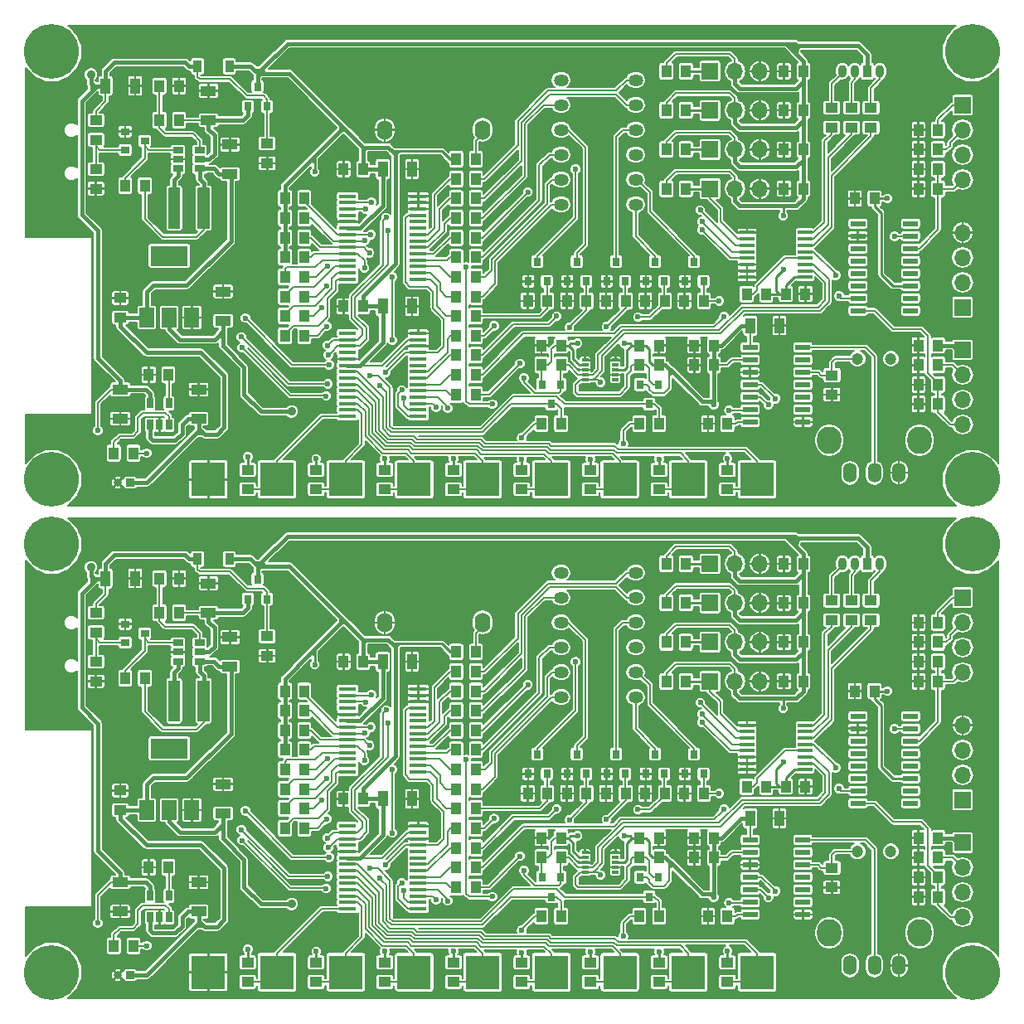
<source format=gbl>
G04 #@! TF.GenerationSoftware,KiCad,Pcbnew,no-vcs-found-7650~57~ubuntu14.04.1*
G04 #@! TF.CreationDate,2017-02-13T23:40:00+01:00*
G04 #@! TF.ProjectId,Wifi_PB_panel,576966695F50425F70616E656C2E6B69,V0.1*
G04 #@! TF.FileFunction,Copper,L2,Bot,Signal*
G04 #@! TF.FilePolarity,Positive*
%FSLAX46Y46*%
G04 Gerber Fmt 4.6, Leading zero omitted, Abs format (unit mm)*
G04 Created by KiCad (PCBNEW no-vcs-found-7650~57~ubuntu14.04.1) date Mon Feb 13 23:40:00 2017*
%MOMM*%
%LPD*%
G01*
G04 APERTURE LIST*
%ADD10C,0.100000*%
%ADD11C,5.600000*%
%ADD12R,1.000000X1.300000*%
%ADD13R,1.300000X1.000000*%
%ADD14R,0.800000X0.900000*%
%ADD15R,1.600000X1.000000*%
%ADD16R,1.000000X1.250000*%
%ADD17R,1.250000X1.000000*%
%ADD18R,3.800000X2.000000*%
%ADD19R,1.500000X2.000000*%
%ADD20C,0.500000*%
%ADD21R,1.500000X0.600000*%
%ADD22R,0.650000X1.060000*%
%ADD23O,1.600000X2.000000*%
%ADD24R,0.910000X1.220000*%
%ADD25R,1.700000X1.700000*%
%ADD26O,1.700000X1.700000*%
%ADD27O,1.524000X1.200000*%
%ADD28O,0.900000X1.300000*%
%ADD29R,0.900000X1.300000*%
%ADD30C,1.200000*%
%ADD31R,1.500000X0.450000*%
%ADD32R,1.750000X0.450000*%
%ADD33R,0.900000X0.800000*%
%ADD34R,0.850000X0.850000*%
%ADD35C,0.850000*%
%ADD36R,3.500000X3.500000*%
%ADD37R,1.000000X1.600000*%
%ADD38O,2.500000X2.800000*%
%ADD39O,1.400000X2.000000*%
%ADD40R,0.650000X0.300000*%
%ADD41R,1.060000X0.650000*%
%ADD42C,0.600000*%
%ADD43C,0.900000*%
%ADD44C,0.152400*%
%ADD45C,0.406400*%
%ADD46C,0.254000*%
%ADD47C,0.203200*%
G04 APERTURE END LIST*
D10*
D11*
X103000000Y-127000000D03*
X103000000Y-83300000D03*
X197000000Y-83300000D03*
D12*
X114000000Y-86800000D03*
X116000000Y-86800000D03*
X114000000Y-90300000D03*
X116000000Y-90300000D03*
X112500000Y-97000000D03*
X110500000Y-97000000D03*
X191500000Y-93300000D03*
X193500000Y-93300000D03*
X191500000Y-119300000D03*
X193500000Y-119300000D03*
X163000000Y-121300000D03*
X165000000Y-121300000D03*
X193500000Y-97300000D03*
X191500000Y-97300000D03*
D13*
X107500000Y-92300000D03*
X107500000Y-90300000D03*
D12*
X146300000Y-94300000D03*
X144300000Y-94300000D03*
X155000000Y-115300000D03*
X153000000Y-115300000D03*
D14*
X169550000Y-106750000D03*
X167650000Y-106750000D03*
X168600000Y-104750000D03*
D15*
X121190000Y-95790000D03*
X121190000Y-92790000D03*
D16*
X191500000Y-95300000D03*
X193500000Y-95300000D03*
X134800000Y-109300000D03*
X132800000Y-109300000D03*
D17*
X110000000Y-110450000D03*
X110000000Y-108450000D03*
D12*
X155000000Y-121300000D03*
X153000000Y-121300000D03*
X165000000Y-115300000D03*
X163000000Y-115300000D03*
X144300000Y-100300000D03*
X146300000Y-100300000D03*
D18*
X115000000Y-104150000D03*
D19*
X115000000Y-110450000D03*
X112700000Y-110450000D03*
X117300000Y-110450000D03*
D12*
X146300000Y-104300000D03*
X144300000Y-104300000D03*
D15*
X110000000Y-117800000D03*
X110000000Y-120800000D03*
D13*
X158000000Y-128000000D03*
X158000000Y-126000000D03*
X151000000Y-126000000D03*
X151000000Y-128000000D03*
D20*
X142470000Y-95290000D03*
D21*
X185300000Y-109745000D03*
X185300000Y-108475000D03*
X185300000Y-107205000D03*
X185300000Y-105935000D03*
X185300000Y-104665000D03*
X185300000Y-103395000D03*
X185300000Y-102125000D03*
X185300000Y-100855000D03*
X190700000Y-100855000D03*
X190700000Y-102125000D03*
X190700000Y-103395000D03*
X190700000Y-104665000D03*
X190700000Y-105935000D03*
X190700000Y-107205000D03*
X190700000Y-108475000D03*
X190700000Y-109745000D03*
D22*
X114950000Y-121400000D03*
X114000000Y-121400000D03*
X113050000Y-121400000D03*
X113050000Y-119200000D03*
X114950000Y-119200000D03*
D12*
X170000000Y-121300000D03*
X172000000Y-121300000D03*
X167750000Y-85300000D03*
X165750000Y-85300000D03*
D13*
X107500000Y-95300000D03*
X107500000Y-97300000D03*
D23*
X137000000Y-91300000D03*
X147000000Y-91300000D03*
D14*
X161550000Y-106750000D03*
X159650000Y-106750000D03*
X160600000Y-104750000D03*
D20*
X167090000Y-112900000D03*
X159620000Y-116370000D03*
X158230000Y-114780000D03*
X156370000Y-119910000D03*
X142160000Y-113200000D03*
X146120000Y-120130000D03*
X148690000Y-121380000D03*
X156270000Y-122810000D03*
D16*
X134800000Y-95300000D03*
X132800000Y-95300000D03*
D24*
X121135000Y-84800000D03*
X117865000Y-84800000D03*
D25*
X170210000Y-89300000D03*
D26*
X172750000Y-89300000D03*
X175290000Y-89300000D03*
D12*
X175951854Y-108049480D03*
X173951854Y-108049480D03*
X146300000Y-118300000D03*
X144300000Y-118300000D03*
X144300000Y-114300000D03*
X146300000Y-114300000D03*
D13*
X172000000Y-128000000D03*
X172000000Y-126000000D03*
X165000000Y-126000000D03*
X165000000Y-128000000D03*
D20*
X181230000Y-107610000D03*
X150090000Y-106750000D03*
X166600000Y-105550000D03*
D12*
X128800000Y-104300000D03*
X126800000Y-104300000D03*
X126800000Y-102300000D03*
X128800000Y-102300000D03*
D20*
X171030000Y-106990000D03*
X119790000Y-117350000D03*
X108860000Y-121960000D03*
D27*
X162620000Y-98920000D03*
X162620000Y-96380000D03*
X162620000Y-93840000D03*
X162620000Y-91300000D03*
X162620000Y-88760000D03*
X162620000Y-86220000D03*
X155000000Y-98920000D03*
X155000000Y-96380000D03*
X155000000Y-93840000D03*
X155000000Y-91300000D03*
X155000000Y-88760000D03*
X155000000Y-86220000D03*
D28*
X187540000Y-85300000D03*
X183730000Y-85300000D03*
D29*
X186270000Y-85300000D03*
D28*
X185000000Y-85300000D03*
D10*
G36*
X116045881Y-97200289D02*
X116051705Y-97201153D01*
X116057417Y-97202584D01*
X116062961Y-97204567D01*
X116068284Y-97207085D01*
X116073334Y-97210112D01*
X116078064Y-97213619D01*
X116082426Y-97217574D01*
X116086381Y-97221936D01*
X116089888Y-97226666D01*
X116092915Y-97231716D01*
X116095433Y-97237039D01*
X116097416Y-97242583D01*
X116098847Y-97248295D01*
X116099711Y-97254119D01*
X116100000Y-97260000D01*
X116100000Y-101340000D01*
X116099711Y-101345881D01*
X116098847Y-101351705D01*
X116097416Y-101357417D01*
X116095433Y-101362961D01*
X116092915Y-101368284D01*
X116089888Y-101373334D01*
X116086381Y-101378064D01*
X116082426Y-101382426D01*
X116078064Y-101386381D01*
X116073334Y-101389888D01*
X116068284Y-101392915D01*
X116062961Y-101395433D01*
X116057417Y-101397416D01*
X116051705Y-101398847D01*
X116045881Y-101399711D01*
X116040000Y-101400000D01*
X114960000Y-101400000D01*
X114954119Y-101399711D01*
X114948295Y-101398847D01*
X114942583Y-101397416D01*
X114937039Y-101395433D01*
X114931716Y-101392915D01*
X114926666Y-101389888D01*
X114921936Y-101386381D01*
X114917574Y-101382426D01*
X114913619Y-101378064D01*
X114910112Y-101373334D01*
X114907085Y-101368284D01*
X114904567Y-101362961D01*
X114902584Y-101357417D01*
X114901153Y-101351705D01*
X114900289Y-101345881D01*
X114900000Y-101340000D01*
X114900000Y-97260000D01*
X114900289Y-97254119D01*
X114901153Y-97248295D01*
X114902584Y-97242583D01*
X114904567Y-97237039D01*
X114907085Y-97231716D01*
X114910112Y-97226666D01*
X114913619Y-97221936D01*
X114917574Y-97217574D01*
X114921936Y-97213619D01*
X114926666Y-97210112D01*
X114931716Y-97207085D01*
X114937039Y-97204567D01*
X114942583Y-97202584D01*
X114948295Y-97201153D01*
X114954119Y-97200289D01*
X114960000Y-97200000D01*
X116040000Y-97200000D01*
X116045881Y-97200289D01*
X116045881Y-97200289D01*
G37*
D30*
X115500000Y-99300000D03*
D10*
G36*
X119045881Y-97200289D02*
X119051705Y-97201153D01*
X119057417Y-97202584D01*
X119062961Y-97204567D01*
X119068284Y-97207085D01*
X119073334Y-97210112D01*
X119078064Y-97213619D01*
X119082426Y-97217574D01*
X119086381Y-97221936D01*
X119089888Y-97226666D01*
X119092915Y-97231716D01*
X119095433Y-97237039D01*
X119097416Y-97242583D01*
X119098847Y-97248295D01*
X119099711Y-97254119D01*
X119100000Y-97260000D01*
X119100000Y-101340000D01*
X119099711Y-101345881D01*
X119098847Y-101351705D01*
X119097416Y-101357417D01*
X119095433Y-101362961D01*
X119092915Y-101368284D01*
X119089888Y-101373334D01*
X119086381Y-101378064D01*
X119082426Y-101382426D01*
X119078064Y-101386381D01*
X119073334Y-101389888D01*
X119068284Y-101392915D01*
X119062961Y-101395433D01*
X119057417Y-101397416D01*
X119051705Y-101398847D01*
X119045881Y-101399711D01*
X119040000Y-101400000D01*
X117960000Y-101400000D01*
X117954119Y-101399711D01*
X117948295Y-101398847D01*
X117942583Y-101397416D01*
X117937039Y-101395433D01*
X117931716Y-101392915D01*
X117926666Y-101389888D01*
X117921936Y-101386381D01*
X117917574Y-101382426D01*
X117913619Y-101378064D01*
X117910112Y-101373334D01*
X117907085Y-101368284D01*
X117904567Y-101362961D01*
X117902584Y-101357417D01*
X117901153Y-101351705D01*
X117900289Y-101345881D01*
X117900000Y-101340000D01*
X117900000Y-97260000D01*
X117900289Y-97254119D01*
X117901153Y-97248295D01*
X117902584Y-97242583D01*
X117904567Y-97237039D01*
X117907085Y-97231716D01*
X117910112Y-97226666D01*
X117913619Y-97221936D01*
X117917574Y-97217574D01*
X117921936Y-97213619D01*
X117926666Y-97210112D01*
X117931716Y-97207085D01*
X117937039Y-97204567D01*
X117942583Y-97202584D01*
X117948295Y-97201153D01*
X117954119Y-97200289D01*
X117960000Y-97200000D01*
X119040000Y-97200000D01*
X119045881Y-97200289D01*
X119045881Y-97200289D01*
G37*
D30*
X118500000Y-99300000D03*
D31*
X174001854Y-106324480D03*
X174001854Y-105674480D03*
X174001854Y-105024480D03*
X174001854Y-104374480D03*
X174001854Y-103724480D03*
X174001854Y-103074480D03*
X174001854Y-102424480D03*
X174001854Y-101774480D03*
X179901854Y-101774480D03*
X179901854Y-102424480D03*
X179901854Y-103074480D03*
X179901854Y-103724480D03*
X179901854Y-104374480D03*
X179901854Y-105024480D03*
X179901854Y-105674480D03*
X179901854Y-106324480D03*
D25*
X196000000Y-88760000D03*
D26*
X196000000Y-91300000D03*
X196000000Y-93840000D03*
X196000000Y-96380000D03*
D32*
X133200000Y-106525000D03*
X133200000Y-105875000D03*
X133200000Y-105225000D03*
X133200000Y-104575000D03*
X133200000Y-103925000D03*
X133200000Y-103275000D03*
X133200000Y-102625000D03*
X133200000Y-101975000D03*
X133200000Y-101325000D03*
X133200000Y-100675000D03*
X133200000Y-100025000D03*
X133200000Y-99375000D03*
X133200000Y-98725000D03*
X133200000Y-98075000D03*
X140400000Y-98075000D03*
X140400000Y-98725000D03*
X140400000Y-99375000D03*
X140400000Y-100025000D03*
X140400000Y-100675000D03*
X140400000Y-101325000D03*
X140400000Y-101975000D03*
X140400000Y-102625000D03*
X140400000Y-103275000D03*
X140400000Y-103925000D03*
X140400000Y-104575000D03*
X140400000Y-105225000D03*
X140400000Y-105875000D03*
X140400000Y-106525000D03*
D14*
X164000000Y-119300000D03*
X164950000Y-117300000D03*
X163050000Y-117300000D03*
D33*
X110500000Y-93350000D03*
X110500000Y-91450000D03*
X112500000Y-92400000D03*
D12*
X159600000Y-108750000D03*
X161600000Y-108750000D03*
X144300000Y-108300000D03*
X146300000Y-108300000D03*
D25*
X170210000Y-97300000D03*
D26*
X172750000Y-97300000D03*
X175290000Y-97300000D03*
D13*
X184650000Y-91050000D03*
X184650000Y-89050000D03*
X182650000Y-91050000D03*
X182650000Y-89050000D03*
X124990000Y-94690000D03*
X124990000Y-92690000D03*
D20*
X114510000Y-108340000D03*
D15*
X119000000Y-87300000D03*
X119000000Y-90300000D03*
D14*
X164600000Y-104750000D03*
X163650000Y-106750000D03*
X165550000Y-106750000D03*
D12*
X165600000Y-108750000D03*
X163600000Y-108750000D03*
X128800000Y-100300000D03*
X126800000Y-100300000D03*
D16*
X187000000Y-98300000D03*
X185000000Y-98300000D03*
X193500000Y-113300000D03*
X191500000Y-113300000D03*
X170600000Y-115300000D03*
X168600000Y-115300000D03*
D20*
X122640000Y-86000000D03*
X108410000Y-100400000D03*
X110250000Y-86810000D03*
X117390000Y-88300000D03*
X128440000Y-92390000D03*
D13*
X144000000Y-128000000D03*
X144000000Y-126000000D03*
D34*
X111000000Y-127300000D03*
D35*
X109750000Y-127300000D03*
D16*
X168600000Y-113300000D03*
X170600000Y-113300000D03*
D36*
X126000000Y-127000000D03*
D20*
X123590000Y-101460000D03*
X122420000Y-108240000D03*
X120110000Y-101650000D03*
D12*
X153600000Y-108750000D03*
X151600000Y-108750000D03*
X144300000Y-106300000D03*
X146300000Y-106300000D03*
D20*
X110000000Y-106780000D03*
X130230000Y-122090000D03*
X175890000Y-111290000D03*
D16*
X191500000Y-117300000D03*
X193500000Y-117300000D03*
D12*
X193500000Y-115300000D03*
X191500000Y-115300000D03*
D36*
X147000000Y-127000000D03*
X140000000Y-127000000D03*
X133000000Y-127000000D03*
X154000000Y-127000000D03*
D32*
X140400000Y-120525000D03*
X140400000Y-119875000D03*
X140400000Y-119225000D03*
X140400000Y-118575000D03*
X140400000Y-117925000D03*
X140400000Y-117275000D03*
X140400000Y-116625000D03*
X140400000Y-115975000D03*
X140400000Y-115325000D03*
X140400000Y-114675000D03*
X140400000Y-114025000D03*
X140400000Y-113375000D03*
X140400000Y-112725000D03*
X140400000Y-112075000D03*
X133200000Y-112075000D03*
X133200000Y-112725000D03*
X133200000Y-113375000D03*
X133200000Y-114025000D03*
X133200000Y-114675000D03*
X133200000Y-115325000D03*
X133200000Y-115975000D03*
X133200000Y-116625000D03*
X133200000Y-117275000D03*
X133200000Y-117925000D03*
X133200000Y-118575000D03*
X133200000Y-119225000D03*
X133200000Y-119875000D03*
X133200000Y-120525000D03*
D12*
X126800000Y-110300000D03*
X128800000Y-110300000D03*
X128800000Y-112300000D03*
X126800000Y-112300000D03*
X128800000Y-98300000D03*
X126800000Y-98300000D03*
X144300000Y-116300000D03*
X146300000Y-116300000D03*
D14*
X153050000Y-117300000D03*
X154950000Y-117300000D03*
X154000000Y-119300000D03*
X152600000Y-104750000D03*
X151650000Y-106750000D03*
X153550000Y-106750000D03*
D30*
X185280000Y-114660000D03*
X188680000Y-114660000D03*
D16*
X153000000Y-113300000D03*
X155000000Y-113300000D03*
D14*
X124950000Y-88900000D03*
X123050000Y-88900000D03*
X124000000Y-86900000D03*
D16*
X191500000Y-91300000D03*
X193500000Y-91300000D03*
D26*
X175290000Y-93300000D03*
X172750000Y-93300000D03*
D25*
X170210000Y-93300000D03*
D37*
X177300000Y-111280000D03*
X174300000Y-111280000D03*
D12*
X128800000Y-108300000D03*
X126800000Y-108300000D03*
D21*
X179700000Y-113490000D03*
X179700000Y-114760000D03*
X179700000Y-116030000D03*
X179700000Y-117300000D03*
X179700000Y-118570000D03*
X179700000Y-119840000D03*
X179700000Y-121110000D03*
X174300000Y-121110000D03*
X174300000Y-119840000D03*
X174300000Y-118570000D03*
X174300000Y-117300000D03*
X174300000Y-116030000D03*
X174300000Y-114760000D03*
X174300000Y-113490000D03*
D37*
X108500000Y-86800000D03*
X111500000Y-86800000D03*
D12*
X146300000Y-110300000D03*
X144300000Y-110300000D03*
D16*
X179951854Y-108049480D03*
X177951854Y-108049480D03*
D15*
X120500000Y-107800000D03*
X120500000Y-110800000D03*
D25*
X196000000Y-109400000D03*
D26*
X196000000Y-106860000D03*
X196000000Y-104320000D03*
X196000000Y-101780000D03*
D16*
X165000000Y-113300000D03*
X163000000Y-113300000D03*
X179750000Y-85300000D03*
X177750000Y-85300000D03*
X177750000Y-89300000D03*
X179750000Y-89300000D03*
D38*
X191600000Y-123000000D03*
X182400000Y-123000000D03*
D39*
X189500000Y-126300000D03*
X184500000Y-126300000D03*
X187000000Y-126300000D03*
D15*
X118000000Y-117800000D03*
X118000000Y-120800000D03*
D20*
X132880000Y-107380000D03*
D16*
X179750000Y-93300000D03*
X177750000Y-93300000D03*
D13*
X123000000Y-126000000D03*
X123000000Y-128000000D03*
D12*
X165750000Y-97300000D03*
X167750000Y-97300000D03*
X126800000Y-106300000D03*
X128800000Y-106300000D03*
D26*
X175290000Y-85300000D03*
X172750000Y-85300000D03*
D25*
X170210000Y-85300000D03*
D12*
X109340000Y-124300000D03*
X111340000Y-124300000D03*
X112900000Y-116300000D03*
X114900000Y-116300000D03*
X144300000Y-96300000D03*
X146300000Y-96300000D03*
X155600000Y-108750000D03*
X157600000Y-108750000D03*
D11*
X197000000Y-127000000D03*
D14*
X156600000Y-104750000D03*
X155650000Y-106750000D03*
X157550000Y-106750000D03*
D40*
X160550000Y-114800000D03*
X160550000Y-115300000D03*
X160550000Y-115800000D03*
X160550000Y-116300000D03*
X160550000Y-116800000D03*
X157450000Y-116800000D03*
X157450000Y-116300000D03*
X157450000Y-115800000D03*
X157450000Y-115300000D03*
X157450000Y-114800000D03*
D16*
X177750000Y-97300000D03*
X179750000Y-97300000D03*
D37*
X136800000Y-95300000D03*
X139800000Y-95300000D03*
D12*
X146300000Y-112300000D03*
X144300000Y-112300000D03*
X146300000Y-102300000D03*
X144300000Y-102300000D03*
X146300000Y-98300000D03*
X144300000Y-98300000D03*
D20*
X113850000Y-112780000D03*
X110080000Y-114340000D03*
X113620000Y-91810000D03*
X138540000Y-109950000D03*
X125000000Y-121800000D03*
X124390000Y-103170000D03*
X132800000Y-93280000D03*
X122420000Y-101090000D03*
D26*
X196000000Y-121380000D03*
X196000000Y-118840000D03*
X196000000Y-116300000D03*
D25*
X196000000Y-113760000D03*
D36*
X119000000Y-127000000D03*
D20*
X138560000Y-107690000D03*
X149450000Y-115220000D03*
X138330000Y-116310000D03*
D13*
X137000000Y-126000000D03*
X137000000Y-128000000D03*
X130000000Y-128000000D03*
X130000000Y-126000000D03*
D37*
X139800000Y-109300000D03*
X136800000Y-109300000D03*
D13*
X186650000Y-89050000D03*
X186650000Y-91050000D03*
X182670000Y-116340000D03*
X182670000Y-118340000D03*
D41*
X115900000Y-95250000D03*
X115900000Y-94300000D03*
X115900000Y-93350000D03*
X118100000Y-93350000D03*
X118100000Y-95250000D03*
X118100000Y-94300000D03*
D36*
X175000000Y-127000000D03*
X168000000Y-127000000D03*
X161000000Y-127000000D03*
D12*
X167750000Y-93300000D03*
X165750000Y-93300000D03*
X165750000Y-89300000D03*
X167750000Y-89300000D03*
X169600000Y-108750000D03*
X167600000Y-108750000D03*
D41*
X118100000Y-44000000D03*
X118100000Y-44950000D03*
X118100000Y-43050000D03*
X115900000Y-43050000D03*
X115900000Y-44000000D03*
X115900000Y-44950000D03*
D32*
X140400000Y-56225000D03*
X140400000Y-55575000D03*
X140400000Y-54925000D03*
X140400000Y-54275000D03*
X140400000Y-53625000D03*
X140400000Y-52975000D03*
X140400000Y-52325000D03*
X140400000Y-51675000D03*
X140400000Y-51025000D03*
X140400000Y-50375000D03*
X140400000Y-49725000D03*
X140400000Y-49075000D03*
X140400000Y-48425000D03*
X140400000Y-47775000D03*
X133200000Y-47775000D03*
X133200000Y-48425000D03*
X133200000Y-49075000D03*
X133200000Y-49725000D03*
X133200000Y-50375000D03*
X133200000Y-51025000D03*
X133200000Y-51675000D03*
X133200000Y-52325000D03*
X133200000Y-52975000D03*
X133200000Y-53625000D03*
X133200000Y-54275000D03*
X133200000Y-54925000D03*
X133200000Y-55575000D03*
X133200000Y-56225000D03*
X133200000Y-70225000D03*
X133200000Y-69575000D03*
X133200000Y-68925000D03*
X133200000Y-68275000D03*
X133200000Y-67625000D03*
X133200000Y-66975000D03*
X133200000Y-66325000D03*
X133200000Y-65675000D03*
X133200000Y-65025000D03*
X133200000Y-64375000D03*
X133200000Y-63725000D03*
X133200000Y-63075000D03*
X133200000Y-62425000D03*
X133200000Y-61775000D03*
X140400000Y-61775000D03*
X140400000Y-62425000D03*
X140400000Y-63075000D03*
X140400000Y-63725000D03*
X140400000Y-64375000D03*
X140400000Y-65025000D03*
X140400000Y-65675000D03*
X140400000Y-66325000D03*
X140400000Y-66975000D03*
X140400000Y-67625000D03*
X140400000Y-68275000D03*
X140400000Y-68925000D03*
X140400000Y-69575000D03*
X140400000Y-70225000D03*
D40*
X157450000Y-64500000D03*
X157450000Y-65000000D03*
X157450000Y-65500000D03*
X157450000Y-66000000D03*
X157450000Y-66500000D03*
X160550000Y-66500000D03*
X160550000Y-66000000D03*
X160550000Y-65500000D03*
X160550000Y-65000000D03*
X160550000Y-64500000D03*
D31*
X179901854Y-56024480D03*
X179901854Y-55374480D03*
X179901854Y-54724480D03*
X179901854Y-54074480D03*
X179901854Y-53424480D03*
X179901854Y-52774480D03*
X179901854Y-52124480D03*
X179901854Y-51474480D03*
X174001854Y-51474480D03*
X174001854Y-52124480D03*
X174001854Y-52774480D03*
X174001854Y-53424480D03*
X174001854Y-54074480D03*
X174001854Y-54724480D03*
X174001854Y-55374480D03*
X174001854Y-56024480D03*
D21*
X174300000Y-63190000D03*
X174300000Y-64460000D03*
X174300000Y-65730000D03*
X174300000Y-67000000D03*
X174300000Y-68270000D03*
X174300000Y-69540000D03*
X174300000Y-70810000D03*
X179700000Y-70810000D03*
X179700000Y-69540000D03*
X179700000Y-68270000D03*
X179700000Y-67000000D03*
X179700000Y-65730000D03*
X179700000Y-64460000D03*
X179700000Y-63190000D03*
X190700000Y-59445000D03*
X190700000Y-58175000D03*
X190700000Y-56905000D03*
X190700000Y-55635000D03*
X190700000Y-54365000D03*
X190700000Y-53095000D03*
X190700000Y-51825000D03*
X190700000Y-50555000D03*
X185300000Y-50555000D03*
X185300000Y-51825000D03*
X185300000Y-53095000D03*
X185300000Y-54365000D03*
X185300000Y-55635000D03*
X185300000Y-56905000D03*
X185300000Y-58175000D03*
X185300000Y-59445000D03*
D27*
X155000000Y-35920000D03*
X155000000Y-38460000D03*
X155000000Y-41000000D03*
X155000000Y-43540000D03*
X155000000Y-46080000D03*
X155000000Y-48620000D03*
X162620000Y-35920000D03*
X162620000Y-38460000D03*
X162620000Y-41000000D03*
X162620000Y-43540000D03*
X162620000Y-46080000D03*
X162620000Y-48620000D03*
D20*
X114510000Y-58040000D03*
X108860000Y-71660000D03*
X119790000Y-67050000D03*
X171030000Y-56690000D03*
X166600000Y-55250000D03*
X150090000Y-56450000D03*
X181230000Y-57310000D03*
X175890000Y-60990000D03*
X130230000Y-71790000D03*
X110000000Y-56480000D03*
X132880000Y-57080000D03*
X142470000Y-44990000D03*
X108410000Y-50100000D03*
X122640000Y-35700000D03*
X128440000Y-42090000D03*
X117390000Y-38000000D03*
X110250000Y-36510000D03*
X113620000Y-41510000D03*
X110080000Y-64040000D03*
X113850000Y-62480000D03*
X124390000Y-52870000D03*
X125000000Y-71500000D03*
X138540000Y-59650000D03*
X138330000Y-66010000D03*
X149450000Y-64920000D03*
X138560000Y-57390000D03*
X142160000Y-62900000D03*
X156370000Y-69610000D03*
X156270000Y-72510000D03*
X148690000Y-71080000D03*
X146120000Y-69830000D03*
X158230000Y-64480000D03*
X159620000Y-66070000D03*
X167090000Y-62600000D03*
X120110000Y-51350000D03*
X122420000Y-57940000D03*
X123590000Y-51160000D03*
X122420000Y-50790000D03*
X132800000Y-42980000D03*
D11*
X197000000Y-76700000D03*
X197000000Y-33000000D03*
X103000000Y-33000000D03*
X103000000Y-76700000D03*
D23*
X147000000Y-41000000D03*
X137000000Y-41000000D03*
D15*
X110000000Y-70500000D03*
X110000000Y-67500000D03*
D17*
X110000000Y-58150000D03*
X110000000Y-60150000D03*
D15*
X120500000Y-60500000D03*
X120500000Y-57500000D03*
X118000000Y-70500000D03*
X118000000Y-67500000D03*
D37*
X111500000Y-36500000D03*
X108500000Y-36500000D03*
D16*
X155000000Y-63000000D03*
X153000000Y-63000000D03*
X163000000Y-63000000D03*
X165000000Y-63000000D03*
D37*
X139800000Y-45000000D03*
X136800000Y-45000000D03*
X136800000Y-59000000D03*
X139800000Y-59000000D03*
D16*
X132800000Y-45000000D03*
X134800000Y-45000000D03*
X132800000Y-59000000D03*
X134800000Y-59000000D03*
X168600000Y-65000000D03*
X170600000Y-65000000D03*
X170600000Y-63000000D03*
X168600000Y-63000000D03*
D37*
X174300000Y-60980000D03*
X177300000Y-60980000D03*
D16*
X177951854Y-57749480D03*
X179951854Y-57749480D03*
X177750000Y-35000000D03*
X179750000Y-35000000D03*
X179750000Y-39000000D03*
X177750000Y-39000000D03*
X177750000Y-43000000D03*
X179750000Y-43000000D03*
X179750000Y-47000000D03*
X177750000Y-47000000D03*
X191500000Y-63000000D03*
X193500000Y-63000000D03*
X185000000Y-48000000D03*
X187000000Y-48000000D03*
X193500000Y-67000000D03*
X191500000Y-67000000D03*
X193500000Y-41000000D03*
X191500000Y-41000000D03*
X193500000Y-45000000D03*
X191500000Y-45000000D03*
D15*
X121190000Y-42490000D03*
X121190000Y-45490000D03*
X119000000Y-40000000D03*
X119000000Y-37000000D03*
D10*
G36*
X119045881Y-46900289D02*
X119051705Y-46901153D01*
X119057417Y-46902584D01*
X119062961Y-46904567D01*
X119068284Y-46907085D01*
X119073334Y-46910112D01*
X119078064Y-46913619D01*
X119082426Y-46917574D01*
X119086381Y-46921936D01*
X119089888Y-46926666D01*
X119092915Y-46931716D01*
X119095433Y-46937039D01*
X119097416Y-46942583D01*
X119098847Y-46948295D01*
X119099711Y-46954119D01*
X119100000Y-46960000D01*
X119100000Y-51040000D01*
X119099711Y-51045881D01*
X119098847Y-51051705D01*
X119097416Y-51057417D01*
X119095433Y-51062961D01*
X119092915Y-51068284D01*
X119089888Y-51073334D01*
X119086381Y-51078064D01*
X119082426Y-51082426D01*
X119078064Y-51086381D01*
X119073334Y-51089888D01*
X119068284Y-51092915D01*
X119062961Y-51095433D01*
X119057417Y-51097416D01*
X119051705Y-51098847D01*
X119045881Y-51099711D01*
X119040000Y-51100000D01*
X117960000Y-51100000D01*
X117954119Y-51099711D01*
X117948295Y-51098847D01*
X117942583Y-51097416D01*
X117937039Y-51095433D01*
X117931716Y-51092915D01*
X117926666Y-51089888D01*
X117921936Y-51086381D01*
X117917574Y-51082426D01*
X117913619Y-51078064D01*
X117910112Y-51073334D01*
X117907085Y-51068284D01*
X117904567Y-51062961D01*
X117902584Y-51057417D01*
X117901153Y-51051705D01*
X117900289Y-51045881D01*
X117900000Y-51040000D01*
X117900000Y-46960000D01*
X117900289Y-46954119D01*
X117901153Y-46948295D01*
X117902584Y-46942583D01*
X117904567Y-46937039D01*
X117907085Y-46931716D01*
X117910112Y-46926666D01*
X117913619Y-46921936D01*
X117917574Y-46917574D01*
X117921936Y-46913619D01*
X117926666Y-46910112D01*
X117931716Y-46907085D01*
X117937039Y-46904567D01*
X117942583Y-46902584D01*
X117948295Y-46901153D01*
X117954119Y-46900289D01*
X117960000Y-46900000D01*
X119040000Y-46900000D01*
X119045881Y-46900289D01*
X119045881Y-46900289D01*
G37*
D30*
X118500000Y-49000000D03*
D10*
G36*
X116045881Y-46900289D02*
X116051705Y-46901153D01*
X116057417Y-46902584D01*
X116062961Y-46904567D01*
X116068284Y-46907085D01*
X116073334Y-46910112D01*
X116078064Y-46913619D01*
X116082426Y-46917574D01*
X116086381Y-46921936D01*
X116089888Y-46926666D01*
X116092915Y-46931716D01*
X116095433Y-46937039D01*
X116097416Y-46942583D01*
X116098847Y-46948295D01*
X116099711Y-46954119D01*
X116100000Y-46960000D01*
X116100000Y-51040000D01*
X116099711Y-51045881D01*
X116098847Y-51051705D01*
X116097416Y-51057417D01*
X116095433Y-51062961D01*
X116092915Y-51068284D01*
X116089888Y-51073334D01*
X116086381Y-51078064D01*
X116082426Y-51082426D01*
X116078064Y-51086381D01*
X116073334Y-51089888D01*
X116068284Y-51092915D01*
X116062961Y-51095433D01*
X116057417Y-51097416D01*
X116051705Y-51098847D01*
X116045881Y-51099711D01*
X116040000Y-51100000D01*
X114960000Y-51100000D01*
X114954119Y-51099711D01*
X114948295Y-51098847D01*
X114942583Y-51097416D01*
X114937039Y-51095433D01*
X114931716Y-51092915D01*
X114926666Y-51089888D01*
X114921936Y-51086381D01*
X114917574Y-51082426D01*
X114913619Y-51078064D01*
X114910112Y-51073334D01*
X114907085Y-51068284D01*
X114904567Y-51062961D01*
X114902584Y-51057417D01*
X114901153Y-51051705D01*
X114900289Y-51045881D01*
X114900000Y-51040000D01*
X114900000Y-46960000D01*
X114900289Y-46954119D01*
X114901153Y-46948295D01*
X114902584Y-46942583D01*
X114904567Y-46937039D01*
X114907085Y-46931716D01*
X114910112Y-46926666D01*
X114913619Y-46921936D01*
X114917574Y-46917574D01*
X114921936Y-46913619D01*
X114926666Y-46910112D01*
X114931716Y-46907085D01*
X114937039Y-46904567D01*
X114942583Y-46902584D01*
X114948295Y-46901153D01*
X114954119Y-46900289D01*
X114960000Y-46900000D01*
X116040000Y-46900000D01*
X116045881Y-46900289D01*
X116045881Y-46900289D01*
G37*
D30*
X115500000Y-49000000D03*
D28*
X185000000Y-35000000D03*
D29*
X186270000Y-35000000D03*
D28*
X183730000Y-35000000D03*
X187540000Y-35000000D03*
D25*
X170210000Y-35000000D03*
D26*
X172750000Y-35000000D03*
X175290000Y-35000000D03*
X175290000Y-39000000D03*
X172750000Y-39000000D03*
D25*
X170210000Y-39000000D03*
X170210000Y-43000000D03*
D26*
X172750000Y-43000000D03*
X175290000Y-43000000D03*
X175290000Y-47000000D03*
X172750000Y-47000000D03*
D25*
X170210000Y-47000000D03*
D36*
X126000000Y-76700000D03*
X133000000Y-76700000D03*
X140000000Y-76700000D03*
X147000000Y-76700000D03*
X119000000Y-76700000D03*
D25*
X196000000Y-63460000D03*
D26*
X196000000Y-66000000D03*
X196000000Y-68540000D03*
X196000000Y-71080000D03*
X196000000Y-46080000D03*
X196000000Y-43540000D03*
X196000000Y-41000000D03*
D25*
X196000000Y-38460000D03*
D36*
X154000000Y-76700000D03*
X161000000Y-76700000D03*
X168000000Y-76700000D03*
X175000000Y-76700000D03*
D14*
X154000000Y-69000000D03*
X154950000Y-67000000D03*
X153050000Y-67000000D03*
X163050000Y-67000000D03*
X164950000Y-67000000D03*
X164000000Y-69000000D03*
X153550000Y-56450000D03*
X151650000Y-56450000D03*
X152600000Y-54450000D03*
X157550000Y-56450000D03*
X155650000Y-56450000D03*
X156600000Y-54450000D03*
X160600000Y-54450000D03*
X159650000Y-56450000D03*
X161550000Y-56450000D03*
X165550000Y-56450000D03*
X163650000Y-56450000D03*
X164600000Y-54450000D03*
X168600000Y-54450000D03*
X167650000Y-56450000D03*
X169550000Y-56450000D03*
D33*
X112500000Y-42100000D03*
X110500000Y-41150000D03*
X110500000Y-43050000D03*
D14*
X124000000Y-36600000D03*
X123050000Y-38600000D03*
X124950000Y-38600000D03*
D12*
X111340000Y-74000000D03*
X109340000Y-74000000D03*
X114900000Y-66000000D03*
X112900000Y-66000000D03*
X153000000Y-65000000D03*
X155000000Y-65000000D03*
X163000000Y-65000000D03*
X165000000Y-65000000D03*
X153000000Y-71000000D03*
X155000000Y-71000000D03*
X165000000Y-71000000D03*
X163000000Y-71000000D03*
X173951854Y-57749480D03*
X175951854Y-57749480D03*
X165750000Y-35000000D03*
X167750000Y-35000000D03*
X167750000Y-39000000D03*
X165750000Y-39000000D03*
X165750000Y-43000000D03*
X167750000Y-43000000D03*
X167750000Y-47000000D03*
X165750000Y-47000000D03*
X144300000Y-60000000D03*
X146300000Y-60000000D03*
X126800000Y-62000000D03*
X128800000Y-62000000D03*
X128800000Y-60000000D03*
X126800000Y-60000000D03*
X126800000Y-58000000D03*
X128800000Y-58000000D03*
X128800000Y-56000000D03*
X126800000Y-56000000D03*
X144300000Y-48000000D03*
X146300000Y-48000000D03*
X144300000Y-52000000D03*
X146300000Y-52000000D03*
X146300000Y-56000000D03*
X144300000Y-56000000D03*
X151600000Y-58450000D03*
X153600000Y-58450000D03*
X157600000Y-58450000D03*
X155600000Y-58450000D03*
X146300000Y-46000000D03*
X144300000Y-46000000D03*
X146300000Y-50000000D03*
X144300000Y-50000000D03*
X144300000Y-54000000D03*
X146300000Y-54000000D03*
X146300000Y-58000000D03*
X144300000Y-58000000D03*
X161600000Y-58450000D03*
X159600000Y-58450000D03*
X163600000Y-58450000D03*
X165600000Y-58450000D03*
X167600000Y-58450000D03*
X169600000Y-58450000D03*
X146300000Y-66000000D03*
X144300000Y-66000000D03*
X126800000Y-48000000D03*
X128800000Y-48000000D03*
X126800000Y-50000000D03*
X128800000Y-50000000D03*
X128800000Y-52000000D03*
X126800000Y-52000000D03*
X126800000Y-54000000D03*
X128800000Y-54000000D03*
D13*
X123000000Y-77700000D03*
X123000000Y-75700000D03*
X130000000Y-75700000D03*
X130000000Y-77700000D03*
X137000000Y-77700000D03*
X137000000Y-75700000D03*
X144000000Y-75700000D03*
X144000000Y-77700000D03*
D12*
X191500000Y-65000000D03*
X193500000Y-65000000D03*
X193500000Y-69000000D03*
X191500000Y-69000000D03*
X193500000Y-43000000D03*
X191500000Y-43000000D03*
X191500000Y-47000000D03*
X193500000Y-47000000D03*
X144300000Y-44000000D03*
X146300000Y-44000000D03*
D13*
X107500000Y-40000000D03*
X107500000Y-42000000D03*
X107500000Y-47000000D03*
X107500000Y-45000000D03*
D12*
X110500000Y-46700000D03*
X112500000Y-46700000D03*
X116000000Y-40000000D03*
X114000000Y-40000000D03*
X116000000Y-36500000D03*
X114000000Y-36500000D03*
D13*
X124990000Y-42390000D03*
X124990000Y-44390000D03*
D12*
X144300000Y-62000000D03*
X146300000Y-62000000D03*
X146300000Y-64000000D03*
X144300000Y-64000000D03*
X144300000Y-68000000D03*
X146300000Y-68000000D03*
D13*
X186650000Y-40750000D03*
X186650000Y-38750000D03*
X182650000Y-38750000D03*
X182650000Y-40750000D03*
X184650000Y-38750000D03*
X184650000Y-40750000D03*
X151000000Y-77700000D03*
X151000000Y-75700000D03*
X158000000Y-75700000D03*
X158000000Y-77700000D03*
X165000000Y-77700000D03*
X165000000Y-75700000D03*
X172000000Y-75700000D03*
X172000000Y-77700000D03*
D39*
X187000000Y-76000000D03*
X184500000Y-76000000D03*
X189500000Y-76000000D03*
D38*
X182400000Y-72700000D03*
X191600000Y-72700000D03*
D22*
X114950000Y-68900000D03*
X113050000Y-68900000D03*
X113050000Y-71100000D03*
X114000000Y-71100000D03*
X114950000Y-71100000D03*
D19*
X117300000Y-60150000D03*
X112700000Y-60150000D03*
X115000000Y-60150000D03*
D18*
X115000000Y-53850000D03*
D24*
X117865000Y-34500000D03*
X121135000Y-34500000D03*
D35*
X109750000Y-77000000D03*
D34*
X111000000Y-77000000D03*
D26*
X196000000Y-51480000D03*
X196000000Y-54020000D03*
X196000000Y-56560000D03*
D25*
X196000000Y-59100000D03*
D30*
X188680000Y-64360000D03*
X185280000Y-64360000D03*
D13*
X182670000Y-68040000D03*
X182670000Y-66040000D03*
D12*
X172000000Y-71000000D03*
X170000000Y-71000000D03*
D42*
X183030000Y-106130000D03*
X183030000Y-55830000D03*
X107700000Y-122000000D03*
D43*
X107000000Y-85650000D03*
X107000000Y-35350000D03*
D42*
X107700000Y-71700000D03*
X170590000Y-119330000D03*
X156680000Y-113090000D03*
X161450002Y-113090000D03*
D43*
X127480000Y-120040000D03*
D42*
X161450002Y-62790000D03*
X156680000Y-62790000D03*
X170590000Y-69030000D03*
D43*
X127480000Y-69740000D03*
D42*
X161350000Y-123330000D03*
X150990000Y-122743243D03*
X150990000Y-124968888D03*
X172000000Y-124840000D03*
X165000000Y-124910000D03*
X177700000Y-105540000D03*
X177680000Y-100070000D03*
X129850000Y-95590000D03*
X123000000Y-124680000D03*
X178550000Y-82770000D03*
X188325000Y-98300000D03*
X158000000Y-124920000D03*
X144000000Y-124880000D03*
X137000000Y-124880000D03*
X130000000Y-124880000D03*
X188325000Y-48000000D03*
X150990000Y-74668888D03*
X150990000Y-72443243D03*
X161350000Y-73030000D03*
X177680000Y-49770000D03*
X177700000Y-55240000D03*
X130000000Y-74580000D03*
X137000000Y-74580000D03*
X144000000Y-74580000D03*
X158000000Y-74620000D03*
X165000000Y-74610000D03*
X172000000Y-74540000D03*
X178550000Y-32470000D03*
X123000000Y-74380000D03*
X129850000Y-45290000D03*
X112690000Y-124300000D03*
X112690000Y-74000000D03*
X169400000Y-101500000D03*
X169400000Y-51200000D03*
X169410000Y-100650000D03*
X169410000Y-50350000D03*
X169220000Y-99480000D03*
X169220000Y-49180000D03*
X136480000Y-117390000D03*
X131140000Y-113300000D03*
X135640000Y-98700000D03*
X137150000Y-100240000D03*
X131140000Y-63000000D03*
X136480000Y-67090000D03*
X137150000Y-49940000D03*
X135640000Y-48400000D03*
X122370000Y-112440000D03*
X131190000Y-117230000D03*
X151200000Y-116630000D03*
X151200000Y-66330000D03*
X131190000Y-66930000D03*
X122370000Y-62140000D03*
X122440000Y-113540000D03*
X131020000Y-118460000D03*
X159040000Y-117080000D03*
X159040000Y-66780000D03*
X131020000Y-68160000D03*
X122440000Y-63240000D03*
X135010000Y-99400000D03*
X137370000Y-101580000D03*
X131260000Y-114270000D03*
X135460000Y-116379410D03*
X135460000Y-66079410D03*
X131260000Y-63970000D03*
X137370000Y-51280000D03*
X135010000Y-49100000D03*
X156480000Y-95320000D03*
X156480000Y-45020000D03*
X131049410Y-111350000D03*
X155840000Y-111470000D03*
X155840000Y-61170000D03*
X131049410Y-61050000D03*
X159630000Y-111410000D03*
X130540000Y-109460000D03*
X130540000Y-59160000D03*
X159630000Y-61110000D03*
X131030000Y-107270000D03*
X162850000Y-110400000D03*
X162850000Y-60100000D03*
X131030000Y-56970000D03*
X171150000Y-108750000D03*
X131130000Y-105170000D03*
X131130000Y-54870000D03*
X171150000Y-58450000D03*
X151600000Y-97640000D03*
X151600000Y-47340000D03*
X137100000Y-116030000D03*
X131310000Y-115260000D03*
X122770000Y-110510000D03*
X122770000Y-60210000D03*
X131310000Y-64960000D03*
X137100000Y-65730000D03*
X135590000Y-101970000D03*
X135590000Y-51670000D03*
X134940000Y-102560000D03*
X147990000Y-119290000D03*
X145310000Y-105300000D03*
X145310000Y-55000000D03*
X147990000Y-68990000D03*
X134940000Y-52260000D03*
X137770000Y-112780000D03*
X135440000Y-103860000D03*
X137790000Y-106300000D03*
X137790000Y-56000000D03*
X135440000Y-53560000D03*
X137770000Y-62480000D03*
X134930000Y-105400000D03*
X134930000Y-55100000D03*
X143425000Y-119725000D03*
X143425000Y-69425000D03*
X142250000Y-119625000D03*
X142250000Y-69325000D03*
X183370000Y-108250000D03*
X138909410Y-118670000D03*
X138909410Y-68370000D03*
X183370000Y-57950000D03*
X138740000Y-117860000D03*
X189060000Y-102170000D03*
X138740000Y-67560000D03*
X189060000Y-51870000D03*
X172160000Y-119940000D03*
X172160000Y-69640000D03*
X176170000Y-119380000D03*
X176170000Y-69080000D03*
X176897924Y-118726243D03*
X176897924Y-68426243D03*
X148150000Y-111320000D03*
X148150000Y-61020000D03*
X154560000Y-110320000D03*
X154560000Y-60020000D03*
X171650000Y-110380000D03*
X171650000Y-60080000D03*
X150820000Y-115150000D03*
X150820000Y-64850000D03*
D44*
X147000000Y-91500000D02*
X147000000Y-91300000D01*
X146000000Y-94300000D02*
X145940000Y-94240000D01*
X147000000Y-91690000D02*
X147000000Y-91300000D01*
X146300000Y-92390000D02*
X147000000Y-91690000D01*
X146300000Y-94300000D02*
X146300000Y-92390000D01*
X183030000Y-105950226D02*
X183030000Y-106130000D01*
X180804254Y-103724480D02*
X183030000Y-105950226D01*
X179901854Y-103724480D02*
X180804254Y-103724480D01*
X179901854Y-53424480D02*
X180804254Y-53424480D01*
X180804254Y-53424480D02*
X183030000Y-55650226D01*
X183030000Y-55650226D02*
X183030000Y-55830000D01*
X146300000Y-44000000D02*
X146300000Y-42090000D01*
X146300000Y-42090000D02*
X147000000Y-41390000D01*
X147000000Y-41390000D02*
X147000000Y-41000000D01*
X146000000Y-44000000D02*
X145940000Y-43940000D01*
X147000000Y-41200000D02*
X147000000Y-41000000D01*
X107500000Y-89393600D02*
X108500000Y-88393600D01*
X107500000Y-90300000D02*
X107500000Y-89393600D01*
D45*
X117003600Y-84800000D02*
X116603600Y-84400000D01*
X117865000Y-84800000D02*
X117003600Y-84800000D01*
X116603600Y-84400000D02*
X109400000Y-84400000D01*
X108500000Y-85300000D02*
X108500000Y-86800000D01*
X109400000Y-84400000D02*
X108500000Y-85300000D01*
X111206400Y-117800000D02*
X110000000Y-117800000D01*
X112586400Y-117800000D02*
X111206400Y-117800000D01*
D46*
X107240000Y-86800000D02*
X107000000Y-87040000D01*
X107250000Y-86800000D02*
X107240000Y-86800000D01*
X107000000Y-87040000D02*
X107000000Y-87373600D01*
X107000000Y-86550000D02*
X107000000Y-87040000D01*
D44*
X107010000Y-86250000D02*
X107560000Y-86800000D01*
X107000000Y-86250000D02*
X107010000Y-86250000D01*
D45*
X107250000Y-86800000D02*
X107560000Y-86800000D01*
X107000000Y-85650000D02*
X107000000Y-86250000D01*
X107560000Y-86800000D02*
X108500000Y-86800000D01*
X107000000Y-86250000D02*
X107000000Y-86550000D01*
X106050000Y-88343600D02*
X107010000Y-87383600D01*
X113050000Y-118263600D02*
X112586400Y-117800000D01*
X113050000Y-119200000D02*
X113050000Y-118263600D01*
D44*
X109047600Y-117800000D02*
X107700000Y-119147600D01*
X110000000Y-117800000D02*
X109047600Y-117800000D01*
X107700000Y-119147600D02*
X107700000Y-122000000D01*
D45*
X107000000Y-86550000D02*
X107250000Y-86800000D01*
X107593600Y-86800000D02*
X108500000Y-86800000D01*
X106050000Y-99950000D02*
X106050000Y-88343600D01*
X107700000Y-101600000D02*
X106050000Y-99950000D01*
X107700000Y-114593600D02*
X107700000Y-101600000D01*
X110000000Y-116893600D02*
X107700000Y-114593600D01*
X110000000Y-117800000D02*
X110000000Y-116893600D01*
D44*
X124950000Y-92550000D02*
X125100000Y-92700000D01*
X124950000Y-88900000D02*
X124950000Y-92550000D01*
X117865000Y-84800000D02*
X117865000Y-85865000D01*
X117865000Y-85865000D02*
X118100000Y-86100000D01*
X118100000Y-86100000D02*
X121200000Y-86100000D01*
X121200000Y-86100000D02*
X122900000Y-87800000D01*
X124600000Y-87800000D02*
X124950000Y-88150000D01*
X108500000Y-88393600D02*
X108500000Y-86800000D01*
X122900000Y-87800000D02*
X124600000Y-87800000D01*
X124950000Y-88150000D02*
X124950000Y-88900000D01*
D46*
X107000000Y-87373600D02*
X107010000Y-87383600D01*
D45*
X107010000Y-87383600D02*
X107593600Y-86800000D01*
X106050000Y-38043600D02*
X107010000Y-37083600D01*
X107000000Y-35950000D02*
X107000000Y-36250000D01*
X107560000Y-36500000D02*
X108500000Y-36500000D01*
X107000000Y-35350000D02*
X107000000Y-35950000D01*
X107250000Y-36500000D02*
X107560000Y-36500000D01*
D44*
X107000000Y-35950000D02*
X107010000Y-35950000D01*
X107010000Y-35950000D02*
X107560000Y-36500000D01*
D46*
X107000000Y-36250000D02*
X107000000Y-36740000D01*
X107000000Y-36740000D02*
X107000000Y-37073600D01*
X107250000Y-36500000D02*
X107240000Y-36500000D01*
X107240000Y-36500000D02*
X107000000Y-36740000D01*
D45*
X107010000Y-37083600D02*
X107593600Y-36500000D01*
D46*
X107000000Y-37073600D02*
X107010000Y-37083600D01*
D44*
X124950000Y-37850000D02*
X124950000Y-38600000D01*
X122900000Y-37500000D02*
X124600000Y-37500000D01*
X124600000Y-37500000D02*
X124950000Y-37850000D01*
X121200000Y-35800000D02*
X122900000Y-37500000D01*
X118100000Y-35800000D02*
X121200000Y-35800000D01*
X117865000Y-35565000D02*
X118100000Y-35800000D01*
X117865000Y-34500000D02*
X117865000Y-35565000D01*
X124950000Y-38600000D02*
X124950000Y-42250000D01*
X124950000Y-42250000D02*
X125100000Y-42400000D01*
D45*
X110000000Y-67500000D02*
X110000000Y-66593600D01*
X110000000Y-66593600D02*
X107700000Y-64293600D01*
X107700000Y-64293600D02*
X107700000Y-51300000D01*
X107700000Y-51300000D02*
X106050000Y-49650000D01*
X106050000Y-49650000D02*
X106050000Y-38043600D01*
X107593600Y-36500000D02*
X108500000Y-36500000D01*
X107000000Y-36250000D02*
X107250000Y-36500000D01*
D44*
X107700000Y-68847600D02*
X107700000Y-71700000D01*
X110000000Y-67500000D02*
X109047600Y-67500000D01*
X109047600Y-67500000D02*
X107700000Y-68847600D01*
D45*
X113050000Y-68900000D02*
X113050000Y-67963600D01*
X113050000Y-67963600D02*
X112586400Y-67500000D01*
X112586400Y-67500000D02*
X111206400Y-67500000D01*
X111206400Y-67500000D02*
X110000000Y-67500000D01*
X109400000Y-34100000D02*
X108500000Y-35000000D01*
X108500000Y-35000000D02*
X108500000Y-36500000D01*
X116603600Y-34100000D02*
X109400000Y-34100000D01*
X117865000Y-34500000D02*
X117003600Y-34500000D01*
X117003600Y-34500000D02*
X116603600Y-34100000D01*
D44*
X107500000Y-40000000D02*
X107500000Y-39093600D01*
X108500000Y-38093600D02*
X108500000Y-36500000D01*
X107500000Y-39093600D02*
X108500000Y-38093600D01*
D45*
X118210000Y-114010000D02*
X120610000Y-116410000D01*
X112653600Y-114010000D02*
X118210000Y-114010000D01*
X110000000Y-111356400D02*
X112653600Y-114010000D01*
X110000000Y-110450000D02*
X110000000Y-111356400D01*
X113050000Y-122750000D02*
X113050000Y-121400000D01*
X115600000Y-123000000D02*
X113300000Y-123000000D01*
X116300000Y-122300000D02*
X115600000Y-123000000D01*
X113300000Y-123000000D02*
X113050000Y-122750000D01*
X116300000Y-121400000D02*
X116300000Y-122300000D01*
X116900000Y-120800000D02*
X116300000Y-121400000D01*
X118000000Y-120800000D02*
X116900000Y-120800000D01*
X121300000Y-97200000D02*
X121300000Y-95800000D01*
X110000000Y-110450000D02*
X112700000Y-110450000D01*
X121300000Y-97200000D02*
X121300000Y-102650000D01*
X121300000Y-102650000D02*
X116790000Y-107160000D01*
X116790000Y-107160000D02*
X113340000Y-107160000D01*
X112700000Y-107800000D02*
X112700000Y-110450000D01*
X113340000Y-107160000D02*
X112700000Y-107800000D01*
X118000000Y-121800000D02*
X118000000Y-120800000D01*
X118000000Y-120800000D02*
X118000000Y-122000000D01*
X112700000Y-127300000D02*
X111000000Y-127300000D01*
D46*
X118000000Y-122000000D02*
X118000000Y-122220000D01*
X118100000Y-122320000D02*
X118520000Y-122320000D01*
X118000000Y-122220000D02*
X118100000Y-122320000D01*
D45*
X118520000Y-122320000D02*
X118000000Y-121800000D01*
D46*
X118090000Y-122330000D02*
X118100000Y-122320000D01*
X117670000Y-122330000D02*
X118090000Y-122330000D01*
D45*
X118000000Y-122000000D02*
X117670000Y-122330000D01*
X117670000Y-122330000D02*
X112700000Y-127300000D01*
X118600000Y-122400000D02*
X118520000Y-122320000D01*
X119850000Y-122400000D02*
X118600000Y-122400000D01*
X120610000Y-121640000D02*
X119850000Y-122400000D01*
X120610000Y-116410000D02*
X120610000Y-121640000D01*
X118100000Y-95250000D02*
X118100000Y-96300000D01*
X118500000Y-96700000D02*
X118500000Y-99300000D01*
X118100000Y-96300000D02*
X118500000Y-96700000D01*
X119543600Y-95250000D02*
X118100000Y-95250000D01*
X120093600Y-95800000D02*
X119543600Y-95250000D01*
X121300000Y-95800000D02*
X120093600Y-95800000D01*
D44*
X117800000Y-102200000D02*
X118500000Y-101500000D01*
X114300000Y-102200000D02*
X117800000Y-102200000D01*
X118500000Y-101500000D02*
X118500000Y-99300000D01*
X112500000Y-100400000D02*
X114300000Y-102200000D01*
X112500000Y-97000000D02*
X112500000Y-100400000D01*
D45*
X110000000Y-60150000D02*
X110000000Y-61056400D01*
X110000000Y-61056400D02*
X112653600Y-63710000D01*
X112653600Y-63710000D02*
X118210000Y-63710000D01*
X118210000Y-63710000D02*
X120610000Y-66110000D01*
X120610000Y-66110000D02*
X120610000Y-71340000D01*
X120610000Y-71340000D02*
X119850000Y-72100000D01*
X119850000Y-72100000D02*
X118600000Y-72100000D01*
X118600000Y-72100000D02*
X118520000Y-72020000D01*
X117670000Y-72030000D02*
X112700000Y-77000000D01*
X118000000Y-71700000D02*
X117670000Y-72030000D01*
D46*
X117670000Y-72030000D02*
X118090000Y-72030000D01*
X118090000Y-72030000D02*
X118100000Y-72020000D01*
D45*
X118520000Y-72020000D02*
X118000000Y-71500000D01*
D46*
X118000000Y-71920000D02*
X118100000Y-72020000D01*
X118100000Y-72020000D02*
X118520000Y-72020000D01*
X118000000Y-71700000D02*
X118000000Y-71920000D01*
D45*
X112700000Y-77000000D02*
X111000000Y-77000000D01*
X118000000Y-70500000D02*
X118000000Y-71700000D01*
X118000000Y-71500000D02*
X118000000Y-70500000D01*
X113340000Y-56860000D02*
X112700000Y-57500000D01*
X112700000Y-57500000D02*
X112700000Y-60150000D01*
X116790000Y-56860000D02*
X113340000Y-56860000D01*
X121300000Y-52350000D02*
X116790000Y-56860000D01*
X121300000Y-46900000D02*
X121300000Y-52350000D01*
X110000000Y-60150000D02*
X112700000Y-60150000D01*
X121300000Y-46900000D02*
X121300000Y-45500000D01*
X118000000Y-70500000D02*
X116900000Y-70500000D01*
X116900000Y-70500000D02*
X116300000Y-71100000D01*
X116300000Y-71100000D02*
X116300000Y-72000000D01*
X113300000Y-72700000D02*
X113050000Y-72450000D01*
X116300000Y-72000000D02*
X115600000Y-72700000D01*
X115600000Y-72700000D02*
X113300000Y-72700000D01*
X113050000Y-72450000D02*
X113050000Y-71100000D01*
D44*
X112500000Y-46700000D02*
X112500000Y-50100000D01*
X112500000Y-50100000D02*
X114300000Y-51900000D01*
X118500000Y-51200000D02*
X118500000Y-49000000D01*
X114300000Y-51900000D02*
X117800000Y-51900000D01*
X117800000Y-51900000D02*
X118500000Y-51200000D01*
D45*
X121300000Y-45500000D02*
X120093600Y-45500000D01*
X120093600Y-45500000D02*
X119543600Y-44950000D01*
X119543600Y-44950000D02*
X118100000Y-44950000D01*
X118100000Y-46000000D02*
X118500000Y-46400000D01*
X118500000Y-46400000D02*
X118500000Y-49000000D01*
X118100000Y-44950000D02*
X118100000Y-46000000D01*
D44*
X172480000Y-114760000D02*
X174300000Y-114760000D01*
X171940000Y-115300000D02*
X172480000Y-114760000D01*
X174300000Y-112232400D02*
X174300000Y-113490000D01*
X174300000Y-111280000D02*
X174300000Y-112232400D01*
D45*
X170590000Y-115310000D02*
X170600000Y-115300000D01*
X170590000Y-119330000D02*
X170590000Y-115310000D01*
X170600000Y-115300000D02*
X170600000Y-113300000D01*
X170290001Y-119030001D02*
X169382401Y-119030001D01*
X170590000Y-119330000D02*
X170290001Y-119030001D01*
X166040000Y-115687600D02*
X165780000Y-115427600D01*
X165652400Y-115300000D02*
X165780000Y-115427600D01*
X165000000Y-115300000D02*
X165652400Y-115300000D01*
X173374000Y-111280000D02*
X174300000Y-111280000D01*
X171354000Y-113300000D02*
X173374000Y-111280000D01*
X170600000Y-113300000D02*
X171354000Y-113300000D01*
X124370000Y-120040000D02*
X127480000Y-120040000D01*
X122620000Y-118290000D02*
X124370000Y-120040000D01*
X122620000Y-115510000D02*
X122620000Y-118290000D01*
D46*
X164000000Y-114952400D02*
X164347600Y-115300000D01*
X162036000Y-113090000D02*
X161874266Y-113090000D01*
X161874266Y-113090000D02*
X161450002Y-113090000D01*
D44*
X166040000Y-116290000D02*
X166200000Y-116290000D01*
X166040000Y-116290000D02*
X166040000Y-117680000D01*
D45*
X120620000Y-113510000D02*
X122620000Y-115510000D01*
D44*
X166260000Y-116230000D02*
X166260000Y-115907600D01*
X154347600Y-113300000D02*
X154000000Y-113647600D01*
X166200000Y-116290000D02*
X166260000Y-116230000D01*
D45*
X166260000Y-115907600D02*
X166040000Y-115687600D01*
X169382401Y-119030001D02*
X166260000Y-115907600D01*
D44*
X166200000Y-116290000D02*
X166200000Y-116250000D01*
D46*
X120540000Y-113430000D02*
X120620000Y-113510000D01*
D45*
X120450000Y-113340000D02*
X120540000Y-113430000D01*
X120500000Y-110800000D02*
X120500000Y-111850000D01*
X120500000Y-113290000D02*
X120450000Y-113340000D01*
X120500000Y-111850000D02*
X120500000Y-113290000D01*
D46*
X155964000Y-113090000D02*
X155754000Y-113300000D01*
X156680000Y-113090000D02*
X155964000Y-113090000D01*
X163000000Y-113300000D02*
X162246000Y-113300000D01*
X162246000Y-113300000D02*
X162036000Y-113090000D01*
D45*
X120450000Y-112600000D02*
X120450000Y-113340000D01*
X120450000Y-112020000D02*
X120450000Y-112600000D01*
X119650000Y-112700000D02*
X119950000Y-112400000D01*
X119950000Y-112400000D02*
X120500000Y-111850000D01*
D44*
X166040000Y-116090000D02*
X166040000Y-116290000D01*
X166040000Y-115687600D02*
X166040000Y-116090000D01*
X166110000Y-116057600D02*
X166260000Y-115907600D01*
X166110000Y-116160000D02*
X166110000Y-116057600D01*
X166200000Y-116250000D02*
X166110000Y-116160000D01*
X166110000Y-116160000D02*
X166040000Y-116090000D01*
D46*
X120250000Y-112400000D02*
X120450000Y-112600000D01*
X119950000Y-112400000D02*
X120250000Y-112400000D01*
D44*
X154000000Y-114952400D02*
X153652400Y-115300000D01*
X154000000Y-113647600D02*
X154000000Y-114952400D01*
X155000000Y-113300000D02*
X154347600Y-113300000D01*
X153000000Y-117250000D02*
X153050000Y-117300000D01*
X153000000Y-115300000D02*
X153000000Y-117250000D01*
X163740000Y-117300000D02*
X163050000Y-117300000D01*
X164000000Y-117560000D02*
X163740000Y-117300000D01*
X164000000Y-117800000D02*
X164000000Y-117560000D01*
X165520000Y-118200000D02*
X164400000Y-118200000D01*
X166040000Y-117680000D02*
X165520000Y-118200000D01*
X164400000Y-118200000D02*
X164000000Y-117800000D01*
X170600000Y-115300000D02*
X171940000Y-115300000D01*
D45*
X116097600Y-112700000D02*
X119650000Y-112700000D01*
X115000000Y-110450000D02*
X115000000Y-111602400D01*
X115000000Y-111602400D02*
X116097600Y-112700000D01*
D46*
X155754000Y-113300000D02*
X156250000Y-113796000D01*
X155000000Y-113300000D02*
X155754000Y-113300000D01*
X156871000Y-115300000D02*
X157450000Y-115300000D01*
X156250000Y-114679000D02*
X156871000Y-115300000D01*
X156250000Y-113796000D02*
X156250000Y-114679000D01*
X162246000Y-113300000D02*
X161750000Y-113796000D01*
X161750000Y-113796000D02*
X161750000Y-115550000D01*
X161500000Y-115800000D02*
X160550000Y-115800000D01*
X161750000Y-115550000D02*
X161500000Y-115800000D01*
X163652400Y-113300000D02*
X164000000Y-113647600D01*
X164000000Y-113647600D02*
X164000000Y-114952400D01*
X164347600Y-115300000D02*
X165000000Y-115300000D01*
X163000000Y-113300000D02*
X163652400Y-113300000D01*
D44*
X153652400Y-115300000D02*
X153000000Y-115300000D01*
D45*
X119950000Y-62100000D02*
X120500000Y-61550000D01*
X119650000Y-62400000D02*
X119950000Y-62100000D01*
X120450000Y-61720000D02*
X120450000Y-62300000D01*
X120450000Y-62300000D02*
X120450000Y-63040000D01*
D46*
X119950000Y-62100000D02*
X120250000Y-62100000D01*
X120250000Y-62100000D02*
X120450000Y-62300000D01*
D44*
X166110000Y-65860000D02*
X166040000Y-65790000D01*
X166200000Y-65950000D02*
X166110000Y-65860000D01*
X166110000Y-65860000D02*
X166110000Y-65757600D01*
X166110000Y-65757600D02*
X166260000Y-65607600D01*
X166040000Y-65387600D02*
X166040000Y-65790000D01*
X166040000Y-65790000D02*
X166040000Y-65990000D01*
X166200000Y-65990000D02*
X166200000Y-65950000D01*
D45*
X169382401Y-68730001D02*
X166260000Y-65607600D01*
X166260000Y-65607600D02*
X166040000Y-65387600D01*
D44*
X166200000Y-65990000D02*
X166260000Y-65930000D01*
X166260000Y-65930000D02*
X166260000Y-65607600D01*
X166040000Y-65990000D02*
X166040000Y-67380000D01*
X166040000Y-65990000D02*
X166200000Y-65990000D01*
D46*
X161874266Y-62790000D02*
X161450002Y-62790000D01*
X162036000Y-62790000D02*
X161874266Y-62790000D01*
X162246000Y-63000000D02*
X162036000Y-62790000D01*
X163000000Y-63000000D02*
X162246000Y-63000000D01*
X156680000Y-62790000D02*
X155964000Y-62790000D01*
X155964000Y-62790000D02*
X155754000Y-63000000D01*
D45*
X120500000Y-61550000D02*
X120500000Y-62990000D01*
X120500000Y-62990000D02*
X120450000Y-63040000D01*
X120500000Y-60500000D02*
X120500000Y-61550000D01*
X120450000Y-63040000D02*
X120540000Y-63130000D01*
D46*
X120540000Y-63130000D02*
X120620000Y-63210000D01*
D45*
X120620000Y-63210000D02*
X122620000Y-65210000D01*
X122620000Y-65210000D02*
X122620000Y-67990000D01*
X122620000Y-67990000D02*
X124370000Y-69740000D01*
X124370000Y-69740000D02*
X127480000Y-69740000D01*
X170600000Y-63000000D02*
X171354000Y-63000000D01*
X171354000Y-63000000D02*
X173374000Y-60980000D01*
X173374000Y-60980000D02*
X174300000Y-60980000D01*
X165000000Y-65000000D02*
X165652400Y-65000000D01*
X165652400Y-65000000D02*
X165780000Y-65127600D01*
X166040000Y-65387600D02*
X165780000Y-65127600D01*
X170590000Y-69030000D02*
X170290001Y-68730001D01*
X170290001Y-68730001D02*
X169382401Y-68730001D01*
X170600000Y-65000000D02*
X170600000Y-63000000D01*
X170590000Y-69030000D02*
X170590000Y-65010000D01*
X170590000Y-65010000D02*
X170600000Y-65000000D01*
D44*
X174300000Y-60980000D02*
X174300000Y-61932400D01*
X174300000Y-61932400D02*
X174300000Y-63190000D01*
X171940000Y-65000000D02*
X172480000Y-64460000D01*
X172480000Y-64460000D02*
X174300000Y-64460000D01*
X170600000Y-65000000D02*
X171940000Y-65000000D01*
X164400000Y-67900000D02*
X164000000Y-67500000D01*
X166040000Y-67380000D02*
X165520000Y-67900000D01*
X165520000Y-67900000D02*
X164400000Y-67900000D01*
X164000000Y-67500000D02*
X164000000Y-67260000D01*
X164000000Y-67260000D02*
X163740000Y-67000000D01*
X163740000Y-67000000D02*
X163050000Y-67000000D01*
X153000000Y-65000000D02*
X153000000Y-66950000D01*
X153000000Y-66950000D02*
X153050000Y-67000000D01*
X155000000Y-63000000D02*
X154347600Y-63000000D01*
X154347600Y-63000000D02*
X154000000Y-63347600D01*
X154000000Y-63347600D02*
X154000000Y-64652400D01*
X154000000Y-64652400D02*
X153652400Y-65000000D01*
X153652400Y-65000000D02*
X153000000Y-65000000D01*
D46*
X163000000Y-63000000D02*
X163652400Y-63000000D01*
X164347600Y-65000000D02*
X165000000Y-65000000D01*
X164000000Y-64652400D02*
X164347600Y-65000000D01*
X164000000Y-63347600D02*
X164000000Y-64652400D01*
X163652400Y-63000000D02*
X164000000Y-63347600D01*
X161750000Y-65250000D02*
X161500000Y-65500000D01*
X161500000Y-65500000D02*
X160550000Y-65500000D01*
X161750000Y-63496000D02*
X161750000Y-65250000D01*
X162246000Y-63000000D02*
X161750000Y-63496000D01*
X156250000Y-63496000D02*
X156250000Y-64379000D01*
X156250000Y-64379000D02*
X156871000Y-65000000D01*
X156871000Y-65000000D02*
X157450000Y-65000000D01*
X155000000Y-63000000D02*
X155754000Y-63000000D01*
X155754000Y-63000000D02*
X156250000Y-63496000D01*
D45*
X115000000Y-61302400D02*
X116097600Y-62400000D01*
X115000000Y-60150000D02*
X115000000Y-61302400D01*
X116097600Y-62400000D02*
X119650000Y-62400000D01*
D44*
X161350000Y-121990000D02*
X161350000Y-123330000D01*
X162040000Y-121300000D02*
X161350000Y-121990000D01*
X163000000Y-121300000D02*
X162040000Y-121300000D01*
X153000000Y-121300000D02*
X152347600Y-121300000D01*
D45*
X132530000Y-90800000D02*
X132780000Y-91050000D01*
X178870000Y-82490000D02*
X179070000Y-82690000D01*
X177971400Y-82490000D02*
X178870000Y-82490000D01*
D46*
X187000000Y-98300000D02*
X187000000Y-99077400D01*
X177299454Y-108049480D02*
X176960000Y-107710026D01*
D44*
X177951854Y-108049480D02*
X177299454Y-108049480D01*
D46*
X176960000Y-106280000D02*
X177700000Y-105540000D01*
X176960000Y-107710026D02*
X176960000Y-106280000D01*
X177680000Y-99645736D02*
X177680000Y-99050000D01*
X177680000Y-100070000D02*
X177680000Y-99645736D01*
D45*
X177680000Y-99050000D02*
X173250000Y-99050000D01*
X179031400Y-99050000D02*
X177680000Y-99050000D01*
D44*
X139372600Y-112725000D02*
X136772600Y-115325000D01*
X140400000Y-112725000D02*
X139372600Y-112725000D01*
D45*
X195450000Y-113760000D02*
X194990000Y-113300000D01*
X126800000Y-104300000D02*
X126800000Y-102300000D01*
X126800000Y-102300000D02*
X126800000Y-100300000D01*
X126800000Y-100300000D02*
X126800000Y-98300000D01*
X134800000Y-95300000D02*
X136800000Y-95300000D01*
X134800000Y-109300000D02*
X136800000Y-109300000D01*
X134481400Y-115325000D02*
X133200000Y-115325000D01*
D44*
X136845000Y-112725000D02*
X136800000Y-112680000D01*
D45*
X136800000Y-112680000D02*
X136800000Y-113006400D01*
X136800000Y-109300000D02*
X136800000Y-112680000D01*
D46*
X178897854Y-106324480D02*
X179901854Y-106324480D01*
X178797854Y-106324480D02*
X178897854Y-106324480D01*
X177951854Y-107170480D02*
X178797854Y-106324480D01*
X177951854Y-108049480D02*
X177951854Y-107170480D01*
X175951854Y-108049480D02*
X177951854Y-108049480D01*
D45*
X179750000Y-85300000D02*
X179750000Y-89300000D01*
X179750000Y-89300000D02*
X179750000Y-93300000D01*
X179750000Y-93300000D02*
X179750000Y-97300000D01*
X179750000Y-90331400D02*
X179031400Y-91050000D01*
X179750000Y-89300000D02*
X179750000Y-90331400D01*
D44*
X166697600Y-95550000D02*
X165750000Y-96497600D01*
X172250000Y-95550000D02*
X166697600Y-95550000D01*
X172750000Y-96050000D02*
X172250000Y-95550000D01*
X172750000Y-97300000D02*
X172750000Y-96050000D01*
D45*
X179031400Y-95050000D02*
X173250000Y-95050000D01*
X179750000Y-94331400D02*
X179031400Y-95050000D01*
X172750000Y-94550000D02*
X172750000Y-93300000D01*
X173250000Y-95050000D02*
X172750000Y-94550000D01*
X179750000Y-93300000D02*
X179750000Y-94331400D01*
D44*
X165750000Y-88497600D02*
X166697600Y-87550000D01*
X165750000Y-89300000D02*
X165750000Y-88497600D01*
X166697600Y-87550000D02*
X172250000Y-87550000D01*
X172750000Y-88050000D02*
X172750000Y-89300000D01*
X172250000Y-87550000D02*
X172750000Y-88050000D01*
X172220000Y-83520000D02*
X172750000Y-84050000D01*
X172750000Y-84050000D02*
X172750000Y-85300000D01*
X124610000Y-85010000D02*
X124570000Y-84970000D01*
X124610000Y-85330000D02*
X124610000Y-85010000D01*
D45*
X124570000Y-84970000D02*
X124410000Y-85130000D01*
X127050000Y-82490000D02*
X124570000Y-84970000D01*
D46*
X179448600Y-82690000D02*
X179070000Y-83068600D01*
X179610000Y-82690000D02*
X179448600Y-82690000D01*
D45*
X185350000Y-82690000D02*
X179610000Y-82690000D01*
X179610000Y-82690000D02*
X179070000Y-82690000D01*
D46*
X179070000Y-83588600D02*
X179110000Y-83628600D01*
X179070000Y-83068600D02*
X179070000Y-83588600D01*
D45*
X179110000Y-83628600D02*
X178810000Y-83328600D01*
X179750000Y-84268600D02*
X179110000Y-83628600D01*
D46*
X150990000Y-125990000D02*
X151000000Y-126000000D01*
X150990000Y-124968888D02*
X150990000Y-125990000D01*
X158000000Y-124920000D02*
X158000000Y-126000000D01*
X165000000Y-124910000D02*
X165000000Y-126000000D01*
X172000000Y-124840000D02*
X172000000Y-126000000D01*
D44*
X134850000Y-115250000D02*
X134925000Y-115325000D01*
X134925000Y-115325000D02*
X134481400Y-115325000D01*
X136772600Y-115325000D02*
X134925000Y-115325000D01*
D46*
X138520000Y-93470000D02*
X137830000Y-93470000D01*
D45*
X137370000Y-93070000D02*
X137800000Y-93500000D01*
X137800000Y-93500000D02*
X138090000Y-93790000D01*
D46*
X143647600Y-94300000D02*
X142817600Y-93470000D01*
X144300000Y-94300000D02*
X143647600Y-94300000D01*
X142817600Y-93470000D02*
X138520000Y-93470000D01*
X138410000Y-93470000D02*
X138090000Y-93790000D01*
D44*
X138520000Y-93470000D02*
X138410000Y-93470000D01*
D45*
X126800000Y-98300000D02*
X126800000Y-97030000D01*
D46*
X129850000Y-94520000D02*
X129580000Y-94250000D01*
X129850000Y-93980000D02*
X129870000Y-93960000D01*
X129850000Y-94520000D02*
X129850000Y-93980000D01*
D45*
X129580000Y-94250000D02*
X129870000Y-93960000D01*
D44*
X152347600Y-121300000D02*
X150990000Y-122657600D01*
X150990000Y-122657600D02*
X150990000Y-122743243D01*
X132440000Y-90890000D02*
X132530000Y-90800000D01*
D46*
X187000000Y-98300000D02*
X188325000Y-98300000D01*
D44*
X193500000Y-90257600D02*
X194997600Y-88760000D01*
X194997600Y-88760000D02*
X196000000Y-88760000D01*
X193500000Y-91300000D02*
X193500000Y-90257600D01*
D45*
X134481400Y-101325000D02*
X136800000Y-99006400D01*
X133200000Y-101325000D02*
X134481400Y-101325000D01*
X136800000Y-99006400D02*
X136800000Y-96506400D01*
X136800000Y-96506400D02*
X136800000Y-95300000D01*
X134800000Y-108268600D02*
X134800000Y-109300000D01*
X138090000Y-104978600D02*
X134800000Y-108268600D01*
X138090000Y-93790000D02*
X138090000Y-104978600D01*
D46*
X188875000Y-107205000D02*
X190700000Y-107205000D01*
X187680000Y-106010000D02*
X188875000Y-107205000D01*
X187680000Y-99757400D02*
X187680000Y-106010000D01*
X187000000Y-99077400D02*
X187680000Y-99757400D01*
D44*
X166727600Y-83520000D02*
X172220000Y-83520000D01*
X165750000Y-84497600D02*
X166727600Y-83520000D01*
X165750000Y-85300000D02*
X165750000Y-84497600D01*
D45*
X179750000Y-85300000D02*
X179750000Y-84268600D01*
X186270000Y-85300000D02*
X186270000Y-83610000D01*
X186270000Y-83610000D02*
X185350000Y-82690000D01*
X179070000Y-83068600D02*
X178810000Y-83328600D01*
X179070000Y-82690000D02*
X179070000Y-83068600D01*
X178810000Y-83328600D02*
X178171400Y-82690000D01*
X178550000Y-82690000D02*
X178550000Y-82770000D01*
X179070000Y-82690000D02*
X178550000Y-82690000D01*
X178550000Y-82690000D02*
X178171400Y-82690000D01*
X178770000Y-82990000D02*
X178550000Y-82770000D01*
X124000000Y-85540000D02*
X124000000Y-86043600D01*
X177971400Y-82490000D02*
X127050000Y-82490000D01*
X178171400Y-82690000D02*
X177971400Y-82490000D01*
X121996400Y-84800000D02*
X121135000Y-84800000D01*
X123280000Y-84800000D02*
X121996400Y-84800000D01*
X124000000Y-86043600D02*
X124000000Y-85520000D01*
D44*
X137830000Y-93470000D02*
X137800000Y-93500000D01*
D45*
X127270000Y-85540000D02*
X132530000Y-90800000D01*
D44*
X132440000Y-91390000D02*
X132440000Y-90890000D01*
D45*
X129870000Y-93960000D02*
X132440000Y-91390000D01*
X132440000Y-91390000D02*
X132780000Y-91050000D01*
D44*
X133080000Y-91390000D02*
X133100000Y-91370000D01*
X132440000Y-91390000D02*
X133080000Y-91390000D01*
D45*
X133100000Y-91370000D02*
X134800000Y-93070000D01*
X132780000Y-91050000D02*
X133100000Y-91370000D01*
D44*
X134940000Y-93400000D02*
X135270000Y-93070000D01*
D45*
X135270000Y-93070000D02*
X137370000Y-93070000D01*
D44*
X134800000Y-93400000D02*
X134940000Y-93400000D01*
D45*
X134800000Y-93070000D02*
X135270000Y-93070000D01*
X134800000Y-93070000D02*
X134800000Y-93400000D01*
X134800000Y-93400000D02*
X134800000Y-95300000D01*
D46*
X130000000Y-124880000D02*
X130000000Y-126000000D01*
X123000000Y-124680000D02*
X123000000Y-126000000D01*
X137000000Y-124880000D02*
X137000000Y-126000000D01*
X144000000Y-124880000D02*
X144000000Y-126000000D01*
D45*
X124000000Y-86900000D02*
X124000000Y-86043600D01*
X196000000Y-113760000D02*
X195450000Y-113760000D01*
X194990000Y-113300000D02*
X193500000Y-113300000D01*
X179031400Y-91050000D02*
X173250000Y-91050000D01*
X172750000Y-90550000D02*
X172750000Y-89300000D01*
X173250000Y-91050000D02*
X172750000Y-90550000D01*
X172750000Y-86550000D02*
X172750000Y-85300000D01*
X173250000Y-87050000D02*
X172750000Y-86550000D01*
X179031400Y-87050000D02*
X173250000Y-87050000D01*
X179750000Y-86331400D02*
X179031400Y-87050000D01*
X179750000Y-85300000D02*
X179750000Y-86331400D01*
X172750000Y-98550000D02*
X172750000Y-97300000D01*
X173250000Y-99050000D02*
X172750000Y-98550000D01*
X179750000Y-98331400D02*
X179031400Y-99050000D01*
X179750000Y-97300000D02*
X179750000Y-98331400D01*
D44*
X172750000Y-92097919D02*
X172750000Y-93300000D01*
X172202081Y-91550000D02*
X172750000Y-92097919D01*
X166697600Y-91550000D02*
X172202081Y-91550000D01*
X165750000Y-92497600D02*
X166697600Y-91550000D01*
X165750000Y-93300000D02*
X165750000Y-92497600D01*
X165750000Y-96497600D02*
X165750000Y-97300000D01*
X134850000Y-114956400D02*
X134850000Y-115250000D01*
D45*
X136800000Y-113006400D02*
X134850000Y-114956400D01*
X134850000Y-114956400D02*
X134481400Y-115325000D01*
D46*
X124380000Y-85160000D02*
X124410000Y-85130000D01*
X123640000Y-85160000D02*
X124380000Y-85160000D01*
D45*
X124410000Y-85130000D02*
X124000000Y-85540000D01*
X124000000Y-85520000D02*
X123640000Y-85160000D01*
X123640000Y-85160000D02*
X123280000Y-84800000D01*
X124890000Y-85540000D02*
X127270000Y-85540000D01*
D46*
X124000000Y-85950000D02*
X124410000Y-85540000D01*
X124000000Y-86043600D02*
X124000000Y-85950000D01*
D45*
X124410000Y-85540000D02*
X124890000Y-85540000D01*
X124000000Y-85540000D02*
X124410000Y-85540000D01*
D46*
X124610000Y-85330000D02*
X124410000Y-85130000D01*
X124820000Y-85540000D02*
X124610000Y-85330000D01*
X124890000Y-85540000D02*
X124820000Y-85540000D01*
D45*
X129350000Y-94480000D02*
X129580000Y-94250000D01*
D44*
X129390000Y-94520000D02*
X129350000Y-94480000D01*
D45*
X126800000Y-97030000D02*
X129350000Y-94480000D01*
D44*
X129850000Y-94720000D02*
X129650000Y-94520000D01*
X129850000Y-94760000D02*
X129850000Y-94720000D01*
X129850000Y-94520000D02*
X129650000Y-94520000D01*
X129650000Y-94520000D02*
X129390000Y-94520000D01*
D46*
X129850000Y-95590000D02*
X129850000Y-94760000D01*
X129850000Y-94760000D02*
X129850000Y-94520000D01*
X129850000Y-44460000D02*
X129850000Y-44220000D01*
X129850000Y-45290000D02*
X129850000Y-44460000D01*
D44*
X129650000Y-44220000D02*
X129390000Y-44220000D01*
X129850000Y-44220000D02*
X129650000Y-44220000D01*
X129850000Y-44460000D02*
X129850000Y-44420000D01*
X129850000Y-44420000D02*
X129650000Y-44220000D01*
D45*
X126800000Y-46730000D02*
X129350000Y-44180000D01*
D44*
X129390000Y-44220000D02*
X129350000Y-44180000D01*
D45*
X129350000Y-44180000D02*
X129580000Y-43950000D01*
X179750000Y-33968600D02*
X179110000Y-33328600D01*
X179110000Y-33328600D02*
X178810000Y-33028600D01*
D46*
X179070000Y-32768600D02*
X179070000Y-33288600D01*
X179070000Y-33288600D02*
X179110000Y-33328600D01*
D45*
X179610000Y-32390000D02*
X179070000Y-32390000D01*
X185350000Y-32390000D02*
X179610000Y-32390000D01*
D46*
X179610000Y-32390000D02*
X179448600Y-32390000D01*
X179448600Y-32390000D02*
X179070000Y-32768600D01*
D45*
X127050000Y-32190000D02*
X124570000Y-34670000D01*
X124570000Y-34670000D02*
X124410000Y-34830000D01*
D44*
X124610000Y-35030000D02*
X124610000Y-34710000D01*
X124610000Y-34710000D02*
X124570000Y-34670000D01*
D46*
X124890000Y-35240000D02*
X124820000Y-35240000D01*
X124820000Y-35240000D02*
X124610000Y-35030000D01*
X124610000Y-35030000D02*
X124410000Y-34830000D01*
D45*
X124000000Y-35240000D02*
X124410000Y-35240000D01*
X124410000Y-35240000D02*
X124890000Y-35240000D01*
D46*
X124000000Y-35743600D02*
X124000000Y-35650000D01*
X124000000Y-35650000D02*
X124410000Y-35240000D01*
D45*
X124890000Y-35240000D02*
X127270000Y-35240000D01*
X123640000Y-34860000D02*
X123280000Y-34500000D01*
X124000000Y-35220000D02*
X123640000Y-34860000D01*
X124410000Y-34830000D02*
X124000000Y-35240000D01*
D46*
X123640000Y-34860000D02*
X124380000Y-34860000D01*
X124380000Y-34860000D02*
X124410000Y-34830000D01*
D45*
X134850000Y-64656400D02*
X134481400Y-65025000D01*
X136800000Y-62706400D02*
X134850000Y-64656400D01*
D44*
X134850000Y-64656400D02*
X134850000Y-64950000D01*
X136772600Y-65025000D02*
X134925000Y-65025000D01*
X134925000Y-65025000D02*
X134481400Y-65025000D01*
X134850000Y-64950000D02*
X134925000Y-65025000D01*
D46*
X187000000Y-48000000D02*
X188325000Y-48000000D01*
X172000000Y-74540000D02*
X172000000Y-75700000D01*
X165000000Y-74610000D02*
X165000000Y-75700000D01*
X158000000Y-74620000D02*
X158000000Y-75700000D01*
X150990000Y-74668888D02*
X150990000Y-75690000D01*
X150990000Y-75690000D02*
X151000000Y-75700000D01*
X144000000Y-74580000D02*
X144000000Y-75700000D01*
X137000000Y-74580000D02*
X137000000Y-75700000D01*
X123000000Y-74380000D02*
X123000000Y-75700000D01*
X130000000Y-74580000D02*
X130000000Y-75700000D01*
D45*
X134800000Y-43100000D02*
X134800000Y-45000000D01*
X134800000Y-42770000D02*
X134800000Y-43100000D01*
X134800000Y-42770000D02*
X135270000Y-42770000D01*
D44*
X134800000Y-43100000D02*
X134940000Y-43100000D01*
D45*
X135270000Y-42770000D02*
X137370000Y-42770000D01*
D44*
X134940000Y-43100000D02*
X135270000Y-42770000D01*
D45*
X132780000Y-40750000D02*
X133100000Y-41070000D01*
X133100000Y-41070000D02*
X134800000Y-42770000D01*
D44*
X132440000Y-41090000D02*
X133080000Y-41090000D01*
X133080000Y-41090000D02*
X133100000Y-41070000D01*
D45*
X132440000Y-41090000D02*
X132780000Y-40750000D01*
X129870000Y-43660000D02*
X132440000Y-41090000D01*
D44*
X132440000Y-41090000D02*
X132440000Y-40590000D01*
D45*
X127270000Y-35240000D02*
X132530000Y-40500000D01*
X132530000Y-40500000D02*
X132780000Y-40750000D01*
D44*
X132440000Y-40590000D02*
X132530000Y-40500000D01*
X150990000Y-72357600D02*
X150990000Y-72443243D01*
X152347600Y-71000000D02*
X150990000Y-72357600D01*
X153000000Y-71000000D02*
X152347600Y-71000000D01*
X163000000Y-71000000D02*
X162040000Y-71000000D01*
X162040000Y-71000000D02*
X161350000Y-71690000D01*
X161350000Y-71690000D02*
X161350000Y-73030000D01*
X140400000Y-62425000D02*
X139372600Y-62425000D01*
X139372600Y-62425000D02*
X136772600Y-65025000D01*
D45*
X179031400Y-48750000D02*
X177680000Y-48750000D01*
X177680000Y-48750000D02*
X173250000Y-48750000D01*
D46*
X177680000Y-49770000D02*
X177680000Y-49345736D01*
X177680000Y-49345736D02*
X177680000Y-48750000D01*
X176960000Y-57410026D02*
X176960000Y-55980000D01*
X176960000Y-55980000D02*
X177700000Y-55240000D01*
D44*
X177951854Y-57749480D02*
X177299454Y-57749480D01*
D46*
X177299454Y-57749480D02*
X176960000Y-57410026D01*
X187000000Y-48000000D02*
X187000000Y-48777400D01*
X187000000Y-48777400D02*
X187680000Y-49457400D01*
X187680000Y-49457400D02*
X187680000Y-55710000D01*
X187680000Y-55710000D02*
X188875000Y-56905000D01*
X188875000Y-56905000D02*
X190700000Y-56905000D01*
D45*
X138090000Y-43490000D02*
X138090000Y-54678600D01*
X138090000Y-54678600D02*
X134800000Y-57968600D01*
X134800000Y-57968600D02*
X134800000Y-59000000D01*
X136800000Y-46206400D02*
X136800000Y-45000000D01*
X136800000Y-48706400D02*
X136800000Y-46206400D01*
X133200000Y-51025000D02*
X134481400Y-51025000D01*
X134481400Y-51025000D02*
X136800000Y-48706400D01*
D44*
X193500000Y-41000000D02*
X193500000Y-39957600D01*
X194997600Y-38460000D02*
X196000000Y-38460000D01*
X193500000Y-39957600D02*
X194997600Y-38460000D01*
D45*
X177971400Y-32190000D02*
X178870000Y-32190000D01*
X178870000Y-32190000D02*
X179070000Y-32390000D01*
X129580000Y-43950000D02*
X129870000Y-43660000D01*
D46*
X129850000Y-44220000D02*
X129850000Y-43680000D01*
X129850000Y-43680000D02*
X129870000Y-43660000D01*
X129850000Y-44220000D02*
X129580000Y-43950000D01*
D45*
X126800000Y-48000000D02*
X126800000Y-46730000D01*
D44*
X138520000Y-43170000D02*
X138410000Y-43170000D01*
D46*
X138410000Y-43170000D02*
X138090000Y-43490000D01*
X142817600Y-43170000D02*
X138520000Y-43170000D01*
X144300000Y-44000000D02*
X143647600Y-44000000D01*
X143647600Y-44000000D02*
X142817600Y-43170000D01*
D45*
X137800000Y-43200000D02*
X138090000Y-43490000D01*
X137370000Y-42770000D02*
X137800000Y-43200000D01*
D46*
X138520000Y-43170000D02*
X137830000Y-43170000D01*
D44*
X137830000Y-43170000D02*
X137800000Y-43200000D01*
D45*
X124000000Y-35743600D02*
X124000000Y-35220000D01*
X123280000Y-34500000D02*
X121996400Y-34500000D01*
X121996400Y-34500000D02*
X121135000Y-34500000D01*
X178171400Y-32390000D02*
X177971400Y-32190000D01*
X177971400Y-32190000D02*
X127050000Y-32190000D01*
X124000000Y-35240000D02*
X124000000Y-35743600D01*
X178770000Y-32690000D02*
X178550000Y-32470000D01*
X178550000Y-32390000D02*
X178171400Y-32390000D01*
X179070000Y-32390000D02*
X178550000Y-32390000D01*
X178550000Y-32390000D02*
X178550000Y-32470000D01*
X178810000Y-33028600D02*
X178171400Y-32390000D01*
X179070000Y-32390000D02*
X179070000Y-32768600D01*
X179070000Y-32768600D02*
X178810000Y-33028600D01*
X186270000Y-33310000D02*
X185350000Y-32390000D01*
X186270000Y-35000000D02*
X186270000Y-33310000D01*
X179750000Y-35000000D02*
X179750000Y-33968600D01*
D44*
X165750000Y-35000000D02*
X165750000Y-34197600D01*
X165750000Y-34197600D02*
X166727600Y-33220000D01*
X166727600Y-33220000D02*
X172220000Y-33220000D01*
X172750000Y-33750000D02*
X172750000Y-35000000D01*
X172220000Y-33220000D02*
X172750000Y-33750000D01*
X172250000Y-37250000D02*
X172750000Y-37750000D01*
X172750000Y-37750000D02*
X172750000Y-39000000D01*
X166697600Y-37250000D02*
X172250000Y-37250000D01*
X165750000Y-39000000D02*
X165750000Y-38197600D01*
X165750000Y-38197600D02*
X166697600Y-37250000D01*
D45*
X179750000Y-43000000D02*
X179750000Y-44031400D01*
X173250000Y-44750000D02*
X172750000Y-44250000D01*
X172750000Y-44250000D02*
X172750000Y-43000000D01*
X179750000Y-44031400D02*
X179031400Y-44750000D01*
X179031400Y-44750000D02*
X173250000Y-44750000D01*
D44*
X172750000Y-47000000D02*
X172750000Y-45750000D01*
X172750000Y-45750000D02*
X172250000Y-45250000D01*
X172250000Y-45250000D02*
X166697600Y-45250000D01*
X166697600Y-45250000D02*
X165750000Y-46197600D01*
X165750000Y-46197600D02*
X165750000Y-47000000D01*
X165750000Y-43000000D02*
X165750000Y-42197600D01*
X165750000Y-42197600D02*
X166697600Y-41250000D01*
X166697600Y-41250000D02*
X172202081Y-41250000D01*
X172202081Y-41250000D02*
X172750000Y-41797919D01*
X172750000Y-41797919D02*
X172750000Y-43000000D01*
D45*
X179750000Y-47000000D02*
X179750000Y-48031400D01*
X179750000Y-48031400D02*
X179031400Y-48750000D01*
X173250000Y-48750000D02*
X172750000Y-48250000D01*
X172750000Y-48250000D02*
X172750000Y-47000000D01*
X179750000Y-35000000D02*
X179750000Y-36031400D01*
X179750000Y-36031400D02*
X179031400Y-36750000D01*
X179031400Y-36750000D02*
X173250000Y-36750000D01*
X173250000Y-36750000D02*
X172750000Y-36250000D01*
X172750000Y-36250000D02*
X172750000Y-35000000D01*
X173250000Y-40750000D02*
X172750000Y-40250000D01*
X172750000Y-40250000D02*
X172750000Y-39000000D01*
X179031400Y-40750000D02*
X173250000Y-40750000D01*
X179750000Y-39000000D02*
X179750000Y-40031400D01*
X179750000Y-40031400D02*
X179031400Y-40750000D01*
X179750000Y-43000000D02*
X179750000Y-47000000D01*
X179750000Y-39000000D02*
X179750000Y-43000000D01*
X179750000Y-35000000D02*
X179750000Y-39000000D01*
D46*
X175951854Y-57749480D02*
X177951854Y-57749480D01*
X177951854Y-57749480D02*
X177951854Y-56870480D01*
X177951854Y-56870480D02*
X178797854Y-56024480D01*
X178797854Y-56024480D02*
X178897854Y-56024480D01*
X178897854Y-56024480D02*
X179901854Y-56024480D01*
D45*
X136800000Y-59000000D02*
X136800000Y-62380000D01*
X136800000Y-62380000D02*
X136800000Y-62706400D01*
D44*
X136845000Y-62425000D02*
X136800000Y-62380000D01*
D45*
X134481400Y-65025000D02*
X133200000Y-65025000D01*
X134800000Y-59000000D02*
X136800000Y-59000000D01*
X134800000Y-45000000D02*
X136800000Y-45000000D01*
X126800000Y-50000000D02*
X126800000Y-48000000D01*
X126800000Y-52000000D02*
X126800000Y-50000000D01*
X126800000Y-54000000D02*
X126800000Y-52000000D01*
X195450000Y-63460000D02*
X194990000Y-63000000D01*
X194990000Y-63000000D02*
X193500000Y-63000000D01*
X196000000Y-63460000D02*
X195450000Y-63460000D01*
X124000000Y-36600000D02*
X124000000Y-35743600D01*
D44*
X193500000Y-118497600D02*
X193500000Y-117300000D01*
X193500000Y-119300000D02*
X193500000Y-118497600D01*
X194797919Y-121380000D02*
X196000000Y-121380000D01*
X193500000Y-120102400D02*
X194777600Y-121380000D01*
X194777600Y-121380000D02*
X194797919Y-121380000D01*
X193500000Y-119300000D02*
X193500000Y-120102400D01*
X193500000Y-117175000D02*
X192480000Y-116155000D01*
X193500000Y-117300000D02*
X193500000Y-117175000D01*
X192480000Y-116155000D02*
X192480000Y-112350000D01*
X192480000Y-112350000D02*
X191790000Y-111660000D01*
X191790000Y-111660000D02*
X188910000Y-111660000D01*
X186995000Y-109745000D02*
X185300000Y-109745000D01*
X188910000Y-111660000D02*
X186995000Y-109745000D01*
X188910000Y-61360000D02*
X186995000Y-59445000D01*
X186995000Y-59445000D02*
X185300000Y-59445000D01*
X191790000Y-61360000D02*
X188910000Y-61360000D01*
X192480000Y-62050000D02*
X191790000Y-61360000D01*
X192480000Y-65855000D02*
X192480000Y-62050000D01*
X193500000Y-67000000D02*
X193500000Y-66875000D01*
X193500000Y-66875000D02*
X192480000Y-65855000D01*
X193500000Y-69000000D02*
X193500000Y-69802400D01*
X194777600Y-71080000D02*
X194797919Y-71080000D01*
X193500000Y-69802400D02*
X194777600Y-71080000D01*
X194797919Y-71080000D02*
X196000000Y-71080000D01*
X193500000Y-69000000D02*
X193500000Y-68197600D01*
X193500000Y-68197600D02*
X193500000Y-67000000D01*
X195080000Y-97300000D02*
X193500000Y-97300000D01*
X196000000Y-96380000D02*
X195080000Y-97300000D01*
X193500000Y-96497600D02*
X193500000Y-95300000D01*
X193500000Y-97300000D02*
X193500000Y-96497600D01*
X193500000Y-98102400D02*
X193500000Y-97300000D01*
X193500000Y-101480000D02*
X193500000Y-98102400D01*
X191585000Y-103395000D02*
X193500000Y-101480000D01*
X190700000Y-103395000D02*
X191585000Y-103395000D01*
X190700000Y-53095000D02*
X191585000Y-53095000D01*
X191585000Y-53095000D02*
X193500000Y-51180000D01*
X193500000Y-51180000D02*
X193500000Y-47802400D01*
X193500000Y-47802400D02*
X193500000Y-47000000D01*
X193500000Y-47000000D02*
X193500000Y-46197600D01*
X193500000Y-46197600D02*
X193500000Y-45000000D01*
X196000000Y-46080000D02*
X195080000Y-47000000D01*
X195080000Y-47000000D02*
X193500000Y-47000000D01*
D45*
X119600000Y-91806400D02*
X119600000Y-93736400D01*
X119000000Y-91206400D02*
X119600000Y-91806400D01*
X119000000Y-90300000D02*
X119000000Y-91206400D01*
X120206400Y-90300000D02*
X119000000Y-90300000D01*
X122506400Y-90300000D02*
X120206400Y-90300000D01*
X123050000Y-89756400D02*
X122506400Y-90300000D01*
X123050000Y-88900000D02*
X123050000Y-89756400D01*
D44*
X116652400Y-90300000D02*
X119000000Y-90300000D01*
X116000000Y-90300000D02*
X116652400Y-90300000D01*
D45*
X119036400Y-94300000D02*
X118100000Y-94300000D01*
X119600000Y-93736400D02*
X119036400Y-94300000D01*
D44*
X116000000Y-40000000D02*
X116652400Y-40000000D01*
X116652400Y-40000000D02*
X119000000Y-40000000D01*
D45*
X123050000Y-38600000D02*
X123050000Y-39456400D01*
X123050000Y-39456400D02*
X122506400Y-40000000D01*
X122506400Y-40000000D02*
X120206400Y-40000000D01*
X120206400Y-40000000D02*
X119000000Y-40000000D01*
X119000000Y-40000000D02*
X119000000Y-40906400D01*
X119000000Y-40906400D02*
X119600000Y-41506400D01*
X119600000Y-41506400D02*
X119600000Y-43436400D01*
X119600000Y-43436400D02*
X119036400Y-44000000D01*
X119036400Y-44000000D02*
X118100000Y-44000000D01*
D44*
X111340000Y-124300000D02*
X112690000Y-124300000D01*
X111340000Y-74000000D02*
X112690000Y-74000000D01*
X141427400Y-115975000D02*
X140400000Y-115975000D01*
X143400000Y-114002400D02*
X141427400Y-115975000D01*
X143400000Y-112620000D02*
X143400000Y-114002400D01*
X143720000Y-112300000D02*
X143400000Y-112620000D01*
X144300000Y-112300000D02*
X143720000Y-112300000D01*
X144300000Y-62000000D02*
X143720000Y-62000000D01*
X143720000Y-62000000D02*
X143400000Y-62320000D01*
X143400000Y-62320000D02*
X143400000Y-63702400D01*
X143400000Y-63702400D02*
X141427400Y-65675000D01*
X141427400Y-65675000D02*
X140400000Y-65675000D01*
X141322600Y-116625000D02*
X140400000Y-116625000D01*
X143647600Y-114300000D02*
X141322600Y-116625000D01*
X144300000Y-114300000D02*
X143647600Y-114300000D01*
X144300000Y-64000000D02*
X143647600Y-64000000D01*
X143647600Y-64000000D02*
X141322600Y-66325000D01*
X141322600Y-66325000D02*
X140400000Y-66325000D01*
X141427400Y-117275000D02*
X140400000Y-117275000D01*
X142672600Y-117275000D02*
X141427400Y-117275000D01*
X143647600Y-116300000D02*
X142672600Y-117275000D01*
X144300000Y-116300000D02*
X143647600Y-116300000D01*
X144300000Y-66000000D02*
X143647600Y-66000000D01*
X143647600Y-66000000D02*
X142672600Y-66975000D01*
X142672600Y-66975000D02*
X141427400Y-66975000D01*
X141427400Y-66975000D02*
X140400000Y-66975000D01*
X141427400Y-117925000D02*
X140400000Y-117925000D01*
X143272600Y-117925000D02*
X141427400Y-117925000D01*
X143647600Y-118300000D02*
X143272600Y-117925000D01*
X144300000Y-118300000D02*
X143647600Y-118300000D01*
X144300000Y-68000000D02*
X143647600Y-68000000D01*
X143647600Y-68000000D02*
X143272600Y-67625000D01*
X143272600Y-67625000D02*
X141427400Y-67625000D01*
X141427400Y-67625000D02*
X140400000Y-67625000D01*
D45*
X115900000Y-95981400D02*
X115500000Y-96381400D01*
X115900000Y-95250000D02*
X115900000Y-95981400D01*
X115500000Y-96381400D02*
X115500000Y-99300000D01*
X115500000Y-46081400D02*
X115500000Y-49000000D01*
X115900000Y-44950000D02*
X115900000Y-45681400D01*
X115900000Y-45681400D02*
X115500000Y-46081400D01*
D44*
X184650000Y-86452400D02*
X184650000Y-89050000D01*
X185000000Y-86102400D02*
X184650000Y-86452400D01*
X185000000Y-85300000D02*
X185000000Y-86102400D01*
X185000000Y-35000000D02*
X185000000Y-35802400D01*
X185000000Y-35802400D02*
X184650000Y-36152400D01*
X184650000Y-36152400D02*
X184650000Y-38750000D01*
X182650000Y-86580000D02*
X182650000Y-89050000D01*
X183730000Y-85500000D02*
X182650000Y-86580000D01*
X183730000Y-85300000D02*
X183730000Y-85500000D01*
X183730000Y-35000000D02*
X183730000Y-35200000D01*
X183730000Y-35200000D02*
X182650000Y-36280000D01*
X182650000Y-36280000D02*
X182650000Y-38750000D01*
X186650000Y-86992400D02*
X186650000Y-89050000D01*
X187540000Y-86102400D02*
X186650000Y-86992400D01*
X187540000Y-85300000D02*
X187540000Y-86102400D01*
X187540000Y-35000000D02*
X187540000Y-35802400D01*
X187540000Y-35802400D02*
X186650000Y-36692400D01*
X186650000Y-36692400D02*
X186650000Y-38750000D01*
D46*
X167750000Y-85300000D02*
X170210000Y-85300000D01*
D44*
X174001854Y-104374480D02*
X172274480Y-104374480D01*
X172274480Y-104374480D02*
X169699999Y-101799999D01*
X169699999Y-101799999D02*
X169400000Y-101500000D01*
X169699999Y-51499999D02*
X169400000Y-51200000D01*
X172274480Y-54074480D02*
X169699999Y-51499999D01*
X174001854Y-54074480D02*
X172274480Y-54074480D01*
D46*
X167750000Y-35000000D02*
X170210000Y-35000000D01*
X167750000Y-89300000D02*
X170210000Y-89300000D01*
D44*
X174001854Y-103724480D02*
X172484480Y-103724480D01*
X172484480Y-103724480D02*
X169709999Y-100949999D01*
X169709999Y-100949999D02*
X169410000Y-100650000D01*
X169709999Y-50649999D02*
X169410000Y-50350000D01*
X172484480Y-53424480D02*
X169709999Y-50649999D01*
X174001854Y-53424480D02*
X172484480Y-53424480D01*
D46*
X167750000Y-39000000D02*
X170210000Y-39000000D01*
X167750000Y-93300000D02*
X170210000Y-93300000D01*
D44*
X174001854Y-103074480D02*
X172814480Y-103074480D01*
X172814480Y-103074480D02*
X169519999Y-99779999D01*
X169519999Y-99779999D02*
X169220000Y-99480000D01*
X169519999Y-49479999D02*
X169220000Y-49180000D01*
X172814480Y-52774480D02*
X169519999Y-49479999D01*
X174001854Y-52774480D02*
X172814480Y-52774480D01*
D46*
X167750000Y-43000000D02*
X170210000Y-43000000D01*
X167750000Y-97300000D02*
X170210000Y-97300000D01*
D44*
X173099454Y-102424480D02*
X171300000Y-100625026D01*
X174001854Y-102424480D02*
X173099454Y-102424480D01*
X170210000Y-98302400D02*
X170210000Y-97300000D01*
X171300000Y-99392400D02*
X170210000Y-98302400D01*
X171300000Y-100625026D02*
X171300000Y-99392400D01*
X171300000Y-50325026D02*
X171300000Y-49092400D01*
X171300000Y-49092400D02*
X170210000Y-48002400D01*
X170210000Y-48002400D02*
X170210000Y-47000000D01*
X174001854Y-52124480D02*
X173099454Y-52124480D01*
X173099454Y-52124480D02*
X171300000Y-50325026D01*
D46*
X167750000Y-47000000D02*
X170210000Y-47000000D01*
D44*
X125000000Y-128000000D02*
X126000000Y-127000000D01*
X123000000Y-128000000D02*
X125000000Y-128000000D01*
X132172600Y-120525000D02*
X133200000Y-120525000D01*
X126000000Y-125097600D02*
X130572600Y-120525000D01*
X126000000Y-127000000D02*
X126000000Y-125097600D01*
X130872600Y-120525000D02*
X131920000Y-120525000D01*
X131920000Y-120525000D02*
X132172600Y-120525000D01*
X131872600Y-120525000D02*
X131920000Y-120525000D01*
X130572600Y-120525000D02*
X130872600Y-120525000D01*
X130572600Y-70225000D02*
X130872600Y-70225000D01*
X131872600Y-70225000D02*
X131920000Y-70225000D01*
X131920000Y-70225000D02*
X132172600Y-70225000D01*
X130872600Y-70225000D02*
X131920000Y-70225000D01*
X126000000Y-76700000D02*
X126000000Y-74797600D01*
X126000000Y-74797600D02*
X130572600Y-70225000D01*
X132172600Y-70225000D02*
X133200000Y-70225000D01*
X123000000Y-77700000D02*
X125000000Y-77700000D01*
X125000000Y-77700000D02*
X126000000Y-76700000D01*
X132000000Y-128000000D02*
X133000000Y-127000000D01*
X130000000Y-128000000D02*
X132000000Y-128000000D01*
X133000000Y-125097600D02*
X133000000Y-127000000D01*
X134660723Y-120308323D02*
X134660723Y-123436877D01*
X134227400Y-119875000D02*
X134660723Y-120308323D01*
X133200000Y-119875000D02*
X134227400Y-119875000D01*
X134660723Y-123436877D02*
X133000000Y-125097600D01*
X134660723Y-73136877D02*
X133000000Y-74797600D01*
X133200000Y-69575000D02*
X134227400Y-69575000D01*
X134227400Y-69575000D02*
X134660723Y-70008323D01*
X134660723Y-70008323D02*
X134660723Y-73136877D01*
X133000000Y-74797600D02*
X133000000Y-76700000D01*
X130000000Y-77700000D02*
X132000000Y-77700000D01*
X132000000Y-77700000D02*
X133000000Y-76700000D01*
X139000000Y-128000000D02*
X140000000Y-127000000D01*
X137000000Y-128000000D02*
X139000000Y-128000000D01*
X135016334Y-122536697D02*
X136778914Y-124299277D01*
X135016334Y-120013934D02*
X135016334Y-122536697D01*
X140000000Y-125097600D02*
X140000000Y-127000000D01*
X133200000Y-119225000D02*
X134227400Y-119225000D01*
X136778914Y-124299277D02*
X139201677Y-124299277D01*
X134227400Y-119225000D02*
X135016334Y-120013934D01*
X139201677Y-124299277D02*
X140000000Y-125097600D01*
X139201677Y-73999277D02*
X140000000Y-74797600D01*
X134227400Y-68925000D02*
X135016334Y-69713934D01*
X136778914Y-73999277D02*
X139201677Y-73999277D01*
X133200000Y-68925000D02*
X134227400Y-68925000D01*
X140000000Y-74797600D02*
X140000000Y-76700000D01*
X135016334Y-69713934D02*
X135016334Y-72236697D01*
X135016334Y-72236697D02*
X136778914Y-73999277D01*
X137000000Y-77700000D02*
X139000000Y-77700000D01*
X139000000Y-77700000D02*
X140000000Y-76700000D01*
X146000000Y-128000000D02*
X147000000Y-127000000D01*
X144000000Y-128000000D02*
X146000000Y-128000000D01*
X135371945Y-119719545D02*
X135371945Y-122389399D01*
X135371945Y-122389399D02*
X136926212Y-123943666D01*
X139352031Y-123943666D02*
X139708963Y-124300599D01*
X147000000Y-125097600D02*
X147000000Y-127000000D01*
X133200000Y-118575000D02*
X134227400Y-118575000D01*
X134227400Y-118575000D02*
X135371945Y-119719545D01*
X136926212Y-123943666D02*
X139352031Y-123943666D01*
X139708963Y-124300599D02*
X146202999Y-124300599D01*
X146202999Y-124300599D02*
X147000000Y-125097600D01*
X146202999Y-74000599D02*
X147000000Y-74797600D01*
X139708963Y-74000599D02*
X146202999Y-74000599D01*
X136926212Y-73643666D02*
X139352031Y-73643666D01*
X134227400Y-68275000D02*
X135371945Y-69419545D01*
X133200000Y-68275000D02*
X134227400Y-68275000D01*
X147000000Y-74797600D02*
X147000000Y-76700000D01*
X139352031Y-73643666D02*
X139708963Y-74000599D01*
X135371945Y-72089399D02*
X136926212Y-73643666D01*
X135371945Y-69419545D02*
X135371945Y-72089399D01*
X144000000Y-77700000D02*
X146000000Y-77700000D01*
X146000000Y-77700000D02*
X147000000Y-76700000D01*
X195000000Y-115300000D02*
X196000000Y-116300000D01*
X193500000Y-115300000D02*
X195000000Y-115300000D01*
X193500000Y-65000000D02*
X195000000Y-65000000D01*
X195000000Y-65000000D02*
X196000000Y-66000000D01*
X194710000Y-92590000D02*
X196000000Y-91300000D01*
X194710000Y-92940000D02*
X194710000Y-92590000D01*
X194350000Y-93300000D02*
X194710000Y-92940000D01*
X193500000Y-93300000D02*
X194350000Y-93300000D01*
X193500000Y-43000000D02*
X194350000Y-43000000D01*
X194350000Y-43000000D02*
X194710000Y-42640000D01*
X194710000Y-42640000D02*
X194710000Y-42290000D01*
X194710000Y-42290000D02*
X196000000Y-41000000D01*
X137073510Y-123588055D02*
X135727556Y-122242101D01*
X135727556Y-122242101D02*
X135727556Y-119425156D01*
X154000000Y-127000000D02*
X154000000Y-125097600D01*
X146356262Y-123944988D02*
X139856261Y-123944988D01*
X154000000Y-125097600D02*
X153291878Y-124389478D01*
X135727556Y-119425156D02*
X134227400Y-117925000D01*
X139856261Y-123944988D02*
X139499329Y-123588055D01*
X153291878Y-124389478D02*
X146800752Y-124389478D01*
X146800752Y-124389478D02*
X146356262Y-123944988D01*
X139499329Y-123588055D02*
X137073510Y-123588055D01*
X134227400Y-117925000D02*
X133200000Y-117925000D01*
X153000000Y-128000000D02*
X154000000Y-127000000D01*
X151000000Y-128000000D02*
X153000000Y-128000000D01*
X134227400Y-67625000D02*
X133200000Y-67625000D01*
X139499329Y-73288055D02*
X137073510Y-73288055D01*
X146800752Y-74089478D02*
X146356262Y-73644988D01*
X153291878Y-74089478D02*
X146800752Y-74089478D01*
X139856261Y-73644988D02*
X139499329Y-73288055D01*
X135727556Y-69125156D02*
X134227400Y-67625000D01*
X154000000Y-74797600D02*
X153291878Y-74089478D01*
X146356262Y-73644988D02*
X139856261Y-73644988D01*
X154000000Y-76700000D02*
X154000000Y-74797600D01*
X135727556Y-71942101D02*
X135727556Y-69125156D01*
X137073510Y-73288055D02*
X135727556Y-71942101D01*
X151000000Y-77700000D02*
X153000000Y-77700000D01*
X153000000Y-77700000D02*
X154000000Y-76700000D01*
X160000000Y-128000000D02*
X161000000Y-127000000D01*
X158000000Y-128000000D02*
X160000000Y-128000000D01*
X136083167Y-122094803D02*
X137220808Y-123232444D01*
X133200000Y-117275000D02*
X134227400Y-117275000D01*
X136083167Y-119130767D02*
X136083167Y-122094803D01*
X140003559Y-123589377D02*
X146503560Y-123589377D01*
X139646627Y-123232444D02*
X140003559Y-123589377D01*
X134227400Y-117275000D02*
X136083167Y-119130767D01*
X161000000Y-125097600D02*
X161000000Y-127000000D01*
X137220808Y-123232444D02*
X139646627Y-123232444D01*
X146503560Y-123589377D02*
X146948050Y-124033867D01*
X146948050Y-124033867D02*
X153448050Y-124033867D01*
X153448050Y-124033867D02*
X153749794Y-124335611D01*
X153749794Y-124335611D02*
X160238011Y-124335611D01*
X160238011Y-124335611D02*
X161000000Y-125097600D01*
X160238011Y-74035611D02*
X161000000Y-74797600D01*
X153749794Y-74035611D02*
X160238011Y-74035611D01*
X153448050Y-73733867D02*
X153749794Y-74035611D01*
X146948050Y-73733867D02*
X153448050Y-73733867D01*
X146503560Y-73289377D02*
X146948050Y-73733867D01*
X137220808Y-72932444D02*
X139646627Y-72932444D01*
X161000000Y-74797600D02*
X161000000Y-76700000D01*
X134227400Y-66975000D02*
X136083167Y-68830767D01*
X139646627Y-72932444D02*
X140003559Y-73289377D01*
X140003559Y-73289377D02*
X146503560Y-73289377D01*
X136083167Y-68830767D02*
X136083167Y-71794803D01*
X133200000Y-66975000D02*
X134227400Y-66975000D01*
X136083167Y-71794803D02*
X137220808Y-72932444D01*
X158000000Y-77700000D02*
X160000000Y-77700000D01*
X160000000Y-77700000D02*
X161000000Y-76700000D01*
X167000000Y-128000000D02*
X168000000Y-127000000D01*
X165000000Y-128000000D02*
X167000000Y-128000000D01*
X139793925Y-122876833D02*
X137368106Y-122876833D01*
X153595348Y-123678256D02*
X147095348Y-123678256D01*
X168000000Y-127000000D02*
X168000000Y-125097600D01*
X136438778Y-118836378D02*
X134227400Y-116625000D01*
X160387092Y-123980000D02*
X153897092Y-123980000D01*
X168000000Y-125097600D02*
X167188011Y-124285611D01*
X160692702Y-124285611D02*
X160387092Y-123980000D01*
X136438778Y-121947505D02*
X136438778Y-118836378D01*
X167188011Y-124285611D02*
X160692702Y-124285611D01*
X153897092Y-123980000D02*
X153595348Y-123678256D01*
X147095348Y-123678256D02*
X146650858Y-123233766D01*
X146650858Y-123233766D02*
X140150857Y-123233766D01*
X140150857Y-123233766D02*
X139793925Y-122876833D01*
X137368106Y-122876833D02*
X136438778Y-121947505D01*
X134227400Y-116625000D02*
X133200000Y-116625000D01*
X134227400Y-66325000D02*
X133200000Y-66325000D01*
X137368106Y-72576833D02*
X136438778Y-71647505D01*
X140150857Y-72933766D02*
X139793925Y-72576833D01*
X146650858Y-72933766D02*
X140150857Y-72933766D01*
X147095348Y-73378256D02*
X146650858Y-72933766D01*
X153897092Y-73680000D02*
X153595348Y-73378256D01*
X167188011Y-73985611D02*
X160692702Y-73985611D01*
X136438778Y-71647505D02*
X136438778Y-68536378D01*
X160692702Y-73985611D02*
X160387092Y-73680000D01*
X168000000Y-74797600D02*
X167188011Y-73985611D01*
X160387092Y-73680000D02*
X153897092Y-73680000D01*
X136438778Y-68536378D02*
X134227400Y-66325000D01*
X168000000Y-76700000D02*
X168000000Y-74797600D01*
X153595348Y-73378256D02*
X147095348Y-73378256D01*
X139793925Y-72576833D02*
X137368106Y-72576833D01*
X165000000Y-77700000D02*
X167000000Y-77700000D01*
X167000000Y-77700000D02*
X168000000Y-76700000D01*
X141470000Y-122878155D02*
X146808155Y-122878155D01*
X174000000Y-128000000D02*
X175000000Y-127000000D01*
X172000000Y-128000000D02*
X174000000Y-128000000D01*
X141335009Y-122878155D02*
X141470000Y-122878155D01*
X140298155Y-122878155D02*
X141470000Y-122878155D01*
X133200000Y-115975000D02*
X134227400Y-115975000D01*
X134227400Y-115975000D02*
X136824389Y-118571989D01*
X139941222Y-122521222D02*
X140298155Y-122878155D01*
X136824389Y-121830207D02*
X137515404Y-122521222D01*
X136824389Y-118571989D02*
X136824389Y-121830207D01*
X137515404Y-122521222D02*
X139941222Y-122521222D01*
X175000000Y-125097600D02*
X175000000Y-127000000D01*
X153970000Y-123550000D02*
X160460000Y-123550000D01*
X160840000Y-123930000D02*
X173832400Y-123930000D01*
X153742645Y-123322645D02*
X153970000Y-123550000D01*
X147252645Y-123322645D02*
X153742645Y-123322645D01*
X173832400Y-123930000D02*
X175000000Y-125097600D01*
X146808155Y-122878155D02*
X147252645Y-123322645D01*
X160460000Y-123550000D02*
X160840000Y-123930000D01*
X141470000Y-72578155D02*
X146808155Y-72578155D01*
X160460000Y-73250000D02*
X160840000Y-73630000D01*
X146808155Y-72578155D02*
X147252645Y-73022645D01*
X173832400Y-73630000D02*
X175000000Y-74797600D01*
X147252645Y-73022645D02*
X153742645Y-73022645D01*
X153742645Y-73022645D02*
X153970000Y-73250000D01*
X160840000Y-73630000D02*
X173832400Y-73630000D01*
X153970000Y-73250000D02*
X160460000Y-73250000D01*
X175000000Y-74797600D02*
X175000000Y-76700000D01*
X137515404Y-72221222D02*
X139941222Y-72221222D01*
X136824389Y-68271989D02*
X136824389Y-71530207D01*
X136824389Y-71530207D02*
X137515404Y-72221222D01*
X139941222Y-72221222D02*
X140298155Y-72578155D01*
X134227400Y-65675000D02*
X136824389Y-68271989D01*
X133200000Y-65675000D02*
X134227400Y-65675000D01*
X140298155Y-72578155D02*
X141470000Y-72578155D01*
X141335009Y-72578155D02*
X141470000Y-72578155D01*
X172000000Y-77700000D02*
X174000000Y-77700000D01*
X174000000Y-77700000D02*
X175000000Y-76700000D01*
X134227400Y-112725000D02*
X134720000Y-112232400D01*
X134720000Y-111612909D02*
X133614389Y-110507298D01*
X133200000Y-112725000D02*
X134227400Y-112725000D01*
X131715000Y-112725000D02*
X133200000Y-112725000D01*
X131140000Y-113300000D02*
X131715000Y-112725000D01*
X155000000Y-119747600D02*
X155000000Y-120497600D01*
X154552400Y-119300000D02*
X155000000Y-119747600D01*
X155000000Y-120497600D02*
X155000000Y-121300000D01*
X154000000Y-119300000D02*
X154552400Y-119300000D01*
X136779999Y-117689999D02*
X136480000Y-117390000D01*
X137180000Y-118090000D02*
X136779999Y-117689999D01*
X137180000Y-121682909D02*
X137180000Y-118090000D01*
X135615000Y-98725000D02*
X135640000Y-98700000D01*
X133200000Y-98725000D02*
X135615000Y-98725000D01*
X136790000Y-100600000D02*
X136850001Y-100539999D01*
X136790000Y-105087091D02*
X136790000Y-100600000D01*
X133614389Y-108262702D02*
X136790000Y-105087091D01*
X133614389Y-110507298D02*
X133614389Y-108262702D01*
X136850001Y-100539999D02*
X137150000Y-100240000D01*
X134720000Y-112232400D02*
X134720000Y-111612909D01*
X137662702Y-122165611D02*
X137180000Y-121682909D01*
X147004389Y-122165611D02*
X137662702Y-122165611D01*
X149870000Y-119300000D02*
X147004389Y-122165611D01*
X154000000Y-119300000D02*
X149870000Y-119300000D01*
X154000000Y-69000000D02*
X149870000Y-69000000D01*
X149870000Y-69000000D02*
X147004389Y-71865611D01*
X147004389Y-71865611D02*
X137662702Y-71865611D01*
X137662702Y-71865611D02*
X137180000Y-71382909D01*
X137180000Y-71382909D02*
X137180000Y-67790000D01*
X137180000Y-67790000D02*
X136779999Y-67389999D01*
X136779999Y-67389999D02*
X136480000Y-67090000D01*
X154000000Y-69000000D02*
X154552400Y-69000000D01*
X155000000Y-70197600D02*
X155000000Y-71000000D01*
X154552400Y-69000000D02*
X155000000Y-69447600D01*
X155000000Y-69447600D02*
X155000000Y-70197600D01*
X131140000Y-63000000D02*
X131715000Y-62425000D01*
X131715000Y-62425000D02*
X133200000Y-62425000D01*
X133200000Y-62425000D02*
X134227400Y-62425000D01*
X134720000Y-61312909D02*
X133614389Y-60207298D01*
X134227400Y-62425000D02*
X134720000Y-61932400D01*
X134720000Y-61932400D02*
X134720000Y-61312909D01*
X136850001Y-50239999D02*
X137150000Y-49940000D01*
X133614389Y-60207298D02*
X133614389Y-57962702D01*
X133614389Y-57962702D02*
X136790000Y-54787091D01*
X136790000Y-54787091D02*
X136790000Y-50300000D01*
X136790000Y-50300000D02*
X136850001Y-50239999D01*
X133200000Y-48425000D02*
X135615000Y-48425000D01*
X135615000Y-48425000D02*
X135640000Y-48400000D01*
X154950000Y-117960000D02*
X154950000Y-117300000D01*
X152280125Y-118134389D02*
X154775611Y-118134389D01*
X154775611Y-118134389D02*
X154950000Y-117960000D01*
X151200000Y-117054264D02*
X152280125Y-118134389D01*
X151200000Y-116630000D02*
X151200000Y-117054264D01*
X127160000Y-117230000D02*
X131190000Y-117230000D01*
X122370000Y-112440000D02*
X127160000Y-117230000D01*
X158780000Y-115790000D02*
X158270000Y-116300000D01*
X158780000Y-114270422D02*
X158780000Y-115790000D01*
X171141905Y-111745611D02*
X161304811Y-111745611D01*
X158270000Y-116300000D02*
X157450000Y-116300000D01*
X181994389Y-108672703D02*
X181267092Y-109400000D01*
X181994389Y-106864615D02*
X181994389Y-108672703D01*
X179901854Y-105674480D02*
X180804254Y-105674480D01*
X180804254Y-105674480D02*
X181994389Y-106864615D01*
X161304811Y-111745611D02*
X158780000Y-114270422D01*
X173487516Y-109400000D02*
X171141905Y-111745611D01*
X181267092Y-109400000D02*
X173487516Y-109400000D01*
X154950000Y-115350000D02*
X155000000Y-115300000D01*
X154950000Y-117300000D02*
X154950000Y-115350000D01*
X157450000Y-116300000D02*
X156750000Y-116300000D01*
X155750000Y-115300000D02*
X155000000Y-115300000D01*
X156750000Y-116300000D02*
X155750000Y-115300000D01*
X181267092Y-59100000D02*
X173487516Y-59100000D01*
X173487516Y-59100000D02*
X171141905Y-61445611D01*
X161304811Y-61445611D02*
X158780000Y-63970422D01*
X180804254Y-55374480D02*
X181994389Y-56564615D01*
X179901854Y-55374480D02*
X180804254Y-55374480D01*
X181994389Y-56564615D02*
X181994389Y-58372703D01*
X181994389Y-58372703D02*
X181267092Y-59100000D01*
X158270000Y-66000000D02*
X157450000Y-66000000D01*
X171141905Y-61445611D02*
X161304811Y-61445611D01*
X158780000Y-63970422D02*
X158780000Y-65490000D01*
X158780000Y-65490000D02*
X158270000Y-66000000D01*
X122370000Y-62140000D02*
X127160000Y-66930000D01*
X127160000Y-66930000D02*
X131190000Y-66930000D01*
X151200000Y-66330000D02*
X151200000Y-66754264D01*
X151200000Y-66754264D02*
X152280125Y-67834389D01*
X154775611Y-67834389D02*
X154950000Y-67660000D01*
X152280125Y-67834389D02*
X154775611Y-67834389D01*
X154950000Y-67660000D02*
X154950000Y-67000000D01*
X156750000Y-66000000D02*
X155750000Y-65000000D01*
X155750000Y-65000000D02*
X155000000Y-65000000D01*
X157450000Y-66000000D02*
X156750000Y-66000000D01*
X154950000Y-67000000D02*
X154950000Y-65050000D01*
X154950000Y-65050000D02*
X155000000Y-65000000D01*
X163652400Y-115300000D02*
X163000000Y-115300000D01*
X164000000Y-115647600D02*
X163652400Y-115300000D01*
X164000000Y-116902400D02*
X164000000Y-115647600D01*
X164397600Y-117300000D02*
X164000000Y-116902400D01*
X164950000Y-117300000D02*
X164397600Y-117300000D01*
X156500000Y-117272600D02*
X156972600Y-116800000D01*
X130980000Y-118420000D02*
X131020000Y-118460000D01*
X127320000Y-118420000D02*
X130980000Y-118420000D01*
X122440000Y-113540000D02*
X127320000Y-118420000D01*
X182350000Y-106570226D02*
X180804254Y-105024480D01*
X182350000Y-108820001D02*
X182350000Y-106570226D01*
X161452110Y-112101222D02*
X171289203Y-112101222D01*
X159190000Y-115882909D02*
X159190000Y-114363332D01*
X181414390Y-109755611D02*
X182350000Y-108820001D01*
X158262909Y-116800000D02*
X158272909Y-116800000D01*
X159190000Y-114363332D02*
X161452110Y-112101222D01*
X171289203Y-112101222D02*
X173634814Y-109755611D01*
X173634814Y-109755611D02*
X181414390Y-109755611D01*
X180804254Y-105024480D02*
X179901854Y-105024480D01*
X158472909Y-116722909D02*
X158550000Y-116800000D01*
X158472909Y-116600000D02*
X158472909Y-116722909D01*
X158550000Y-116800000D02*
X158262909Y-116800000D01*
X158760000Y-116800000D02*
X158550000Y-116800000D01*
X158272909Y-116800000D02*
X158472909Y-116600000D01*
X158472909Y-116600000D02*
X159190000Y-115882909D01*
X156500000Y-118050000D02*
X156500000Y-117272600D01*
X156750000Y-118300000D02*
X156500000Y-118050000D01*
X161000000Y-118300000D02*
X156750000Y-118300000D01*
X161750000Y-117550000D02*
X161000000Y-118300000D01*
X161750000Y-116300000D02*
X161750000Y-117550000D01*
X162160000Y-115890000D02*
X161750000Y-116300000D01*
X162160000Y-115487600D02*
X162160000Y-115890000D01*
X162347600Y-115300000D02*
X162160000Y-115487600D01*
X163000000Y-115300000D02*
X162347600Y-115300000D01*
X157450000Y-116800000D02*
X158262909Y-116800000D01*
X157090000Y-116800000D02*
X157450000Y-116800000D01*
X156972600Y-116800000D02*
X157090000Y-116800000D01*
X159040000Y-117080000D02*
X158760000Y-116800000D01*
X158472909Y-66300000D02*
X159190000Y-65582909D01*
X158272909Y-66500000D02*
X158472909Y-66300000D01*
X158760000Y-66500000D02*
X158550000Y-66500000D01*
X158550000Y-66500000D02*
X158262909Y-66500000D01*
X158472909Y-66300000D02*
X158472909Y-66422909D01*
X158472909Y-66422909D02*
X158550000Y-66500000D01*
X180804254Y-54724480D02*
X179901854Y-54724480D01*
X173634814Y-59455611D02*
X181414390Y-59455611D01*
X171289203Y-61801222D02*
X173634814Y-59455611D01*
X159190000Y-64063332D02*
X161452110Y-61801222D01*
X158262909Y-66500000D02*
X158272909Y-66500000D01*
X181414390Y-59455611D02*
X182350000Y-58520001D01*
X159190000Y-65582909D02*
X159190000Y-64063332D01*
X161452110Y-61801222D02*
X171289203Y-61801222D01*
X182350000Y-58520001D02*
X182350000Y-56270226D01*
X182350000Y-56270226D02*
X180804254Y-54724480D01*
X122440000Y-63240000D02*
X127320000Y-68120000D01*
X127320000Y-68120000D02*
X130980000Y-68120000D01*
X130980000Y-68120000D02*
X131020000Y-68160000D01*
X159040000Y-66780000D02*
X158760000Y-66500000D01*
X156972600Y-66500000D02*
X157090000Y-66500000D01*
X157090000Y-66500000D02*
X157450000Y-66500000D01*
X157450000Y-66500000D02*
X158262909Y-66500000D01*
X163000000Y-65000000D02*
X162347600Y-65000000D01*
X162347600Y-65000000D02*
X162160000Y-65187600D01*
X162160000Y-65187600D02*
X162160000Y-65590000D01*
X162160000Y-65590000D02*
X161750000Y-66000000D01*
X161750000Y-66000000D02*
X161750000Y-67250000D01*
X161750000Y-67250000D02*
X161000000Y-68000000D01*
X161000000Y-68000000D02*
X156750000Y-68000000D01*
X156750000Y-68000000D02*
X156500000Y-67750000D01*
X156500000Y-67750000D02*
X156500000Y-66972600D01*
X156500000Y-66972600D02*
X156972600Y-66500000D01*
X164950000Y-67000000D02*
X164397600Y-67000000D01*
X164397600Y-67000000D02*
X164000000Y-66602400D01*
X164000000Y-66602400D02*
X164000000Y-65347600D01*
X164000000Y-65347600D02*
X163652400Y-65000000D01*
X163652400Y-65000000D02*
X163000000Y-65000000D01*
X134985000Y-99375000D02*
X135010000Y-99400000D01*
X133200000Y-99375000D02*
X134985000Y-99375000D01*
X164000000Y-119300000D02*
X164552400Y-119300000D01*
X135884264Y-116379410D02*
X135460000Y-116379410D01*
X136309410Y-116379410D02*
X135884264Y-116379410D01*
X137535611Y-121535611D02*
X137535611Y-117605611D01*
X137810000Y-121810000D02*
X137535611Y-121535611D01*
X146840000Y-121810000D02*
X137810000Y-121810000D01*
X150160000Y-118490000D02*
X146840000Y-121810000D01*
X154542922Y-118490000D02*
X150160000Y-118490000D01*
X137535611Y-117605611D02*
X136309410Y-116379410D01*
X155352922Y-119300000D02*
X154542922Y-118490000D01*
X164000000Y-119300000D02*
X155352922Y-119300000D01*
X134425000Y-113375000D02*
X133200000Y-113375000D01*
X135110000Y-111500000D02*
X135110000Y-112690000D01*
X133970000Y-110360000D02*
X135110000Y-111500000D01*
X137370000Y-101580000D02*
X137370000Y-105010000D01*
X133970000Y-108410000D02*
X133970000Y-110360000D01*
X137370000Y-105010000D02*
X133970000Y-108410000D01*
X135110000Y-112690000D02*
X134425000Y-113375000D01*
X133200000Y-113375000D02*
X132155000Y-113375000D01*
X131559999Y-113970001D02*
X131260000Y-114270000D01*
X132155000Y-113375000D02*
X131559999Y-113970001D01*
X165000000Y-120497600D02*
X165000000Y-121300000D01*
X165000000Y-119747600D02*
X165000000Y-120497600D01*
X164552400Y-119300000D02*
X165000000Y-119747600D01*
X164000000Y-69000000D02*
X155352922Y-69000000D01*
X155352922Y-69000000D02*
X154542922Y-68190000D01*
X137535611Y-67305611D02*
X136309410Y-66079410D01*
X154542922Y-68190000D02*
X150160000Y-68190000D01*
X150160000Y-68190000D02*
X146840000Y-71510000D01*
X146840000Y-71510000D02*
X137810000Y-71510000D01*
X137810000Y-71510000D02*
X137535611Y-71235611D01*
X137535611Y-71235611D02*
X137535611Y-67305611D01*
X136309410Y-66079410D02*
X135884264Y-66079410D01*
X135884264Y-66079410D02*
X135460000Y-66079410D01*
X164000000Y-69000000D02*
X164552400Y-69000000D01*
X164552400Y-69000000D02*
X165000000Y-69447600D01*
X165000000Y-69447600D02*
X165000000Y-70197600D01*
X165000000Y-70197600D02*
X165000000Y-71000000D01*
X132155000Y-63075000D02*
X131559999Y-63670001D01*
X131559999Y-63670001D02*
X131260000Y-63970000D01*
X133200000Y-63075000D02*
X132155000Y-63075000D01*
X135110000Y-62390000D02*
X134425000Y-63075000D01*
X137370000Y-54710000D02*
X133970000Y-58110000D01*
X133970000Y-58110000D02*
X133970000Y-60060000D01*
X137370000Y-51280000D02*
X137370000Y-54710000D01*
X133970000Y-60060000D02*
X135110000Y-61200000D01*
X135110000Y-61200000D02*
X135110000Y-62390000D01*
X134425000Y-63075000D02*
X133200000Y-63075000D01*
X133200000Y-49075000D02*
X134985000Y-49075000D01*
X134985000Y-49075000D02*
X135010000Y-49100000D01*
X153550000Y-108700000D02*
X153600000Y-108750000D01*
X153550000Y-106750000D02*
X153550000Y-108700000D01*
X153600000Y-109552400D02*
X153600000Y-108750000D01*
X152852400Y-110300000D02*
X153600000Y-109552400D01*
X146300000Y-110300000D02*
X152852400Y-110300000D01*
X146300000Y-60000000D02*
X152852400Y-60000000D01*
X152852400Y-60000000D02*
X153600000Y-59252400D01*
X153600000Y-59252400D02*
X153600000Y-58450000D01*
X153550000Y-56450000D02*
X153550000Y-58400000D01*
X153550000Y-58400000D02*
X153600000Y-58450000D01*
X156480000Y-100267600D02*
X156480000Y-95320000D01*
X152600000Y-104147600D02*
X156480000Y-100267600D01*
X152600000Y-104750000D02*
X152600000Y-104147600D01*
X152600000Y-54450000D02*
X152600000Y-53847600D01*
X152600000Y-53847600D02*
X156480000Y-49967600D01*
X156480000Y-49967600D02*
X156480000Y-45020000D01*
X157550000Y-108700000D02*
X157600000Y-108750000D01*
X157550000Y-106750000D02*
X157550000Y-108700000D01*
X130749411Y-111649999D02*
X131049410Y-111350000D01*
X128800000Y-112300000D02*
X130099410Y-112300000D01*
X130099410Y-112300000D02*
X130749411Y-111649999D01*
X157600000Y-108750000D02*
X157600000Y-109710000D01*
X157600000Y-109710000D02*
X156139999Y-111170001D01*
X156139999Y-111170001D02*
X155840000Y-111470000D01*
X156139999Y-60870001D02*
X155840000Y-61170000D01*
X157600000Y-59410000D02*
X156139999Y-60870001D01*
X157600000Y-58450000D02*
X157600000Y-59410000D01*
X130099410Y-62000000D02*
X130749411Y-61349999D01*
X128800000Y-62000000D02*
X130099410Y-62000000D01*
X130749411Y-61349999D02*
X131049410Y-61050000D01*
X157550000Y-56450000D02*
X157550000Y-58400000D01*
X157550000Y-58400000D02*
X157600000Y-58450000D01*
X155710000Y-91300000D02*
X155000000Y-91300000D01*
X157470000Y-93060000D02*
X155710000Y-91300000D01*
X157470000Y-103010000D02*
X157470000Y-93060000D01*
X156600000Y-103880000D02*
X157470000Y-103010000D01*
X156600000Y-104750000D02*
X156600000Y-103880000D01*
X156600000Y-54450000D02*
X156600000Y-53580000D01*
X156600000Y-53580000D02*
X157470000Y-52710000D01*
X157470000Y-52710000D02*
X157470000Y-42760000D01*
X157470000Y-42760000D02*
X155710000Y-41000000D01*
X155710000Y-41000000D02*
X155000000Y-41000000D01*
X161300000Y-91300000D02*
X162620000Y-91300000D01*
X160600000Y-92000000D02*
X161300000Y-91300000D01*
X160600000Y-104750000D02*
X160600000Y-92000000D01*
X160600000Y-54450000D02*
X160600000Y-41700000D01*
X160600000Y-41700000D02*
X161300000Y-41000000D01*
X161300000Y-41000000D02*
X162620000Y-41000000D01*
X129700000Y-110300000D02*
X130240001Y-109759999D01*
X130240001Y-109759999D02*
X130540000Y-109460000D01*
X128800000Y-110300000D02*
X128800000Y-110150000D01*
X161550000Y-108700000D02*
X161600000Y-108750000D01*
X161550000Y-106750000D02*
X161550000Y-108700000D01*
X159650000Y-111410000D02*
X159630000Y-111410000D01*
X161600000Y-109460000D02*
X159650000Y-111410000D01*
X161600000Y-108750000D02*
X161600000Y-109460000D01*
X128800000Y-110300000D02*
X129700000Y-110300000D01*
X130240001Y-59459999D02*
X130540000Y-59160000D01*
X129700000Y-60000000D02*
X130240001Y-59459999D01*
X128800000Y-60000000D02*
X129700000Y-60000000D01*
X161600000Y-58450000D02*
X161600000Y-59160000D01*
X161600000Y-59160000D02*
X159650000Y-61110000D01*
X159650000Y-61110000D02*
X159630000Y-61110000D01*
X161550000Y-56450000D02*
X161550000Y-58400000D01*
X161550000Y-58400000D02*
X161600000Y-58450000D01*
X128800000Y-60000000D02*
X128800000Y-59850000D01*
X128800000Y-108300000D02*
X128800000Y-108150000D01*
X165550000Y-108700000D02*
X165600000Y-108750000D01*
X165550000Y-106750000D02*
X165550000Y-108700000D01*
X128800000Y-108300000D02*
X130000000Y-108300000D01*
X130000000Y-108300000D02*
X130730001Y-107569999D01*
X130730001Y-107569999D02*
X131030000Y-107270000D01*
X163274264Y-110400000D02*
X162850000Y-110400000D01*
X164100000Y-110400000D02*
X163274264Y-110400000D01*
X165600000Y-108750000D02*
X165600000Y-108900000D01*
X165600000Y-108900000D02*
X164100000Y-110400000D01*
X165600000Y-58600000D02*
X164100000Y-60100000D01*
X165600000Y-58450000D02*
X165600000Y-58600000D01*
X164100000Y-60100000D02*
X163274264Y-60100000D01*
X163274264Y-60100000D02*
X162850000Y-60100000D01*
X130730001Y-57269999D02*
X131030000Y-56970000D01*
X130000000Y-58000000D02*
X130730001Y-57269999D01*
X128800000Y-58000000D02*
X130000000Y-58000000D01*
X165550000Y-56450000D02*
X165550000Y-58400000D01*
X165550000Y-58400000D02*
X165600000Y-58450000D01*
X128800000Y-58000000D02*
X128800000Y-57850000D01*
X162620000Y-102167600D02*
X162620000Y-102150000D01*
X164600000Y-104147600D02*
X162620000Y-102167600D01*
X164600000Y-104750000D02*
X164600000Y-104147600D01*
X162620000Y-98920000D02*
X162620000Y-102150000D01*
X162620000Y-48620000D02*
X162620000Y-51850000D01*
X164600000Y-54450000D02*
X164600000Y-53847600D01*
X164600000Y-53847600D02*
X162620000Y-51867600D01*
X162620000Y-51867600D02*
X162620000Y-51850000D01*
X168600000Y-104147600D02*
X168600000Y-104750000D01*
X164080000Y-99627600D02*
X168600000Y-104147600D01*
X164080000Y-97678000D02*
X164080000Y-99627600D01*
X162782000Y-96380000D02*
X164080000Y-97678000D01*
X162620000Y-96380000D02*
X162782000Y-96380000D01*
X162620000Y-46080000D02*
X162782000Y-46080000D01*
X162782000Y-46080000D02*
X164080000Y-47378000D01*
X164080000Y-47378000D02*
X164080000Y-49327600D01*
X164080000Y-49327600D02*
X168600000Y-53847600D01*
X168600000Y-53847600D02*
X168600000Y-54450000D01*
X169550000Y-106750000D02*
X169550000Y-108700000D01*
X169600000Y-108750000D02*
X170252400Y-108750000D01*
X170252400Y-108750000D02*
X171150000Y-108750000D01*
X128800000Y-106300000D02*
X130000000Y-106300000D01*
X130000000Y-106300000D02*
X130830001Y-105469999D01*
X130830001Y-105469999D02*
X131130000Y-105170000D01*
X169550000Y-108700000D02*
X169600000Y-108750000D01*
X130830001Y-55169999D02*
X131130000Y-54870000D01*
X130000000Y-56000000D02*
X130830001Y-55169999D01*
X128800000Y-56000000D02*
X130000000Y-56000000D01*
X170252400Y-58450000D02*
X171150000Y-58450000D01*
X169600000Y-58450000D02*
X170252400Y-58450000D01*
X169550000Y-56450000D02*
X169550000Y-58400000D01*
X169550000Y-58400000D02*
X169600000Y-58450000D01*
X112500000Y-94197600D02*
X112500000Y-92952400D01*
X110500000Y-96197600D02*
X112500000Y-94197600D01*
X110500000Y-97000000D02*
X110500000Y-96197600D01*
X115217600Y-93350000D02*
X115900000Y-93350000D01*
X112897600Y-93350000D02*
X115217600Y-93350000D01*
X112500000Y-92952400D02*
X112897600Y-93350000D01*
X112500000Y-92400000D02*
X112500000Y-92952400D01*
X112500000Y-42100000D02*
X112500000Y-42652400D01*
X112500000Y-42652400D02*
X112897600Y-43050000D01*
X112897600Y-43050000D02*
X115217600Y-43050000D01*
X115217600Y-43050000D02*
X115900000Y-43050000D01*
X110500000Y-46700000D02*
X110500000Y-45897600D01*
X110500000Y-45897600D02*
X112500000Y-43897600D01*
X112500000Y-43897600D02*
X112500000Y-42652400D01*
X107500000Y-92952400D02*
X107500000Y-95300000D01*
X109897600Y-93350000D02*
X110500000Y-93350000D01*
X107897600Y-93350000D02*
X109897600Y-93350000D01*
X107500000Y-92952400D02*
X107897600Y-93350000D01*
X107500000Y-92300000D02*
X107500000Y-92952400D01*
X107500000Y-42000000D02*
X107500000Y-42652400D01*
X107500000Y-42652400D02*
X107897600Y-43050000D01*
X107897600Y-43050000D02*
X109897600Y-43050000D01*
X109897600Y-43050000D02*
X110500000Y-43050000D01*
X107500000Y-42652400D02*
X107500000Y-45000000D01*
D47*
X114950000Y-120550000D02*
X114950000Y-121400000D01*
X114600000Y-120200000D02*
X114950000Y-120550000D01*
X111800000Y-120700000D02*
X112300000Y-120200000D01*
X112300000Y-120200000D02*
X114600000Y-120200000D01*
D44*
X111300000Y-122550000D02*
X111800000Y-122050000D01*
X109947600Y-122550000D02*
X111300000Y-122550000D01*
D47*
X111800000Y-122050000D02*
X111800000Y-120700000D01*
D44*
X109340000Y-123497600D02*
X109337600Y-123495200D01*
X109337600Y-123495200D02*
X109337600Y-123160000D01*
X109340000Y-124300000D02*
X109340000Y-123497600D01*
X109337600Y-123160000D02*
X109947600Y-122550000D01*
X109337600Y-72860000D02*
X109947600Y-72250000D01*
X109340000Y-74000000D02*
X109340000Y-73197600D01*
X109337600Y-73195200D02*
X109337600Y-72860000D01*
X109340000Y-73197600D02*
X109337600Y-73195200D01*
D47*
X111800000Y-71750000D02*
X111800000Y-70400000D01*
D44*
X109947600Y-72250000D02*
X111300000Y-72250000D01*
X111300000Y-72250000D02*
X111800000Y-71750000D01*
D47*
X112300000Y-69900000D02*
X114600000Y-69900000D01*
X111800000Y-70400000D02*
X112300000Y-69900000D01*
X114600000Y-69900000D02*
X114950000Y-70250000D01*
X114950000Y-70250000D02*
X114950000Y-71100000D01*
D44*
X115000000Y-116300000D02*
X114950000Y-116350000D01*
X114950000Y-116350000D02*
X114900000Y-116300000D01*
X114950000Y-119200000D02*
X114950000Y-116350000D01*
X114950000Y-68900000D02*
X114950000Y-66050000D01*
X114950000Y-66050000D02*
X114900000Y-66000000D01*
X115000000Y-66000000D02*
X114950000Y-66050000D01*
X178999454Y-104374480D02*
X179901854Y-104374480D01*
X177905520Y-104374480D02*
X178999454Y-104374480D01*
X175011334Y-107268666D02*
X177905520Y-104374480D01*
X175011334Y-107642400D02*
X175011334Y-107268666D01*
X174604254Y-108049480D02*
X175011334Y-107642400D01*
X173951854Y-108049480D02*
X174604254Y-108049480D01*
X173951854Y-57749480D02*
X174604254Y-57749480D01*
X174604254Y-57749480D02*
X175011334Y-57342400D01*
X175011334Y-57342400D02*
X175011334Y-56968666D01*
X175011334Y-56968666D02*
X177905520Y-54074480D01*
X177905520Y-54074480D02*
X178999454Y-54074480D01*
X178999454Y-54074480D02*
X179901854Y-54074480D01*
X143300000Y-110300000D02*
X144300000Y-110300000D01*
X142300000Y-109300000D02*
X143300000Y-110300000D01*
X142300000Y-107210000D02*
X142300000Y-109300000D01*
X141615000Y-106525000D02*
X142300000Y-107210000D01*
X140400000Y-106525000D02*
X141615000Y-106525000D01*
X140400000Y-56225000D02*
X141615000Y-56225000D01*
X141615000Y-56225000D02*
X142300000Y-56910000D01*
X142300000Y-56910000D02*
X142300000Y-59000000D01*
X142300000Y-59000000D02*
X143300000Y-60000000D01*
X143300000Y-60000000D02*
X144300000Y-60000000D01*
X132172600Y-106525000D02*
X131970000Y-106727600D01*
X133200000Y-106525000D02*
X132172600Y-106525000D01*
X126800000Y-112150000D02*
X126800000Y-112300000D01*
X127650000Y-111300000D02*
X126800000Y-112150000D01*
X130200000Y-111300000D02*
X127650000Y-111300000D01*
X131170000Y-110330000D02*
X130200000Y-111300000D01*
X131170000Y-108490000D02*
X131170000Y-110330000D01*
X131970000Y-107690000D02*
X131170000Y-108490000D01*
X131970000Y-106727600D02*
X131970000Y-107690000D01*
X133200000Y-56225000D02*
X132172600Y-56225000D01*
X132172600Y-56225000D02*
X131970000Y-56427600D01*
X131970000Y-56427600D02*
X131970000Y-57390000D01*
X131970000Y-57390000D02*
X131170000Y-58190000D01*
X131170000Y-58190000D02*
X131170000Y-60030000D01*
X131170000Y-60030000D02*
X130200000Y-61000000D01*
X130200000Y-61000000D02*
X127650000Y-61000000D01*
X127650000Y-61000000D02*
X126800000Y-61850000D01*
X126800000Y-61850000D02*
X126800000Y-62000000D01*
X126800000Y-110150000D02*
X127650000Y-109300000D01*
X126800000Y-110300000D02*
X126800000Y-110150000D01*
X132172600Y-105875000D02*
X133200000Y-105875000D01*
X127650000Y-109300000D02*
X129847516Y-109300000D01*
X129847516Y-109300000D02*
X131614389Y-107533127D01*
X131614389Y-107533127D02*
X131614389Y-106433211D01*
X131614389Y-106433211D02*
X132172600Y-105875000D01*
X131614389Y-56133211D02*
X132172600Y-55575000D01*
X131614389Y-57233127D02*
X131614389Y-56133211D01*
X129847516Y-59000000D02*
X131614389Y-57233127D01*
X127650000Y-59000000D02*
X129847516Y-59000000D01*
X132172600Y-55575000D02*
X133200000Y-55575000D01*
X126800000Y-60000000D02*
X126800000Y-59850000D01*
X126800000Y-59850000D02*
X127650000Y-59000000D01*
X129840000Y-107310000D02*
X131925000Y-105225000D01*
X132172600Y-105225000D02*
X133200000Y-105225000D01*
X127640000Y-107310000D02*
X129840000Y-107310000D01*
X126800000Y-108150000D02*
X127640000Y-107310000D01*
X126800000Y-108300000D02*
X126800000Y-108150000D01*
X131925000Y-105225000D02*
X132172600Y-105225000D01*
X131925000Y-54925000D02*
X132172600Y-54925000D01*
X126800000Y-58000000D02*
X126800000Y-57850000D01*
X126800000Y-57850000D02*
X127640000Y-57010000D01*
X127640000Y-57010000D02*
X129840000Y-57010000D01*
X132172600Y-54925000D02*
X133200000Y-54925000D01*
X129840000Y-57010000D02*
X131925000Y-54925000D01*
X126800000Y-106300000D02*
X126800000Y-105497600D01*
X130635000Y-104575000D02*
X133200000Y-104575000D01*
X129900000Y-105310000D02*
X130635000Y-104575000D01*
X126800000Y-105497600D02*
X126987600Y-105310000D01*
X126987600Y-105310000D02*
X129900000Y-105310000D01*
X126987600Y-55010000D02*
X129900000Y-55010000D01*
X126800000Y-55197600D02*
X126987600Y-55010000D01*
X129900000Y-55010000D02*
X130635000Y-54275000D01*
X130635000Y-54275000D02*
X133200000Y-54275000D01*
X126800000Y-56000000D02*
X126800000Y-55197600D01*
X143647600Y-98300000D02*
X142550000Y-99397600D01*
X144300000Y-98300000D02*
X143647600Y-98300000D01*
X141427400Y-102625000D02*
X140400000Y-102625000D01*
X142550000Y-101502400D02*
X141427400Y-102625000D01*
X142550000Y-99397600D02*
X142550000Y-101502400D01*
X142550000Y-49097600D02*
X142550000Y-51202400D01*
X142550000Y-51202400D02*
X141427400Y-52325000D01*
X141427400Y-52325000D02*
X140400000Y-52325000D01*
X144300000Y-48000000D02*
X143647600Y-48000000D01*
X143647600Y-48000000D02*
X142550000Y-49097600D01*
X160595600Y-87650000D02*
X161705600Y-88760000D01*
X153817091Y-87650000D02*
X160595600Y-87650000D01*
X150944389Y-94475611D02*
X150944389Y-90522702D01*
X161705600Y-88760000D02*
X162620000Y-88760000D01*
X147120000Y-98300000D02*
X150944389Y-94475611D01*
X150944389Y-90522702D02*
X153817091Y-87650000D01*
X146300000Y-98300000D02*
X147120000Y-98300000D01*
X146300000Y-48000000D02*
X147120000Y-48000000D01*
X150944389Y-40222702D02*
X153817091Y-37350000D01*
X147120000Y-48000000D02*
X150944389Y-44175611D01*
X161705600Y-38460000D02*
X162620000Y-38460000D01*
X150944389Y-44175611D02*
X150944389Y-40222702D01*
X153817091Y-37350000D02*
X160595600Y-37350000D01*
X160595600Y-37350000D02*
X161705600Y-38460000D01*
X141427400Y-103925000D02*
X140400000Y-103925000D01*
X142022600Y-103925000D02*
X141427400Y-103925000D01*
X143647600Y-102300000D02*
X142022600Y-103925000D01*
X144300000Y-102300000D02*
X143647600Y-102300000D01*
X144300000Y-52000000D02*
X143647600Y-52000000D01*
X143647600Y-52000000D02*
X142022600Y-53625000D01*
X142022600Y-53625000D02*
X141427400Y-53625000D01*
X141427400Y-53625000D02*
X140400000Y-53625000D01*
X146300000Y-102300000D02*
X146952400Y-102300000D01*
X146952400Y-102300000D02*
X151600000Y-97652400D01*
X151600000Y-97652400D02*
X151600000Y-97640000D01*
X151600000Y-47352400D02*
X151600000Y-47340000D01*
X146952400Y-52000000D02*
X151600000Y-47352400D01*
X146300000Y-52000000D02*
X146952400Y-52000000D01*
X154770000Y-96380000D02*
X155000000Y-96380000D01*
X154085600Y-96380000D02*
X155000000Y-96380000D01*
X153590000Y-96875600D02*
X154085600Y-96380000D01*
X153590000Y-98860000D02*
X153590000Y-96875600D01*
X147900000Y-104550000D02*
X153590000Y-98860000D01*
X147900000Y-105600000D02*
X147900000Y-104550000D01*
X147200000Y-106300000D02*
X147900000Y-105600000D01*
X146300000Y-106300000D02*
X147200000Y-106300000D01*
X146300000Y-56000000D02*
X147200000Y-56000000D01*
X147200000Y-56000000D02*
X147900000Y-55300000D01*
X147900000Y-55300000D02*
X147900000Y-54250000D01*
X147900000Y-54250000D02*
X153590000Y-48560000D01*
X153590000Y-48560000D02*
X153590000Y-46575600D01*
X153590000Y-46575600D02*
X154085600Y-46080000D01*
X154085600Y-46080000D02*
X155000000Y-46080000D01*
X154770000Y-46080000D02*
X155000000Y-46080000D01*
X141427400Y-105225000D02*
X140400000Y-105225000D01*
X142572600Y-105225000D02*
X141427400Y-105225000D01*
X143647600Y-106300000D02*
X142572600Y-105225000D01*
X144300000Y-106300000D02*
X143647600Y-106300000D01*
X144300000Y-56000000D02*
X143647600Y-56000000D01*
X143647600Y-56000000D02*
X142572600Y-54925000D01*
X142572600Y-54925000D02*
X141427400Y-54925000D01*
X141427400Y-54925000D02*
X140400000Y-54925000D01*
X146300000Y-96300000D02*
X147170000Y-96300000D01*
X161705600Y-86220000D02*
X162620000Y-86220000D01*
X160631211Y-87294389D02*
X161705600Y-86220000D01*
X153669793Y-87294389D02*
X160631211Y-87294389D01*
X150588778Y-90375404D02*
X153669793Y-87294389D01*
X150588778Y-92881222D02*
X150588778Y-90375404D01*
X147170000Y-96300000D02*
X150588778Y-92881222D01*
X146300000Y-46000000D02*
X147170000Y-46000000D01*
X147170000Y-46000000D02*
X150588778Y-42581222D01*
X150588778Y-42581222D02*
X150588778Y-40075404D01*
X150588778Y-40075404D02*
X153669793Y-36994389D01*
X153669793Y-36994389D02*
X160631211Y-36994389D01*
X160631211Y-36994389D02*
X161705600Y-35920000D01*
X161705600Y-35920000D02*
X162620000Y-35920000D01*
X143647600Y-96300000D02*
X142050000Y-97897600D01*
X144300000Y-96300000D02*
X143647600Y-96300000D01*
X141427400Y-101975000D02*
X140400000Y-101975000D01*
X142050000Y-101352400D02*
X141427400Y-101975000D01*
X142050000Y-97897600D02*
X142050000Y-101352400D01*
X142050000Y-47597600D02*
X142050000Y-51052400D01*
X142050000Y-51052400D02*
X141427400Y-51675000D01*
X141427400Y-51675000D02*
X140400000Y-51675000D01*
X144300000Y-46000000D02*
X143647600Y-46000000D01*
X143647600Y-46000000D02*
X142050000Y-47597600D01*
X146300000Y-100300000D02*
X146300000Y-99952922D01*
X147020000Y-100300000D02*
X146300000Y-100300000D01*
X151300000Y-96020000D02*
X147020000Y-100300000D01*
X151300000Y-90670000D02*
X151300000Y-96020000D01*
X153210000Y-88760000D02*
X151300000Y-90670000D01*
X155000000Y-88760000D02*
X153210000Y-88760000D01*
X155000000Y-38460000D02*
X153210000Y-38460000D01*
X153210000Y-38460000D02*
X151300000Y-40370000D01*
X151300000Y-40370000D02*
X151300000Y-45720000D01*
X151300000Y-45720000D02*
X147020000Y-50000000D01*
X147020000Y-50000000D02*
X146300000Y-50000000D01*
X146300000Y-50000000D02*
X146300000Y-49652922D01*
X143647600Y-100300000D02*
X143050000Y-100897600D01*
X144300000Y-100300000D02*
X143647600Y-100300000D01*
X141427400Y-103275000D02*
X140400000Y-103275000D01*
X143050000Y-101652400D02*
X141427400Y-103275000D01*
X143050000Y-100897600D02*
X143050000Y-101652400D01*
X143050000Y-50597600D02*
X143050000Y-51352400D01*
X143050000Y-51352400D02*
X141427400Y-52975000D01*
X141427400Y-52975000D02*
X140400000Y-52975000D01*
X144300000Y-50000000D02*
X143647600Y-50000000D01*
X143647600Y-50000000D02*
X143050000Y-50597600D01*
X141427400Y-104575000D02*
X140400000Y-104575000D01*
X143372600Y-104575000D02*
X141427400Y-104575000D01*
X143647600Y-104300000D02*
X143372600Y-104575000D01*
X144300000Y-104300000D02*
X143647600Y-104300000D01*
X144300000Y-54000000D02*
X143647600Y-54000000D01*
X143647600Y-54000000D02*
X143372600Y-54275000D01*
X143372600Y-54275000D02*
X141427400Y-54275000D01*
X141427400Y-54275000D02*
X140400000Y-54275000D01*
X153830000Y-93840000D02*
X155000000Y-93840000D01*
X152770000Y-94900000D02*
X153830000Y-93840000D01*
X152770000Y-98482400D02*
X152770000Y-94900000D01*
X146952400Y-104300000D02*
X152770000Y-98482400D01*
X146300000Y-104300000D02*
X146952400Y-104300000D01*
X146300000Y-54000000D02*
X146952400Y-54000000D01*
X146952400Y-54000000D02*
X152770000Y-48182400D01*
X152770000Y-48182400D02*
X152770000Y-44600000D01*
X152770000Y-44600000D02*
X153830000Y-43540000D01*
X153830000Y-43540000D02*
X155000000Y-43540000D01*
X146300000Y-108300000D02*
X146300000Y-108150000D01*
X146300000Y-108300000D02*
X146952400Y-108300000D01*
X154040000Y-98920000D02*
X155000000Y-98920000D01*
X148280000Y-107020000D02*
X148280000Y-104680000D01*
X147000000Y-108300000D02*
X148280000Y-107020000D01*
X148280000Y-104680000D02*
X154040000Y-98920000D01*
X146652400Y-108300000D02*
X147000000Y-108300000D01*
X146652400Y-58000000D02*
X147000000Y-58000000D01*
X148280000Y-54380000D02*
X154040000Y-48620000D01*
X147000000Y-58000000D02*
X148280000Y-56720000D01*
X148280000Y-56720000D02*
X148280000Y-54380000D01*
X154040000Y-48620000D02*
X155000000Y-48620000D01*
X146300000Y-58000000D02*
X146952400Y-58000000D01*
X146300000Y-58000000D02*
X146300000Y-57850000D01*
X142670000Y-106920000D02*
X142670000Y-107670000D01*
X141625000Y-105875000D02*
X142670000Y-106920000D01*
X140400000Y-105875000D02*
X141625000Y-105875000D01*
X143300000Y-108300000D02*
X144300000Y-108300000D01*
X142670000Y-107670000D02*
X143300000Y-108300000D01*
X140400000Y-55575000D02*
X141625000Y-55575000D01*
X141625000Y-55575000D02*
X142670000Y-56620000D01*
X142670000Y-56620000D02*
X142670000Y-57370000D01*
X142670000Y-57370000D02*
X143300000Y-58000000D01*
X143300000Y-58000000D02*
X144300000Y-58000000D01*
X114000000Y-87602400D02*
X114000000Y-90300000D01*
X114000000Y-86800000D02*
X114000000Y-87602400D01*
X114000000Y-91102400D02*
X114597600Y-91700000D01*
X114000000Y-90300000D02*
X114000000Y-91102400D01*
X114597600Y-91700000D02*
X117400000Y-91700000D01*
X118100000Y-92400000D02*
X118100000Y-93350000D01*
X117400000Y-91700000D02*
X118100000Y-92400000D01*
X117400000Y-41400000D02*
X118100000Y-42100000D01*
X118100000Y-42100000D02*
X118100000Y-43050000D01*
X114597600Y-41400000D02*
X117400000Y-41400000D01*
X114000000Y-40000000D02*
X114000000Y-40802400D01*
X114000000Y-40802400D02*
X114597600Y-41400000D01*
X114000000Y-36500000D02*
X114000000Y-37302400D01*
X114000000Y-37302400D02*
X114000000Y-40000000D01*
X186650000Y-91950000D02*
X186650000Y-91050000D01*
X182620000Y-95980000D02*
X186650000Y-91950000D01*
X182620000Y-101258734D02*
X182620000Y-95980000D01*
X180804254Y-103074480D02*
X182620000Y-101258734D01*
X179901854Y-103074480D02*
X180804254Y-103074480D01*
X179901854Y-52774480D02*
X180804254Y-52774480D01*
X180804254Y-52774480D02*
X182620000Y-50958734D01*
X182620000Y-50958734D02*
X182620000Y-45680000D01*
X182620000Y-45680000D02*
X186650000Y-41650000D01*
X186650000Y-41650000D02*
X186650000Y-40750000D01*
X182650000Y-91702400D02*
X182650000Y-91050000D01*
X179901854Y-101774480D02*
X180804254Y-101774480D01*
X180804254Y-101774480D02*
X181900000Y-100678734D01*
X181900000Y-100678734D02*
X181900000Y-92452400D01*
X181900000Y-92452400D02*
X182650000Y-91702400D01*
X181900000Y-42152400D02*
X182650000Y-41402400D01*
X181900000Y-50378734D02*
X181900000Y-42152400D01*
X180804254Y-51474480D02*
X181900000Y-50378734D01*
X179901854Y-51474480D02*
X180804254Y-51474480D01*
X182650000Y-41402400D02*
X182650000Y-40750000D01*
X184650000Y-91050000D02*
X184650000Y-91702400D01*
X182255611Y-94096789D02*
X182255611Y-100973123D01*
X184650000Y-91702400D02*
X182255611Y-94096789D01*
X182255611Y-100973123D02*
X180804254Y-102424480D01*
X180804254Y-102424480D02*
X179901854Y-102424480D01*
X180804254Y-52124480D02*
X179901854Y-52124480D01*
X182255611Y-50673123D02*
X180804254Y-52124480D01*
X184650000Y-41402400D02*
X182255611Y-43796789D01*
X182255611Y-43796789D02*
X182255611Y-50673123D01*
X184650000Y-40750000D02*
X184650000Y-41402400D01*
X139572078Y-107300000D02*
X141370000Y-107300000D01*
X140400000Y-100025000D02*
X139372600Y-100025000D01*
X122810000Y-110550000D02*
X122770000Y-110510000D01*
X122840000Y-110550000D02*
X122810000Y-110550000D01*
X141427400Y-114025000D02*
X140400000Y-114025000D01*
X143044389Y-110594389D02*
X143044389Y-113380611D01*
X141940000Y-109490000D02*
X143044389Y-110594389D01*
X141940000Y-107870000D02*
X141940000Y-109490000D01*
X139100000Y-106827922D02*
X139572078Y-107300000D01*
X142400000Y-114025000D02*
X141427400Y-114025000D01*
X139100000Y-100297600D02*
X139100000Y-106827922D01*
X143044389Y-113380611D02*
X142400000Y-114025000D01*
X139372600Y-100025000D02*
X139100000Y-100297600D01*
X141370000Y-107300000D02*
X141940000Y-107870000D01*
X139105000Y-114025000D02*
X137100000Y-116030000D01*
X140400000Y-114025000D02*
X139105000Y-114025000D01*
X131310000Y-115260000D02*
X127550000Y-115260000D01*
X127550000Y-115260000D02*
X122840000Y-110550000D01*
X140400000Y-49725000D02*
X139372600Y-49725000D01*
X139572078Y-57000000D02*
X141370000Y-57000000D01*
X141370000Y-57000000D02*
X141940000Y-57570000D01*
X139372600Y-49725000D02*
X139100000Y-49997600D01*
X143044389Y-63080611D02*
X142400000Y-63725000D01*
X139100000Y-49997600D02*
X139100000Y-56527922D01*
X142400000Y-63725000D02*
X141427400Y-63725000D01*
X139100000Y-56527922D02*
X139572078Y-57000000D01*
X141940000Y-57570000D02*
X141940000Y-59190000D01*
X141940000Y-59190000D02*
X143044389Y-60294389D01*
X143044389Y-60294389D02*
X143044389Y-63080611D01*
X141427400Y-63725000D02*
X140400000Y-63725000D01*
X122840000Y-60250000D02*
X122810000Y-60250000D01*
X122810000Y-60250000D02*
X122770000Y-60210000D01*
X127550000Y-64960000D02*
X122840000Y-60250000D01*
X131310000Y-64960000D02*
X127550000Y-64960000D01*
X140400000Y-63725000D02*
X139105000Y-63725000D01*
X139105000Y-63725000D02*
X137100000Y-65730000D01*
X132172600Y-101975000D02*
X133200000Y-101975000D01*
X128800000Y-98602400D02*
X132172600Y-101975000D01*
X128800000Y-98300000D02*
X128800000Y-98602400D01*
X133200000Y-101975000D02*
X135585000Y-101975000D01*
X135585000Y-101975000D02*
X135590000Y-101970000D01*
X135585000Y-51675000D02*
X135590000Y-51670000D01*
X133200000Y-51675000D02*
X135585000Y-51675000D01*
X128800000Y-48000000D02*
X128800000Y-48302400D01*
X128800000Y-48302400D02*
X132172600Y-51675000D01*
X132172600Y-51675000D02*
X133200000Y-51675000D01*
X132172600Y-102625000D02*
X133200000Y-102625000D01*
X131777400Y-102625000D02*
X132172600Y-102625000D01*
X129452400Y-100300000D02*
X131777400Y-102625000D01*
X128800000Y-100300000D02*
X129452400Y-100300000D01*
X134875000Y-102625000D02*
X134940000Y-102560000D01*
X133200000Y-102625000D02*
X134875000Y-102625000D01*
X145310000Y-119010000D02*
X145310000Y-105724264D01*
X145310000Y-105724264D02*
X145310000Y-105300000D01*
X145590000Y-119290000D02*
X145310000Y-119010000D01*
X147990000Y-119290000D02*
X145590000Y-119290000D01*
X147990000Y-68990000D02*
X145590000Y-68990000D01*
X145590000Y-68990000D02*
X145310000Y-68710000D01*
X145310000Y-55424264D02*
X145310000Y-55000000D01*
X145310000Y-68710000D02*
X145310000Y-55424264D01*
X133200000Y-52325000D02*
X134875000Y-52325000D01*
X134875000Y-52325000D02*
X134940000Y-52260000D01*
X128800000Y-50000000D02*
X129452400Y-50000000D01*
X129452400Y-50000000D02*
X131777400Y-52325000D01*
X131777400Y-52325000D02*
X132172600Y-52325000D01*
X132172600Y-52325000D02*
X133200000Y-52325000D01*
X132172600Y-103275000D02*
X133200000Y-103275000D01*
X130427400Y-103275000D02*
X132172600Y-103275000D01*
X129452400Y-102300000D02*
X130427400Y-103275000D01*
X128800000Y-102300000D02*
X129452400Y-102300000D01*
X133200000Y-103275000D02*
X134855000Y-103275000D01*
X134855000Y-103275000D02*
X135140001Y-103560001D01*
X135140001Y-103560001D02*
X135440000Y-103860000D01*
X137770000Y-112780000D02*
X137770000Y-106320000D01*
X137770000Y-106320000D02*
X137790000Y-106300000D01*
X137770000Y-56020000D02*
X137790000Y-56000000D01*
X137770000Y-62480000D02*
X137770000Y-56020000D01*
X135140001Y-53260001D02*
X135440000Y-53560000D01*
X134855000Y-52975000D02*
X135140001Y-53260001D01*
X133200000Y-52975000D02*
X134855000Y-52975000D01*
X128800000Y-52000000D02*
X129452400Y-52000000D01*
X129452400Y-52000000D02*
X130427400Y-52975000D01*
X130427400Y-52975000D02*
X132172600Y-52975000D01*
X132172600Y-52975000D02*
X133200000Y-52975000D01*
X132172600Y-103925000D02*
X133200000Y-103925000D01*
X129827400Y-103925000D02*
X132172600Y-103925000D01*
X129452400Y-104300000D02*
X129827400Y-103925000D01*
X128800000Y-104300000D02*
X129452400Y-104300000D01*
X134227400Y-103925000D02*
X133200000Y-103925000D01*
X134930000Y-104627600D02*
X134227400Y-103925000D01*
X134930000Y-105400000D02*
X134930000Y-104627600D01*
X134930000Y-55100000D02*
X134930000Y-54327600D01*
X134930000Y-54327600D02*
X134227400Y-53625000D01*
X134227400Y-53625000D02*
X133200000Y-53625000D01*
X128800000Y-54000000D02*
X129452400Y-54000000D01*
X129452400Y-54000000D02*
X129827400Y-53625000D01*
X129827400Y-53625000D02*
X132172600Y-53625000D01*
X132172600Y-53625000D02*
X133200000Y-53625000D01*
X140400000Y-118575000D02*
X142425000Y-118575000D01*
X143425000Y-119575000D02*
X143425000Y-119725000D01*
X142425000Y-118575000D02*
X143425000Y-119575000D01*
X140415000Y-118590000D02*
X140400000Y-118575000D01*
X142425000Y-68275000D02*
X143425000Y-69275000D01*
X143425000Y-69275000D02*
X143425000Y-69425000D01*
X140400000Y-68275000D02*
X142425000Y-68275000D01*
X140415000Y-68290000D02*
X140400000Y-68275000D01*
X141850000Y-119225000D02*
X141950001Y-119325001D01*
X141950001Y-119325001D02*
X142250000Y-119625000D01*
X140400000Y-119225000D02*
X141850000Y-119225000D01*
X140400000Y-68925000D02*
X141850000Y-68925000D01*
X141950001Y-69025001D02*
X142250000Y-69325000D01*
X141850000Y-68925000D02*
X141950001Y-69025001D01*
X184184998Y-108475000D02*
X185300000Y-108475000D01*
X183595000Y-108475000D02*
X184184998Y-108475000D01*
X183370000Y-108250000D02*
X183595000Y-108475000D01*
X139372600Y-119875000D02*
X138909410Y-119411810D01*
X140400000Y-119875000D02*
X139372600Y-119875000D01*
X138909410Y-119411810D02*
X138909410Y-119094264D01*
X138909410Y-119094264D02*
X138909410Y-118670000D01*
X138909410Y-68794264D02*
X138909410Y-68370000D01*
X138909410Y-69111810D02*
X138909410Y-68794264D01*
X140400000Y-69575000D02*
X139372600Y-69575000D01*
X139372600Y-69575000D02*
X138909410Y-69111810D01*
X183370000Y-57950000D02*
X183595000Y-58175000D01*
X183595000Y-58175000D02*
X184184998Y-58175000D01*
X184184998Y-58175000D02*
X185300000Y-58175000D01*
X189060000Y-102170000D02*
X190655000Y-102170000D01*
X138440001Y-118159999D02*
X138740000Y-117860000D01*
X138330000Y-118270000D02*
X138440001Y-118159999D01*
X139372600Y-120525000D02*
X138330000Y-119482400D01*
X138330000Y-119482400D02*
X138330000Y-118270000D01*
X140400000Y-120525000D02*
X139372600Y-120525000D01*
X190655000Y-102170000D02*
X190700000Y-102125000D01*
X140400000Y-70225000D02*
X139372600Y-70225000D01*
X138330000Y-69182400D02*
X138330000Y-67970000D01*
X139372600Y-70225000D02*
X138330000Y-69182400D01*
X138330000Y-67970000D02*
X138440001Y-67859999D01*
X138440001Y-67859999D02*
X138740000Y-67560000D01*
X189060000Y-51870000D02*
X190655000Y-51870000D01*
X190655000Y-51870000D02*
X190700000Y-51825000D01*
X174200000Y-119940000D02*
X174300000Y-119840000D01*
X172160000Y-119940000D02*
X174200000Y-119940000D01*
X172160000Y-69640000D02*
X174200000Y-69640000D01*
X174200000Y-69640000D02*
X174300000Y-69540000D01*
X175360000Y-118570000D02*
X174300000Y-118570000D01*
X176170000Y-119380000D02*
X175360000Y-118570000D01*
X176170000Y-69080000D02*
X175360000Y-68270000D01*
X175360000Y-68270000D02*
X174300000Y-68270000D01*
X175471681Y-117300000D02*
X176597925Y-118426244D01*
X174300000Y-117300000D02*
X175471681Y-117300000D01*
X176597925Y-118426244D02*
X176897924Y-118726243D01*
X176597925Y-68126244D02*
X176897924Y-68426243D01*
X174300000Y-67000000D02*
X175471681Y-67000000D01*
X175471681Y-67000000D02*
X176597925Y-68126244D01*
X181560000Y-116340000D02*
X182670000Y-116340000D01*
X181250000Y-116030000D02*
X181560000Y-116340000D01*
X179700000Y-116030000D02*
X181250000Y-116030000D01*
X182670000Y-115298528D02*
X182670000Y-116340000D01*
X182670000Y-114990000D02*
X182670000Y-115298528D01*
X183000000Y-114660000D02*
X182670000Y-114990000D01*
X185280000Y-114660000D02*
X183000000Y-114660000D01*
X185280000Y-64360000D02*
X183000000Y-64360000D01*
X183000000Y-64360000D02*
X182670000Y-64690000D01*
X182670000Y-64690000D02*
X182670000Y-64998528D01*
X182670000Y-64998528D02*
X182670000Y-66040000D01*
X179700000Y-65730000D02*
X181250000Y-65730000D01*
X181250000Y-65730000D02*
X181560000Y-66040000D01*
X181560000Y-66040000D02*
X182670000Y-66040000D01*
X187000000Y-117820000D02*
X187000000Y-126300000D01*
X180602400Y-113490000D02*
X179700000Y-113490000D01*
X186080000Y-113490000D02*
X180602400Y-113490000D01*
X187000000Y-114410000D02*
X186080000Y-113490000D01*
X187000000Y-117820000D02*
X187000000Y-114410000D01*
X187000000Y-117660000D02*
X187000000Y-117820000D01*
X187000000Y-67520000D02*
X187000000Y-64110000D01*
X187000000Y-64110000D02*
X186080000Y-63190000D01*
X186080000Y-63190000D02*
X180602400Y-63190000D01*
X180602400Y-63190000D02*
X179700000Y-63190000D01*
X187000000Y-67520000D02*
X187000000Y-76000000D01*
X187000000Y-67360000D02*
X187000000Y-67520000D01*
X147170000Y-112300000D02*
X148150000Y-111320000D01*
X146300000Y-112300000D02*
X147170000Y-112300000D01*
X146300000Y-62000000D02*
X147170000Y-62000000D01*
X147170000Y-62000000D02*
X148150000Y-61020000D01*
X154260001Y-110619999D02*
X154560000Y-110320000D01*
X153725611Y-111154389D02*
X154260001Y-110619999D01*
X146300000Y-114300000D02*
X146952400Y-114300000D01*
X146952400Y-114300000D02*
X150098011Y-111154389D01*
X150098011Y-111154389D02*
X153725611Y-111154389D01*
X150098011Y-60854389D02*
X153725611Y-60854389D01*
X146952400Y-64000000D02*
X150098011Y-60854389D01*
X146300000Y-64000000D02*
X146952400Y-64000000D01*
X153725611Y-60854389D02*
X154260001Y-60319999D01*
X154260001Y-60319999D02*
X154560000Y-60020000D01*
X161157514Y-111390000D02*
X170640000Y-111390000D01*
X171350001Y-110679999D02*
X171650000Y-110380000D01*
X160448113Y-112099401D02*
X161157514Y-111390000D01*
X146952400Y-116300000D02*
X151152999Y-112099401D01*
X146300000Y-116300000D02*
X146952400Y-116300000D01*
X151152999Y-112099401D02*
X160448113Y-112099401D01*
X170640000Y-111390000D02*
X171350001Y-110679999D01*
X161157514Y-61090000D02*
X170640000Y-61090000D01*
X170640000Y-61090000D02*
X171350001Y-60379999D01*
X151152999Y-61799401D02*
X160448113Y-61799401D01*
X146300000Y-66000000D02*
X146952400Y-66000000D01*
X146952400Y-66000000D02*
X151152999Y-61799401D01*
X160448113Y-61799401D02*
X161157514Y-61090000D01*
X171350001Y-60379999D02*
X171650000Y-60080000D01*
X150520001Y-115449999D02*
X150820000Y-115150000D01*
X146300000Y-118300000D02*
X147670000Y-118300000D01*
X147670000Y-118300000D02*
X150520001Y-115449999D01*
X147670000Y-68000000D02*
X150520001Y-65149999D01*
X146300000Y-68000000D02*
X147670000Y-68000000D01*
X150520001Y-65149999D02*
X150820000Y-64850000D01*
X172000000Y-121300000D02*
X172840000Y-121300000D01*
X173030000Y-121110000D02*
X174300000Y-121110000D01*
X172840000Y-121300000D02*
X173030000Y-121110000D01*
X172840000Y-71000000D02*
X173030000Y-70810000D01*
X173030000Y-70810000D02*
X174300000Y-70810000D01*
X172000000Y-71000000D02*
X172840000Y-71000000D01*
G36*
X195257939Y-30387890D02*
X194390934Y-31253383D01*
X193921136Y-32384782D01*
X193920067Y-33609843D01*
X194387890Y-34742061D01*
X195253383Y-35609066D01*
X196384782Y-36078864D01*
X197609843Y-36079933D01*
X198742061Y-35612110D01*
X199609066Y-34746617D01*
X199645600Y-34658633D01*
X199645600Y-75038991D01*
X199612110Y-74957939D01*
X198746617Y-74090934D01*
X197615218Y-73621136D01*
X196390157Y-73620067D01*
X195257939Y-74087890D01*
X194390934Y-74953383D01*
X193921136Y-76084782D01*
X193920067Y-77309843D01*
X194387890Y-78442061D01*
X195253383Y-79309066D01*
X195341367Y-79345600D01*
X104661009Y-79345600D01*
X104742061Y-79312110D01*
X105609066Y-78446617D01*
X106012076Y-77476061D01*
X109309860Y-77476061D01*
X109348665Y-77595602D01*
X109607143Y-77703849D01*
X109887368Y-77704942D01*
X110146681Y-77598713D01*
X110151335Y-77595602D01*
X110190140Y-77476061D01*
X109750000Y-77035921D01*
X109309860Y-77476061D01*
X106012076Y-77476061D01*
X106078864Y-77315218D01*
X106079019Y-77137368D01*
X109045058Y-77137368D01*
X109151287Y-77396681D01*
X109154398Y-77401335D01*
X109273939Y-77440140D01*
X109714079Y-77000000D01*
X109273939Y-76559860D01*
X109154398Y-76598665D01*
X109046151Y-76857143D01*
X109045058Y-77137368D01*
X106079019Y-77137368D01*
X106079554Y-76523939D01*
X109309860Y-76523939D01*
X109750000Y-76964079D01*
X110190140Y-76523939D01*
X110151335Y-76404398D01*
X109892857Y-76296151D01*
X109612632Y-76295058D01*
X109353319Y-76401287D01*
X109348665Y-76404398D01*
X109309860Y-76523939D01*
X106079554Y-76523939D01*
X106079933Y-76090157D01*
X105612110Y-74957939D01*
X104746617Y-74090934D01*
X103615218Y-73621136D01*
X102390157Y-73620067D01*
X101257939Y-74087890D01*
X100390934Y-74953383D01*
X100354400Y-75041367D01*
X100354400Y-70076200D01*
X107000000Y-70076200D01*
X107029160Y-70070400D01*
X107053882Y-70053882D01*
X107070400Y-70029160D01*
X107076200Y-70000000D01*
X107076200Y-52000000D01*
X107070400Y-51970840D01*
X107053882Y-51946118D01*
X107029160Y-51929600D01*
X107000000Y-51923800D01*
X100354400Y-51923800D01*
X100354400Y-41154352D01*
X104220465Y-41154352D01*
X104338872Y-41440918D01*
X104557929Y-41660358D01*
X104844288Y-41779264D01*
X105154352Y-41779535D01*
X105440918Y-41661128D01*
X105567400Y-41534867D01*
X105567400Y-44865190D01*
X105442071Y-44739642D01*
X105155712Y-44620736D01*
X104845648Y-44620465D01*
X104559082Y-44738872D01*
X104339642Y-44957929D01*
X104220736Y-45244288D01*
X104220465Y-45554352D01*
X104338872Y-45840918D01*
X104557929Y-46060358D01*
X104844288Y-46179264D01*
X105154352Y-46179535D01*
X105440918Y-46061128D01*
X105567400Y-45934867D01*
X105567400Y-49650000D01*
X105604136Y-49834683D01*
X105708750Y-49991250D01*
X107217400Y-51499899D01*
X107217400Y-64293600D01*
X107254136Y-64478283D01*
X107358750Y-64634850D01*
X109439027Y-66715127D01*
X109200000Y-66715127D01*
X109090984Y-66736812D01*
X108998564Y-66798564D01*
X108936812Y-66890984D01*
X108915127Y-67000000D01*
X108915127Y-67170750D01*
X108911517Y-67171468D01*
X108796153Y-67248553D01*
X107448553Y-68596153D01*
X107371468Y-68711517D01*
X107366090Y-68738553D01*
X107344400Y-68847600D01*
X107344400Y-71236299D01*
X107209095Y-71371368D01*
X107120701Y-71584245D01*
X107120500Y-71814744D01*
X107208522Y-72027775D01*
X107371368Y-72190905D01*
X107584245Y-72279299D01*
X107814744Y-72279500D01*
X108027775Y-72191478D01*
X108190905Y-72028632D01*
X108279299Y-71815755D01*
X108279500Y-71585256D01*
X108191478Y-71372225D01*
X108055600Y-71236110D01*
X108055600Y-70595250D01*
X108920600Y-70595250D01*
X108920600Y-71055576D01*
X108963136Y-71158267D01*
X109041733Y-71236864D01*
X109144424Y-71279400D01*
X109904750Y-71279400D01*
X109974600Y-71209550D01*
X109974600Y-70525400D01*
X110025400Y-70525400D01*
X110025400Y-71209550D01*
X110095250Y-71279400D01*
X110855576Y-71279400D01*
X110958267Y-71236864D01*
X111036864Y-71158267D01*
X111079400Y-71055576D01*
X111079400Y-70595250D01*
X111009550Y-70525400D01*
X110025400Y-70525400D01*
X109974600Y-70525400D01*
X108990450Y-70525400D01*
X108920600Y-70595250D01*
X108055600Y-70595250D01*
X108055600Y-69944424D01*
X108920600Y-69944424D01*
X108920600Y-70404750D01*
X108990450Y-70474600D01*
X109974600Y-70474600D01*
X109974600Y-69790450D01*
X110025400Y-69790450D01*
X110025400Y-70474600D01*
X111009550Y-70474600D01*
X111079400Y-70404750D01*
X111079400Y-69944424D01*
X111036864Y-69841733D01*
X110958267Y-69763136D01*
X110855576Y-69720600D01*
X110095250Y-69720600D01*
X110025400Y-69790450D01*
X109974600Y-69790450D01*
X109904750Y-69720600D01*
X109144424Y-69720600D01*
X109041733Y-69763136D01*
X108963136Y-69841733D01*
X108920600Y-69944424D01*
X108055600Y-69944424D01*
X108055600Y-68994894D01*
X108938681Y-68111813D01*
X108998564Y-68201436D01*
X109090984Y-68263188D01*
X109200000Y-68284873D01*
X110800000Y-68284873D01*
X110909016Y-68263188D01*
X111001436Y-68201436D01*
X111063188Y-68109016D01*
X111084873Y-68000000D01*
X111084873Y-67982600D01*
X112386500Y-67982600D01*
X112552878Y-68148977D01*
X112523564Y-68168564D01*
X112461812Y-68260984D01*
X112440127Y-68370000D01*
X112440127Y-69430000D01*
X112457831Y-69519000D01*
X112300005Y-69519000D01*
X112300000Y-69518999D01*
X112154198Y-69548002D01*
X112030592Y-69630592D01*
X111530592Y-70130592D01*
X111448002Y-70254197D01*
X111431560Y-70336855D01*
X111419000Y-70400000D01*
X111419000Y-71628106D01*
X111152706Y-71894400D01*
X109947600Y-71894400D01*
X109811517Y-71921468D01*
X109696153Y-71998553D01*
X109086153Y-72608553D01*
X109009068Y-72723917D01*
X108999549Y-72771775D01*
X108982000Y-72860000D01*
X108982000Y-73065127D01*
X108840000Y-73065127D01*
X108730984Y-73086812D01*
X108638564Y-73148564D01*
X108576812Y-73240984D01*
X108555127Y-73350000D01*
X108555127Y-74650000D01*
X108576812Y-74759016D01*
X108638564Y-74851436D01*
X108730984Y-74913188D01*
X108840000Y-74934873D01*
X109840000Y-74934873D01*
X109949016Y-74913188D01*
X110041436Y-74851436D01*
X110103188Y-74759016D01*
X110124873Y-74650000D01*
X110124873Y-73350000D01*
X110555127Y-73350000D01*
X110555127Y-74650000D01*
X110576812Y-74759016D01*
X110638564Y-74851436D01*
X110730984Y-74913188D01*
X110840000Y-74934873D01*
X111840000Y-74934873D01*
X111949016Y-74913188D01*
X112041436Y-74851436D01*
X112103188Y-74759016D01*
X112124873Y-74650000D01*
X112124873Y-74355600D01*
X112226299Y-74355600D01*
X112361368Y-74490905D01*
X112574245Y-74579299D01*
X112804744Y-74579500D01*
X113017775Y-74491478D01*
X113180905Y-74328632D01*
X113269299Y-74115755D01*
X113269500Y-73885256D01*
X113181478Y-73672225D01*
X113018632Y-73509095D01*
X112805755Y-73420701D01*
X112575256Y-73420500D01*
X112362225Y-73508522D01*
X112226110Y-73644400D01*
X112124873Y-73644400D01*
X112124873Y-73350000D01*
X112103188Y-73240984D01*
X112041436Y-73148564D01*
X111949016Y-73086812D01*
X111840000Y-73065127D01*
X110840000Y-73065127D01*
X110730984Y-73086812D01*
X110638564Y-73148564D01*
X110576812Y-73240984D01*
X110555127Y-73350000D01*
X110124873Y-73350000D01*
X110103188Y-73240984D01*
X110041436Y-73148564D01*
X109949016Y-73086812D01*
X109840000Y-73065127D01*
X109693200Y-73065127D01*
X109693200Y-73007294D01*
X110094894Y-72605600D01*
X111300000Y-72605600D01*
X111436083Y-72578532D01*
X111551447Y-72501447D01*
X111961153Y-72091741D01*
X112069408Y-72019408D01*
X112151998Y-71895802D01*
X112181000Y-71750000D01*
X112181000Y-70557816D01*
X112457816Y-70281000D01*
X114442184Y-70281000D01*
X114487217Y-70326033D01*
X114479143Y-70331428D01*
X114380576Y-70290600D01*
X114095250Y-70290600D01*
X114025400Y-70360450D01*
X114025400Y-71074600D01*
X114045400Y-71074600D01*
X114045400Y-71125400D01*
X114025400Y-71125400D01*
X114025400Y-71839550D01*
X114095250Y-71909400D01*
X114380576Y-71909400D01*
X114479143Y-71868572D01*
X114515984Y-71893188D01*
X114625000Y-71914873D01*
X115275000Y-71914873D01*
X115384016Y-71893188D01*
X115476436Y-71831436D01*
X115538188Y-71739016D01*
X115559873Y-71630000D01*
X115559873Y-70570000D01*
X115538188Y-70460984D01*
X115476436Y-70368564D01*
X115384016Y-70306812D01*
X115331000Y-70296266D01*
X115331000Y-70250005D01*
X115331001Y-70250000D01*
X115301998Y-70104198D01*
X115219408Y-69980592D01*
X114953689Y-69714873D01*
X115275000Y-69714873D01*
X115384016Y-69693188D01*
X115476436Y-69631436D01*
X115538188Y-69539016D01*
X115559873Y-69430000D01*
X115559873Y-68370000D01*
X115538188Y-68260984D01*
X115476436Y-68168564D01*
X115384016Y-68106812D01*
X115305600Y-68091214D01*
X115305600Y-67595250D01*
X116920600Y-67595250D01*
X116920600Y-68055576D01*
X116963136Y-68158267D01*
X117041733Y-68236864D01*
X117144424Y-68279400D01*
X117904750Y-68279400D01*
X117974600Y-68209550D01*
X117974600Y-67525400D01*
X118025400Y-67525400D01*
X118025400Y-68209550D01*
X118095250Y-68279400D01*
X118855576Y-68279400D01*
X118958267Y-68236864D01*
X119036864Y-68158267D01*
X119079400Y-68055576D01*
X119079400Y-67595250D01*
X119009550Y-67525400D01*
X118025400Y-67525400D01*
X117974600Y-67525400D01*
X116990450Y-67525400D01*
X116920600Y-67595250D01*
X115305600Y-67595250D01*
X115305600Y-66944424D01*
X116920600Y-66944424D01*
X116920600Y-67404750D01*
X116990450Y-67474600D01*
X117974600Y-67474600D01*
X117974600Y-66790450D01*
X118025400Y-66790450D01*
X118025400Y-67474600D01*
X119009550Y-67474600D01*
X119079400Y-67404750D01*
X119079400Y-66944424D01*
X119036864Y-66841733D01*
X118958267Y-66763136D01*
X118855576Y-66720600D01*
X118095250Y-66720600D01*
X118025400Y-66790450D01*
X117974600Y-66790450D01*
X117904750Y-66720600D01*
X117144424Y-66720600D01*
X117041733Y-66763136D01*
X116963136Y-66841733D01*
X116920600Y-66944424D01*
X115305600Y-66944424D01*
X115305600Y-66934873D01*
X115400000Y-66934873D01*
X115509016Y-66913188D01*
X115601436Y-66851436D01*
X115663188Y-66759016D01*
X115684873Y-66650000D01*
X115684873Y-65350000D01*
X115663188Y-65240984D01*
X115601436Y-65148564D01*
X115509016Y-65086812D01*
X115400000Y-65065127D01*
X114400000Y-65065127D01*
X114290984Y-65086812D01*
X114198564Y-65148564D01*
X114136812Y-65240984D01*
X114115127Y-65350000D01*
X114115127Y-66650000D01*
X114136812Y-66759016D01*
X114198564Y-66851436D01*
X114290984Y-66913188D01*
X114400000Y-66934873D01*
X114594400Y-66934873D01*
X114594400Y-68091214D01*
X114515984Y-68106812D01*
X114423564Y-68168564D01*
X114361812Y-68260984D01*
X114340127Y-68370000D01*
X114340127Y-69430000D01*
X114357831Y-69519000D01*
X113642169Y-69519000D01*
X113659873Y-69430000D01*
X113659873Y-68370000D01*
X113638188Y-68260984D01*
X113576436Y-68168564D01*
X113532600Y-68139274D01*
X113532600Y-67963600D01*
X113495864Y-67778917D01*
X113391250Y-67622350D01*
X113391247Y-67622348D01*
X112927650Y-67158750D01*
X112771083Y-67054136D01*
X112586400Y-67017400D01*
X111084873Y-67017400D01*
X111084873Y-67000000D01*
X111063188Y-66890984D01*
X111001436Y-66798564D01*
X110909016Y-66736812D01*
X110800000Y-66715127D01*
X110482600Y-66715127D01*
X110482600Y-66593600D01*
X110445864Y-66408917D01*
X110341250Y-66252350D01*
X110184150Y-66095250D01*
X112120600Y-66095250D01*
X112120600Y-66705576D01*
X112163136Y-66808267D01*
X112241733Y-66886864D01*
X112344424Y-66929400D01*
X112804750Y-66929400D01*
X112874600Y-66859550D01*
X112874600Y-66025400D01*
X112925400Y-66025400D01*
X112925400Y-66859550D01*
X112995250Y-66929400D01*
X113455576Y-66929400D01*
X113558267Y-66886864D01*
X113636864Y-66808267D01*
X113679400Y-66705576D01*
X113679400Y-66095250D01*
X113609550Y-66025400D01*
X112925400Y-66025400D01*
X112874600Y-66025400D01*
X112190450Y-66025400D01*
X112120600Y-66095250D01*
X110184150Y-66095250D01*
X109383324Y-65294424D01*
X112120600Y-65294424D01*
X112120600Y-65904750D01*
X112190450Y-65974600D01*
X112874600Y-65974600D01*
X112874600Y-65140450D01*
X112925400Y-65140450D01*
X112925400Y-65974600D01*
X113609550Y-65974600D01*
X113679400Y-65904750D01*
X113679400Y-65294424D01*
X113636864Y-65191733D01*
X113558267Y-65113136D01*
X113455576Y-65070600D01*
X112995250Y-65070600D01*
X112925400Y-65140450D01*
X112874600Y-65140450D01*
X112804750Y-65070600D01*
X112344424Y-65070600D01*
X112241733Y-65113136D01*
X112163136Y-65191733D01*
X112120600Y-65294424D01*
X109383324Y-65294424D01*
X108182600Y-64093700D01*
X108182600Y-59650000D01*
X109090127Y-59650000D01*
X109090127Y-60650000D01*
X109111812Y-60759016D01*
X109173564Y-60851436D01*
X109265984Y-60913188D01*
X109375000Y-60934873D01*
X109517400Y-60934873D01*
X109517400Y-61056400D01*
X109554136Y-61241083D01*
X109658750Y-61397650D01*
X112312350Y-64051250D01*
X112468917Y-64155864D01*
X112653600Y-64192600D01*
X118010100Y-64192600D01*
X120127400Y-66309899D01*
X120127400Y-71140100D01*
X119650100Y-71617400D01*
X118799900Y-71617400D01*
X118482600Y-71300100D01*
X118482600Y-71284873D01*
X118800000Y-71284873D01*
X118909016Y-71263188D01*
X119001436Y-71201436D01*
X119063188Y-71109016D01*
X119084873Y-71000000D01*
X119084873Y-70000000D01*
X119063188Y-69890984D01*
X119001436Y-69798564D01*
X118909016Y-69736812D01*
X118800000Y-69715127D01*
X117200000Y-69715127D01*
X117090984Y-69736812D01*
X116998564Y-69798564D01*
X116936812Y-69890984D01*
X116915127Y-70000000D01*
X116915127Y-70017400D01*
X116900000Y-70017400D01*
X116715317Y-70054136D01*
X116558750Y-70158750D01*
X115958750Y-70758750D01*
X115854136Y-70915317D01*
X115817400Y-71100000D01*
X115817400Y-71800101D01*
X115400100Y-72217400D01*
X113532600Y-72217400D01*
X113532600Y-71873436D01*
X113619424Y-71909400D01*
X113904750Y-71909400D01*
X113974600Y-71839550D01*
X113974600Y-71125400D01*
X113954600Y-71125400D01*
X113954600Y-71074600D01*
X113974600Y-71074600D01*
X113974600Y-70360450D01*
X113904750Y-70290600D01*
X113619424Y-70290600D01*
X113520857Y-70331428D01*
X113484016Y-70306812D01*
X113375000Y-70285127D01*
X112725000Y-70285127D01*
X112615984Y-70306812D01*
X112523564Y-70368564D01*
X112461812Y-70460984D01*
X112440127Y-70570000D01*
X112440127Y-71630000D01*
X112461812Y-71739016D01*
X112523564Y-71831436D01*
X112567400Y-71860726D01*
X112567400Y-72450000D01*
X112604136Y-72634683D01*
X112708750Y-72791250D01*
X112958748Y-73041247D01*
X112958750Y-73041250D01*
X113086799Y-73126809D01*
X113115317Y-73145864D01*
X113300000Y-73182600D01*
X115600000Y-73182600D01*
X115784683Y-73145864D01*
X115941250Y-73041250D01*
X115941251Y-73041249D01*
X116641247Y-72341252D01*
X116641250Y-72341250D01*
X116745864Y-72184683D01*
X116782600Y-72000000D01*
X116782600Y-71299900D01*
X116951501Y-71130999D01*
X116998564Y-71201436D01*
X117090984Y-71263188D01*
X117200000Y-71284873D01*
X117517400Y-71284873D01*
X117517400Y-71500101D01*
X117328750Y-71688750D01*
X117328748Y-71688753D01*
X112500100Y-76517400D01*
X111698415Y-76517400D01*
X111688188Y-76465984D01*
X111626436Y-76373564D01*
X111534016Y-76311812D01*
X111425000Y-76290127D01*
X110575000Y-76290127D01*
X110465984Y-76311812D01*
X110373564Y-76373564D01*
X110311812Y-76465984D01*
X110290127Y-76575000D01*
X110290127Y-76580657D01*
X110226061Y-76559860D01*
X109785921Y-77000000D01*
X110226061Y-77440140D01*
X110290127Y-77419343D01*
X110290127Y-77425000D01*
X110311812Y-77534016D01*
X110373564Y-77626436D01*
X110465984Y-77688188D01*
X110575000Y-77709873D01*
X111425000Y-77709873D01*
X111534016Y-77688188D01*
X111626436Y-77626436D01*
X111688188Y-77534016D01*
X111698415Y-77482600D01*
X112700000Y-77482600D01*
X112884683Y-77445864D01*
X113041250Y-77341250D01*
X113587249Y-76795250D01*
X116970600Y-76795250D01*
X116970600Y-78505576D01*
X117013136Y-78608267D01*
X117091733Y-78686864D01*
X117194424Y-78729400D01*
X118904750Y-78729400D01*
X118974600Y-78659550D01*
X118974600Y-76725400D01*
X119025400Y-76725400D01*
X119025400Y-78659550D01*
X119095250Y-78729400D01*
X120805576Y-78729400D01*
X120908267Y-78686864D01*
X120986864Y-78608267D01*
X121029400Y-78505576D01*
X121029400Y-76795250D01*
X120959550Y-76725400D01*
X119025400Y-76725400D01*
X118974600Y-76725400D01*
X117040450Y-76725400D01*
X116970600Y-76795250D01*
X113587249Y-76795250D01*
X115488075Y-74894424D01*
X116970600Y-74894424D01*
X116970600Y-76604750D01*
X117040450Y-76674600D01*
X118974600Y-76674600D01*
X118974600Y-74740450D01*
X119025400Y-74740450D01*
X119025400Y-76674600D01*
X120959550Y-76674600D01*
X121029400Y-76604750D01*
X121029400Y-75200000D01*
X122065127Y-75200000D01*
X122065127Y-76200000D01*
X122086812Y-76309016D01*
X122148564Y-76401436D01*
X122240984Y-76463188D01*
X122350000Y-76484873D01*
X123650000Y-76484873D01*
X123759016Y-76463188D01*
X123851436Y-76401436D01*
X123913188Y-76309016D01*
X123934873Y-76200000D01*
X123934873Y-75200000D01*
X123913188Y-75090984D01*
X123851436Y-74998564D01*
X123759016Y-74936812D01*
X123650000Y-74915127D01*
X123406400Y-74915127D01*
X123406400Y-74792990D01*
X123490905Y-74708632D01*
X123579299Y-74495755D01*
X123579500Y-74265256D01*
X123491478Y-74052225D01*
X123328632Y-73889095D01*
X123115755Y-73800701D01*
X122885256Y-73800500D01*
X122672225Y-73888522D01*
X122509095Y-74051368D01*
X122420701Y-74264245D01*
X122420500Y-74494744D01*
X122508522Y-74707775D01*
X122593600Y-74793001D01*
X122593600Y-74915127D01*
X122350000Y-74915127D01*
X122240984Y-74936812D01*
X122148564Y-74998564D01*
X122086812Y-75090984D01*
X122065127Y-75200000D01*
X121029400Y-75200000D01*
X121029400Y-74894424D01*
X120986864Y-74791733D01*
X120908267Y-74713136D01*
X120805576Y-74670600D01*
X119095250Y-74670600D01*
X119025400Y-74740450D01*
X118974600Y-74740450D01*
X118904750Y-74670600D01*
X117194424Y-74670600D01*
X117091733Y-74713136D01*
X117013136Y-74791733D01*
X116970600Y-74894424D01*
X115488075Y-74894424D01*
X117946099Y-72436400D01*
X118090000Y-72436400D01*
X118140274Y-72426400D01*
X118243900Y-72426400D01*
X118258750Y-72441250D01*
X118415317Y-72545864D01*
X118600000Y-72582600D01*
X119850000Y-72582600D01*
X120034683Y-72545864D01*
X120191250Y-72441250D01*
X120951250Y-71681250D01*
X121055864Y-71524683D01*
X121092600Y-71340000D01*
X121092600Y-66110005D01*
X121092601Y-66110000D01*
X121055864Y-65925317D01*
X121016285Y-65866083D01*
X120951250Y-65768750D01*
X120951247Y-65768748D01*
X118551250Y-63368750D01*
X118394683Y-63264136D01*
X118210000Y-63227400D01*
X112853500Y-63227400D01*
X110560973Y-60934873D01*
X110625000Y-60934873D01*
X110734016Y-60913188D01*
X110826436Y-60851436D01*
X110888188Y-60759016D01*
X110909873Y-60650000D01*
X110909873Y-60632600D01*
X111665127Y-60632600D01*
X111665127Y-61150000D01*
X111686812Y-61259016D01*
X111748564Y-61351436D01*
X111840984Y-61413188D01*
X111950000Y-61434873D01*
X113450000Y-61434873D01*
X113559016Y-61413188D01*
X113651436Y-61351436D01*
X113713188Y-61259016D01*
X113734873Y-61150000D01*
X113734873Y-59150000D01*
X113965127Y-59150000D01*
X113965127Y-61150000D01*
X113986812Y-61259016D01*
X114048564Y-61351436D01*
X114140984Y-61413188D01*
X114250000Y-61434873D01*
X114543751Y-61434873D01*
X114554136Y-61487083D01*
X114658750Y-61643650D01*
X115756350Y-62741250D01*
X115912917Y-62845864D01*
X116097600Y-62882601D01*
X116097605Y-62882600D01*
X119650000Y-62882600D01*
X119834683Y-62845864D01*
X119967400Y-62757186D01*
X119967400Y-63040000D01*
X120004136Y-63224683D01*
X120108750Y-63381250D01*
X120198750Y-63471250D01*
X120246707Y-63503293D01*
X120278750Y-63551250D01*
X122137400Y-65409900D01*
X122137400Y-67990000D01*
X122174136Y-68174683D01*
X122278750Y-68331250D01*
X124028750Y-70081250D01*
X124185317Y-70185864D01*
X124370000Y-70222601D01*
X124370005Y-70222600D01*
X126931130Y-70222600D01*
X127066289Y-70357995D01*
X127334277Y-70469273D01*
X127624450Y-70469527D01*
X127892632Y-70358716D01*
X128097995Y-70153711D01*
X128209273Y-69885723D01*
X128209527Y-69595550D01*
X128098716Y-69327368D01*
X127893711Y-69122005D01*
X127625723Y-69010727D01*
X127335550Y-69010473D01*
X127067368Y-69121284D01*
X126931014Y-69257400D01*
X124569900Y-69257400D01*
X123102600Y-67790100D01*
X123102600Y-65210000D01*
X123065864Y-65025317D01*
X122961250Y-64868750D01*
X120982600Y-62890100D01*
X120982600Y-62254744D01*
X121790500Y-62254744D01*
X121878522Y-62467775D01*
X122041368Y-62630905D01*
X122218686Y-62704534D01*
X122112225Y-62748522D01*
X121949095Y-62911368D01*
X121860701Y-63124245D01*
X121860500Y-63354744D01*
X121948522Y-63567775D01*
X122111368Y-63730905D01*
X122324245Y-63819299D01*
X122516573Y-63819467D01*
X127068553Y-68371447D01*
X127183917Y-68448532D01*
X127320000Y-68475600D01*
X130523491Y-68475600D01*
X130528522Y-68487775D01*
X130691368Y-68650905D01*
X130904245Y-68739299D01*
X131134744Y-68739500D01*
X131347775Y-68651478D01*
X131510905Y-68488632D01*
X131599299Y-68275755D01*
X131599500Y-68045256D01*
X131511478Y-67832225D01*
X131348632Y-67669095D01*
X131135755Y-67580701D01*
X130905256Y-67580500D01*
X130692225Y-67668522D01*
X130596180Y-67764400D01*
X127467294Y-67764400D01*
X123019333Y-63316439D01*
X123019354Y-63292248D01*
X126908553Y-67181447D01*
X127023917Y-67258532D01*
X127160000Y-67285600D01*
X130726299Y-67285600D01*
X130861368Y-67420905D01*
X131074245Y-67509299D01*
X131304744Y-67509500D01*
X131517775Y-67421478D01*
X131680905Y-67258632D01*
X131769299Y-67045755D01*
X131769500Y-66815256D01*
X131681478Y-66602225D01*
X131518632Y-66439095D01*
X131305755Y-66350701D01*
X131075256Y-66350500D01*
X130862225Y-66438522D01*
X130726110Y-66574400D01*
X127307294Y-66574400D01*
X122949333Y-62216439D01*
X122949500Y-62025256D01*
X122861478Y-61812225D01*
X122698632Y-61649095D01*
X122485755Y-61560701D01*
X122255256Y-61560500D01*
X122042225Y-61648522D01*
X121879095Y-61811368D01*
X121790701Y-62024245D01*
X121790500Y-62254744D01*
X120982600Y-62254744D01*
X120982600Y-61284873D01*
X121300000Y-61284873D01*
X121409016Y-61263188D01*
X121501436Y-61201436D01*
X121563188Y-61109016D01*
X121584873Y-61000000D01*
X121584873Y-60000000D01*
X121563188Y-59890984D01*
X121501436Y-59798564D01*
X121409016Y-59736812D01*
X121300000Y-59715127D01*
X119700000Y-59715127D01*
X119590984Y-59736812D01*
X119498564Y-59798564D01*
X119436812Y-59890984D01*
X119415127Y-60000000D01*
X119415127Y-61000000D01*
X119436812Y-61109016D01*
X119498564Y-61201436D01*
X119590984Y-61263188D01*
X119700000Y-61284873D01*
X120017400Y-61284873D01*
X120017400Y-61350101D01*
X119608750Y-61758750D01*
X119450100Y-61917400D01*
X116297500Y-61917400D01*
X115804193Y-61424093D01*
X115859016Y-61413188D01*
X115951436Y-61351436D01*
X116013188Y-61259016D01*
X116034873Y-61150000D01*
X116034873Y-60245250D01*
X116270600Y-60245250D01*
X116270600Y-61205576D01*
X116313136Y-61308267D01*
X116391733Y-61386864D01*
X116494424Y-61429400D01*
X117204750Y-61429400D01*
X117274600Y-61359550D01*
X117274600Y-60175400D01*
X117325400Y-60175400D01*
X117325400Y-61359550D01*
X117395250Y-61429400D01*
X118105576Y-61429400D01*
X118208267Y-61386864D01*
X118286864Y-61308267D01*
X118329400Y-61205576D01*
X118329400Y-60245250D01*
X118259550Y-60175400D01*
X117325400Y-60175400D01*
X117274600Y-60175400D01*
X116340450Y-60175400D01*
X116270600Y-60245250D01*
X116034873Y-60245250D01*
X116034873Y-59150000D01*
X116023819Y-59094424D01*
X116270600Y-59094424D01*
X116270600Y-60054750D01*
X116340450Y-60124600D01*
X117274600Y-60124600D01*
X117274600Y-58940450D01*
X117325400Y-58940450D01*
X117325400Y-60124600D01*
X118259550Y-60124600D01*
X118329400Y-60054750D01*
X118329400Y-59094424D01*
X118286864Y-58991733D01*
X118208267Y-58913136D01*
X118105576Y-58870600D01*
X117395250Y-58870600D01*
X117325400Y-58940450D01*
X117274600Y-58940450D01*
X117204750Y-58870600D01*
X116494424Y-58870600D01*
X116391733Y-58913136D01*
X116313136Y-58991733D01*
X116270600Y-59094424D01*
X116023819Y-59094424D01*
X116013188Y-59040984D01*
X115951436Y-58948564D01*
X115859016Y-58886812D01*
X115750000Y-58865127D01*
X114250000Y-58865127D01*
X114140984Y-58886812D01*
X114048564Y-58948564D01*
X113986812Y-59040984D01*
X113965127Y-59150000D01*
X113734873Y-59150000D01*
X113713188Y-59040984D01*
X113651436Y-58948564D01*
X113559016Y-58886812D01*
X113450000Y-58865127D01*
X113182600Y-58865127D01*
X113182600Y-57699900D01*
X113287250Y-57595250D01*
X119420600Y-57595250D01*
X119420600Y-58055576D01*
X119463136Y-58158267D01*
X119541733Y-58236864D01*
X119644424Y-58279400D01*
X120404750Y-58279400D01*
X120474600Y-58209550D01*
X120474600Y-57525400D01*
X120525400Y-57525400D01*
X120525400Y-58209550D01*
X120595250Y-58279400D01*
X121355576Y-58279400D01*
X121458267Y-58236864D01*
X121536864Y-58158267D01*
X121579400Y-58055576D01*
X121579400Y-57595250D01*
X121509550Y-57525400D01*
X120525400Y-57525400D01*
X120474600Y-57525400D01*
X119490450Y-57525400D01*
X119420600Y-57595250D01*
X113287250Y-57595250D01*
X113539900Y-57342600D01*
X116790000Y-57342600D01*
X116974683Y-57305864D01*
X117131250Y-57201250D01*
X117388076Y-56944424D01*
X119420600Y-56944424D01*
X119420600Y-57404750D01*
X119490450Y-57474600D01*
X120474600Y-57474600D01*
X120474600Y-56790450D01*
X120525400Y-56790450D01*
X120525400Y-57474600D01*
X121509550Y-57474600D01*
X121579400Y-57404750D01*
X121579400Y-56944424D01*
X121536864Y-56841733D01*
X121458267Y-56763136D01*
X121355576Y-56720600D01*
X120595250Y-56720600D01*
X120525400Y-56790450D01*
X120474600Y-56790450D01*
X120404750Y-56720600D01*
X119644424Y-56720600D01*
X119541733Y-56763136D01*
X119463136Y-56841733D01*
X119420600Y-56944424D01*
X117388076Y-56944424D01*
X121641250Y-52691250D01*
X121745864Y-52534683D01*
X121782600Y-52350000D01*
X121782600Y-46274873D01*
X121990000Y-46274873D01*
X122099016Y-46253188D01*
X122191436Y-46191436D01*
X122253188Y-46099016D01*
X122274873Y-45990000D01*
X122274873Y-44990000D01*
X122253188Y-44880984D01*
X122191436Y-44788564D01*
X122099016Y-44726812D01*
X121990000Y-44705127D01*
X120390000Y-44705127D01*
X120280984Y-44726812D01*
X120188564Y-44788564D01*
X120138937Y-44862837D01*
X119884850Y-44608750D01*
X119728283Y-44504136D01*
X119633338Y-44485250D01*
X124060600Y-44485250D01*
X124060600Y-44945576D01*
X124103136Y-45048267D01*
X124181733Y-45126864D01*
X124284424Y-45169400D01*
X124894750Y-45169400D01*
X124964600Y-45099550D01*
X124964600Y-44415400D01*
X125015400Y-44415400D01*
X125015400Y-45099550D01*
X125085250Y-45169400D01*
X125695576Y-45169400D01*
X125798267Y-45126864D01*
X125876864Y-45048267D01*
X125919400Y-44945576D01*
X125919400Y-44485250D01*
X125849550Y-44415400D01*
X125015400Y-44415400D01*
X124964600Y-44415400D01*
X124130450Y-44415400D01*
X124060600Y-44485250D01*
X119633338Y-44485250D01*
X119543600Y-44467400D01*
X119112815Y-44467400D01*
X119221083Y-44445864D01*
X119377650Y-44341250D01*
X119884476Y-43834424D01*
X124060600Y-43834424D01*
X124060600Y-44294750D01*
X124130450Y-44364600D01*
X124964600Y-44364600D01*
X124964600Y-43680450D01*
X125015400Y-43680450D01*
X125015400Y-44364600D01*
X125849550Y-44364600D01*
X125919400Y-44294750D01*
X125919400Y-43834424D01*
X125876864Y-43731733D01*
X125798267Y-43653136D01*
X125695576Y-43610600D01*
X125085250Y-43610600D01*
X125015400Y-43680450D01*
X124964600Y-43680450D01*
X124894750Y-43610600D01*
X124284424Y-43610600D01*
X124181733Y-43653136D01*
X124103136Y-43731733D01*
X124060600Y-43834424D01*
X119884476Y-43834424D01*
X119941250Y-43777650D01*
X120045864Y-43621083D01*
X120082601Y-43436400D01*
X120082600Y-43436395D01*
X120082600Y-42585250D01*
X120110600Y-42585250D01*
X120110600Y-43045576D01*
X120153136Y-43148267D01*
X120231733Y-43226864D01*
X120334424Y-43269400D01*
X121094750Y-43269400D01*
X121164600Y-43199550D01*
X121164600Y-42515400D01*
X121215400Y-42515400D01*
X121215400Y-43199550D01*
X121285250Y-43269400D01*
X122045576Y-43269400D01*
X122148267Y-43226864D01*
X122226864Y-43148267D01*
X122269400Y-43045576D01*
X122269400Y-42585250D01*
X122199550Y-42515400D01*
X121215400Y-42515400D01*
X121164600Y-42515400D01*
X120180450Y-42515400D01*
X120110600Y-42585250D01*
X120082600Y-42585250D01*
X120082600Y-41934424D01*
X120110600Y-41934424D01*
X120110600Y-42394750D01*
X120180450Y-42464600D01*
X121164600Y-42464600D01*
X121164600Y-41780450D01*
X121215400Y-41780450D01*
X121215400Y-42464600D01*
X122199550Y-42464600D01*
X122269400Y-42394750D01*
X122269400Y-41934424D01*
X122226864Y-41831733D01*
X122148267Y-41753136D01*
X122045576Y-41710600D01*
X121285250Y-41710600D01*
X121215400Y-41780450D01*
X121164600Y-41780450D01*
X121094750Y-41710600D01*
X120334424Y-41710600D01*
X120231733Y-41753136D01*
X120153136Y-41831733D01*
X120110600Y-41934424D01*
X120082600Y-41934424D01*
X120082600Y-41506400D01*
X120045864Y-41321717D01*
X119941250Y-41165150D01*
X119560973Y-40784873D01*
X119800000Y-40784873D01*
X119909016Y-40763188D01*
X120001436Y-40701436D01*
X120063188Y-40609016D01*
X120084873Y-40500000D01*
X120084873Y-40482600D01*
X122506400Y-40482600D01*
X122691083Y-40445864D01*
X122847650Y-40341250D01*
X123391247Y-39797652D01*
X123391250Y-39797650D01*
X123495864Y-39641083D01*
X123532600Y-39456400D01*
X123532600Y-39318443D01*
X123559016Y-39313188D01*
X123651436Y-39251436D01*
X123713188Y-39159016D01*
X123734873Y-39050000D01*
X123734873Y-38150000D01*
X123713188Y-38040984D01*
X123651436Y-37948564D01*
X123559016Y-37886812D01*
X123450000Y-37865127D01*
X122650000Y-37865127D01*
X122540984Y-37886812D01*
X122448564Y-37948564D01*
X122386812Y-38040984D01*
X122365127Y-38150000D01*
X122365127Y-39050000D01*
X122386812Y-39159016D01*
X122448564Y-39251436D01*
X122522838Y-39301063D01*
X122306500Y-39517400D01*
X120084873Y-39517400D01*
X120084873Y-39500000D01*
X120063188Y-39390984D01*
X120001436Y-39298564D01*
X119909016Y-39236812D01*
X119800000Y-39215127D01*
X118200000Y-39215127D01*
X118090984Y-39236812D01*
X117998564Y-39298564D01*
X117936812Y-39390984D01*
X117915127Y-39500000D01*
X117915127Y-39644400D01*
X116784873Y-39644400D01*
X116784873Y-39350000D01*
X116763188Y-39240984D01*
X116701436Y-39148564D01*
X116609016Y-39086812D01*
X116500000Y-39065127D01*
X115500000Y-39065127D01*
X115390984Y-39086812D01*
X115298564Y-39148564D01*
X115236812Y-39240984D01*
X115215127Y-39350000D01*
X115215127Y-40650000D01*
X115236812Y-40759016D01*
X115298564Y-40851436D01*
X115390984Y-40913188D01*
X115500000Y-40934873D01*
X116500000Y-40934873D01*
X116609016Y-40913188D01*
X116701436Y-40851436D01*
X116763188Y-40759016D01*
X116784873Y-40650000D01*
X116784873Y-40355600D01*
X117915127Y-40355600D01*
X117915127Y-40500000D01*
X117936812Y-40609016D01*
X117998564Y-40701436D01*
X118090984Y-40763188D01*
X118200000Y-40784873D01*
X118517400Y-40784873D01*
X118517400Y-40906400D01*
X118554136Y-41091083D01*
X118658750Y-41247650D01*
X119117400Y-41706300D01*
X119117400Y-43236500D01*
X118898975Y-43454925D01*
X118914873Y-43375000D01*
X118914873Y-42725000D01*
X118893188Y-42615984D01*
X118831436Y-42523564D01*
X118739016Y-42461812D01*
X118630000Y-42440127D01*
X118455600Y-42440127D01*
X118455600Y-42100000D01*
X118428532Y-41963918D01*
X118382081Y-41894400D01*
X118351447Y-41848552D01*
X117651447Y-41148553D01*
X117536083Y-41071468D01*
X117400000Y-41044400D01*
X114744894Y-41044400D01*
X114611813Y-40911319D01*
X114701436Y-40851436D01*
X114763188Y-40759016D01*
X114784873Y-40650000D01*
X114784873Y-39350000D01*
X114763188Y-39240984D01*
X114701436Y-39148564D01*
X114609016Y-39086812D01*
X114500000Y-39065127D01*
X114355600Y-39065127D01*
X114355600Y-37434873D01*
X114500000Y-37434873D01*
X114609016Y-37413188D01*
X114701436Y-37351436D01*
X114763188Y-37259016D01*
X114784873Y-37150000D01*
X114784873Y-36595250D01*
X115220600Y-36595250D01*
X115220600Y-37205576D01*
X115263136Y-37308267D01*
X115341733Y-37386864D01*
X115444424Y-37429400D01*
X115904750Y-37429400D01*
X115974600Y-37359550D01*
X115974600Y-36525400D01*
X116025400Y-36525400D01*
X116025400Y-37359550D01*
X116095250Y-37429400D01*
X116555576Y-37429400D01*
X116658267Y-37386864D01*
X116736864Y-37308267D01*
X116779400Y-37205576D01*
X116779400Y-37095250D01*
X117920600Y-37095250D01*
X117920600Y-37555576D01*
X117963136Y-37658267D01*
X118041733Y-37736864D01*
X118144424Y-37779400D01*
X118904750Y-37779400D01*
X118974600Y-37709550D01*
X118974600Y-37025400D01*
X119025400Y-37025400D01*
X119025400Y-37709550D01*
X119095250Y-37779400D01*
X119855576Y-37779400D01*
X119958267Y-37736864D01*
X120036864Y-37658267D01*
X120079400Y-37555576D01*
X120079400Y-37095250D01*
X120009550Y-37025400D01*
X119025400Y-37025400D01*
X118974600Y-37025400D01*
X117990450Y-37025400D01*
X117920600Y-37095250D01*
X116779400Y-37095250D01*
X116779400Y-36595250D01*
X116709550Y-36525400D01*
X116025400Y-36525400D01*
X115974600Y-36525400D01*
X115290450Y-36525400D01*
X115220600Y-36595250D01*
X114784873Y-36595250D01*
X114784873Y-35850000D01*
X114773819Y-35794424D01*
X115220600Y-35794424D01*
X115220600Y-36404750D01*
X115290450Y-36474600D01*
X115974600Y-36474600D01*
X115974600Y-35640450D01*
X116025400Y-35640450D01*
X116025400Y-36474600D01*
X116709550Y-36474600D01*
X116739726Y-36444424D01*
X117920600Y-36444424D01*
X117920600Y-36904750D01*
X117990450Y-36974600D01*
X118974600Y-36974600D01*
X118974600Y-36290450D01*
X119025400Y-36290450D01*
X119025400Y-36974600D01*
X120009550Y-36974600D01*
X120079400Y-36904750D01*
X120079400Y-36444424D01*
X120036864Y-36341733D01*
X119958267Y-36263136D01*
X119855576Y-36220600D01*
X119095250Y-36220600D01*
X119025400Y-36290450D01*
X118974600Y-36290450D01*
X118904750Y-36220600D01*
X118144424Y-36220600D01*
X118041733Y-36263136D01*
X117963136Y-36341733D01*
X117920600Y-36444424D01*
X116739726Y-36444424D01*
X116779400Y-36404750D01*
X116779400Y-35794424D01*
X116736864Y-35691733D01*
X116658267Y-35613136D01*
X116555576Y-35570600D01*
X116095250Y-35570600D01*
X116025400Y-35640450D01*
X115974600Y-35640450D01*
X115904750Y-35570600D01*
X115444424Y-35570600D01*
X115341733Y-35613136D01*
X115263136Y-35691733D01*
X115220600Y-35794424D01*
X114773819Y-35794424D01*
X114763188Y-35740984D01*
X114701436Y-35648564D01*
X114609016Y-35586812D01*
X114500000Y-35565127D01*
X113500000Y-35565127D01*
X113390984Y-35586812D01*
X113298564Y-35648564D01*
X113236812Y-35740984D01*
X113215127Y-35850000D01*
X113215127Y-37150000D01*
X113236812Y-37259016D01*
X113298564Y-37351436D01*
X113390984Y-37413188D01*
X113500000Y-37434873D01*
X113644400Y-37434873D01*
X113644400Y-39065127D01*
X113500000Y-39065127D01*
X113390984Y-39086812D01*
X113298564Y-39148564D01*
X113236812Y-39240984D01*
X113215127Y-39350000D01*
X113215127Y-40650000D01*
X113236812Y-40759016D01*
X113298564Y-40851436D01*
X113390984Y-40913188D01*
X113500000Y-40934873D01*
X113670750Y-40934873D01*
X113671468Y-40938483D01*
X113748553Y-41053847D01*
X114346153Y-41651447D01*
X114461517Y-41728532D01*
X114597600Y-41755600D01*
X117252706Y-41755600D01*
X117744400Y-42247295D01*
X117744400Y-42440127D01*
X117570000Y-42440127D01*
X117460984Y-42461812D01*
X117368564Y-42523564D01*
X117306812Y-42615984D01*
X117285127Y-42725000D01*
X117285127Y-43375000D01*
X117306812Y-43484016D01*
X117334196Y-43525000D01*
X117306812Y-43565984D01*
X117285127Y-43675000D01*
X117285127Y-44325000D01*
X117306812Y-44434016D01*
X117334196Y-44475000D01*
X117306812Y-44515984D01*
X117285127Y-44625000D01*
X117285127Y-45275000D01*
X117306812Y-45384016D01*
X117368564Y-45476436D01*
X117460984Y-45538188D01*
X117570000Y-45559873D01*
X117617400Y-45559873D01*
X117617400Y-46000000D01*
X117654136Y-46184683D01*
X117758750Y-46341250D01*
X118017400Y-46599899D01*
X118017400Y-46615127D01*
X117960000Y-46615127D01*
X117828023Y-46641379D01*
X117716138Y-46716138D01*
X117641379Y-46828023D01*
X117615127Y-46960000D01*
X117615127Y-51040000D01*
X117641379Y-51171977D01*
X117716138Y-51283862D01*
X117828023Y-51358621D01*
X117836749Y-51360357D01*
X117652706Y-51544400D01*
X114447294Y-51544400D01*
X112855600Y-49952706D01*
X112855600Y-47634873D01*
X113000000Y-47634873D01*
X113109016Y-47613188D01*
X113201436Y-47551436D01*
X113263188Y-47459016D01*
X113284873Y-47350000D01*
X113284873Y-46960000D01*
X114615127Y-46960000D01*
X114615127Y-51040000D01*
X114641379Y-51171977D01*
X114716138Y-51283862D01*
X114828023Y-51358621D01*
X114960000Y-51384873D01*
X116040000Y-51384873D01*
X116171977Y-51358621D01*
X116283862Y-51283862D01*
X116358621Y-51171977D01*
X116384873Y-51040000D01*
X116384873Y-46960000D01*
X116358621Y-46828023D01*
X116283862Y-46716138D01*
X116171977Y-46641379D01*
X116040000Y-46615127D01*
X115982600Y-46615127D01*
X115982600Y-46281300D01*
X116241247Y-46022652D01*
X116241250Y-46022650D01*
X116345864Y-45866083D01*
X116382600Y-45681400D01*
X116382600Y-45559873D01*
X116430000Y-45559873D01*
X116539016Y-45538188D01*
X116631436Y-45476436D01*
X116693188Y-45384016D01*
X116714873Y-45275000D01*
X116714873Y-44625000D01*
X116693188Y-44515984D01*
X116668572Y-44479143D01*
X116709400Y-44380576D01*
X116709400Y-44095250D01*
X116639550Y-44025400D01*
X115925400Y-44025400D01*
X115925400Y-44045400D01*
X115874600Y-44045400D01*
X115874600Y-44025400D01*
X115160450Y-44025400D01*
X115090600Y-44095250D01*
X115090600Y-44380576D01*
X115131428Y-44479143D01*
X115106812Y-44515984D01*
X115085127Y-44625000D01*
X115085127Y-45275000D01*
X115106812Y-45384016D01*
X115168564Y-45476436D01*
X115260984Y-45538188D01*
X115344166Y-45554734D01*
X115158750Y-45740150D01*
X115054136Y-45896717D01*
X115017400Y-46081400D01*
X115017400Y-46615127D01*
X114960000Y-46615127D01*
X114828023Y-46641379D01*
X114716138Y-46716138D01*
X114641379Y-46828023D01*
X114615127Y-46960000D01*
X113284873Y-46960000D01*
X113284873Y-46050000D01*
X113263188Y-45940984D01*
X113201436Y-45848564D01*
X113109016Y-45786812D01*
X113000000Y-45765127D01*
X112000000Y-45765127D01*
X111890984Y-45786812D01*
X111798564Y-45848564D01*
X111736812Y-45940984D01*
X111715127Y-46050000D01*
X111715127Y-47350000D01*
X111736812Y-47459016D01*
X111798564Y-47551436D01*
X111890984Y-47613188D01*
X112000000Y-47634873D01*
X112144400Y-47634873D01*
X112144400Y-50100000D01*
X112171468Y-50236083D01*
X112248553Y-50351447D01*
X114048553Y-52151447D01*
X114163918Y-52228532D01*
X114300000Y-52255600D01*
X117800000Y-52255600D01*
X117936083Y-52228532D01*
X118051447Y-52151447D01*
X118751447Y-51451448D01*
X118795931Y-51384873D01*
X119040000Y-51384873D01*
X119171977Y-51358621D01*
X119283862Y-51283862D01*
X119358621Y-51171977D01*
X119384873Y-51040000D01*
X119384873Y-46960000D01*
X119358621Y-46828023D01*
X119283862Y-46716138D01*
X119171977Y-46641379D01*
X119040000Y-46615127D01*
X118982600Y-46615127D01*
X118982600Y-46400000D01*
X118945864Y-46215317D01*
X118841250Y-46058750D01*
X118841247Y-46058748D01*
X118582600Y-45800100D01*
X118582600Y-45559873D01*
X118630000Y-45559873D01*
X118739016Y-45538188D01*
X118831436Y-45476436D01*
X118860726Y-45432600D01*
X119343700Y-45432600D01*
X119752348Y-45841247D01*
X119752350Y-45841250D01*
X119887340Y-45931447D01*
X119908917Y-45945864D01*
X120093600Y-45982600D01*
X120105127Y-45982600D01*
X120105127Y-45990000D01*
X120126812Y-46099016D01*
X120188564Y-46191436D01*
X120280984Y-46253188D01*
X120390000Y-46274873D01*
X120817400Y-46274873D01*
X120817400Y-52150100D01*
X116590100Y-56377400D01*
X113340005Y-56377400D01*
X113340000Y-56377399D01*
X113155317Y-56414136D01*
X112998750Y-56518750D01*
X112358750Y-57158750D01*
X112254136Y-57315317D01*
X112217400Y-57500000D01*
X112217400Y-58865127D01*
X111950000Y-58865127D01*
X111840984Y-58886812D01*
X111748564Y-58948564D01*
X111686812Y-59040984D01*
X111665127Y-59150000D01*
X111665127Y-59667400D01*
X110909873Y-59667400D01*
X110909873Y-59650000D01*
X110888188Y-59540984D01*
X110826436Y-59448564D01*
X110734016Y-59386812D01*
X110625000Y-59365127D01*
X109375000Y-59365127D01*
X109265984Y-59386812D01*
X109173564Y-59448564D01*
X109111812Y-59540984D01*
X109090127Y-59650000D01*
X108182600Y-59650000D01*
X108182600Y-58245250D01*
X109095600Y-58245250D01*
X109095600Y-58705576D01*
X109138136Y-58808267D01*
X109216733Y-58886864D01*
X109319424Y-58929400D01*
X109904750Y-58929400D01*
X109974600Y-58859550D01*
X109974600Y-58175400D01*
X110025400Y-58175400D01*
X110025400Y-58859550D01*
X110095250Y-58929400D01*
X110680576Y-58929400D01*
X110783267Y-58886864D01*
X110861864Y-58808267D01*
X110904400Y-58705576D01*
X110904400Y-58245250D01*
X110834550Y-58175400D01*
X110025400Y-58175400D01*
X109974600Y-58175400D01*
X109165450Y-58175400D01*
X109095600Y-58245250D01*
X108182600Y-58245250D01*
X108182600Y-57594424D01*
X109095600Y-57594424D01*
X109095600Y-58054750D01*
X109165450Y-58124600D01*
X109974600Y-58124600D01*
X109974600Y-57440450D01*
X110025400Y-57440450D01*
X110025400Y-58124600D01*
X110834550Y-58124600D01*
X110904400Y-58054750D01*
X110904400Y-57594424D01*
X110861864Y-57491733D01*
X110783267Y-57413136D01*
X110680576Y-57370600D01*
X110095250Y-57370600D01*
X110025400Y-57440450D01*
X109974600Y-57440450D01*
X109904750Y-57370600D01*
X109319424Y-57370600D01*
X109216733Y-57413136D01*
X109138136Y-57491733D01*
X109095600Y-57594424D01*
X108182600Y-57594424D01*
X108182600Y-52850000D01*
X112815127Y-52850000D01*
X112815127Y-54850000D01*
X112836812Y-54959016D01*
X112898564Y-55051436D01*
X112990984Y-55113188D01*
X113100000Y-55134873D01*
X116900000Y-55134873D01*
X117009016Y-55113188D01*
X117101436Y-55051436D01*
X117163188Y-54959016D01*
X117184873Y-54850000D01*
X117184873Y-52850000D01*
X117163188Y-52740984D01*
X117101436Y-52648564D01*
X117009016Y-52586812D01*
X116900000Y-52565127D01*
X113100000Y-52565127D01*
X112990984Y-52586812D01*
X112898564Y-52648564D01*
X112836812Y-52740984D01*
X112815127Y-52850000D01*
X108182600Y-52850000D01*
X108182600Y-51300000D01*
X108145864Y-51115317D01*
X108041250Y-50958750D01*
X108041247Y-50958748D01*
X106532600Y-49450100D01*
X106532600Y-47095250D01*
X106570600Y-47095250D01*
X106570600Y-47555576D01*
X106613136Y-47658267D01*
X106691733Y-47736864D01*
X106794424Y-47779400D01*
X107404750Y-47779400D01*
X107474600Y-47709550D01*
X107474600Y-47025400D01*
X107525400Y-47025400D01*
X107525400Y-47709550D01*
X107595250Y-47779400D01*
X108205576Y-47779400D01*
X108308267Y-47736864D01*
X108386864Y-47658267D01*
X108429400Y-47555576D01*
X108429400Y-47095250D01*
X108359550Y-47025400D01*
X107525400Y-47025400D01*
X107474600Y-47025400D01*
X106640450Y-47025400D01*
X106570600Y-47095250D01*
X106532600Y-47095250D01*
X106532600Y-46444424D01*
X106570600Y-46444424D01*
X106570600Y-46904750D01*
X106640450Y-46974600D01*
X107474600Y-46974600D01*
X107474600Y-46290450D01*
X107525400Y-46290450D01*
X107525400Y-46974600D01*
X108359550Y-46974600D01*
X108429400Y-46904750D01*
X108429400Y-46444424D01*
X108386864Y-46341733D01*
X108308267Y-46263136D01*
X108205576Y-46220600D01*
X107595250Y-46220600D01*
X107525400Y-46290450D01*
X107474600Y-46290450D01*
X107404750Y-46220600D01*
X106794424Y-46220600D01*
X106691733Y-46263136D01*
X106613136Y-46341733D01*
X106570600Y-46444424D01*
X106532600Y-46444424D01*
X106532600Y-46050000D01*
X109715127Y-46050000D01*
X109715127Y-47350000D01*
X109736812Y-47459016D01*
X109798564Y-47551436D01*
X109890984Y-47613188D01*
X110000000Y-47634873D01*
X111000000Y-47634873D01*
X111109016Y-47613188D01*
X111201436Y-47551436D01*
X111263188Y-47459016D01*
X111284873Y-47350000D01*
X111284873Y-46050000D01*
X111263188Y-45940984D01*
X111201436Y-45848564D01*
X111111813Y-45788681D01*
X112751447Y-44149047D01*
X112828532Y-44033683D01*
X112855600Y-43897600D01*
X112855600Y-43397246D01*
X112897600Y-43405600D01*
X115091214Y-43405600D01*
X115106812Y-43484016D01*
X115131428Y-43520857D01*
X115090600Y-43619424D01*
X115090600Y-43904750D01*
X115160450Y-43974600D01*
X115874600Y-43974600D01*
X115874600Y-43954600D01*
X115925400Y-43954600D01*
X115925400Y-43974600D01*
X116639550Y-43974600D01*
X116709400Y-43904750D01*
X116709400Y-43619424D01*
X116668572Y-43520857D01*
X116693188Y-43484016D01*
X116714873Y-43375000D01*
X116714873Y-42725000D01*
X116693188Y-42615984D01*
X116631436Y-42523564D01*
X116539016Y-42461812D01*
X116430000Y-42440127D01*
X115370000Y-42440127D01*
X115260984Y-42461812D01*
X115168564Y-42523564D01*
X115106812Y-42615984D01*
X115091214Y-42694400D01*
X113156137Y-42694400D01*
X113213188Y-42609016D01*
X113234873Y-42500000D01*
X113234873Y-41700000D01*
X113213188Y-41590984D01*
X113151436Y-41498564D01*
X113059016Y-41436812D01*
X112950000Y-41415127D01*
X112050000Y-41415127D01*
X111940984Y-41436812D01*
X111848564Y-41498564D01*
X111786812Y-41590984D01*
X111765127Y-41700000D01*
X111765127Y-42500000D01*
X111786812Y-42609016D01*
X111848564Y-42701436D01*
X111940984Y-42763188D01*
X112050000Y-42784873D01*
X112144400Y-42784873D01*
X112144400Y-43750306D01*
X110248553Y-45646153D01*
X110171468Y-45761517D01*
X110170750Y-45765127D01*
X110000000Y-45765127D01*
X109890984Y-45786812D01*
X109798564Y-45848564D01*
X109736812Y-45940984D01*
X109715127Y-46050000D01*
X106532600Y-46050000D01*
X106532600Y-41500000D01*
X106565127Y-41500000D01*
X106565127Y-42500000D01*
X106586812Y-42609016D01*
X106648564Y-42701436D01*
X106740984Y-42763188D01*
X106850000Y-42784873D01*
X107144400Y-42784873D01*
X107144400Y-44215127D01*
X106850000Y-44215127D01*
X106740984Y-44236812D01*
X106648564Y-44298564D01*
X106586812Y-44390984D01*
X106565127Y-44500000D01*
X106565127Y-45500000D01*
X106586812Y-45609016D01*
X106648564Y-45701436D01*
X106740984Y-45763188D01*
X106850000Y-45784873D01*
X108150000Y-45784873D01*
X108259016Y-45763188D01*
X108351436Y-45701436D01*
X108413188Y-45609016D01*
X108434873Y-45500000D01*
X108434873Y-44500000D01*
X108413188Y-44390984D01*
X108351436Y-44298564D01*
X108259016Y-44236812D01*
X108150000Y-44215127D01*
X107855600Y-44215127D01*
X107855600Y-43397246D01*
X107897600Y-43405600D01*
X109765127Y-43405600D01*
X109765127Y-43450000D01*
X109786812Y-43559016D01*
X109848564Y-43651436D01*
X109940984Y-43713188D01*
X110050000Y-43734873D01*
X110950000Y-43734873D01*
X111059016Y-43713188D01*
X111151436Y-43651436D01*
X111213188Y-43559016D01*
X111234873Y-43450000D01*
X111234873Y-42650000D01*
X111213188Y-42540984D01*
X111151436Y-42448564D01*
X111059016Y-42386812D01*
X110950000Y-42365127D01*
X110050000Y-42365127D01*
X109940984Y-42386812D01*
X109848564Y-42448564D01*
X109786812Y-42540984D01*
X109765127Y-42650000D01*
X109765127Y-42694400D01*
X108356137Y-42694400D01*
X108413188Y-42609016D01*
X108434873Y-42500000D01*
X108434873Y-41500000D01*
X108413188Y-41390984D01*
X108351436Y-41298564D01*
X108271645Y-41245250D01*
X109770600Y-41245250D01*
X109770600Y-41605576D01*
X109813136Y-41708267D01*
X109891733Y-41786864D01*
X109994424Y-41829400D01*
X110404750Y-41829400D01*
X110474600Y-41759550D01*
X110474600Y-41175400D01*
X110525400Y-41175400D01*
X110525400Y-41759550D01*
X110595250Y-41829400D01*
X111005576Y-41829400D01*
X111108267Y-41786864D01*
X111186864Y-41708267D01*
X111229400Y-41605576D01*
X111229400Y-41245250D01*
X111159550Y-41175400D01*
X110525400Y-41175400D01*
X110474600Y-41175400D01*
X109840450Y-41175400D01*
X109770600Y-41245250D01*
X108271645Y-41245250D01*
X108259016Y-41236812D01*
X108150000Y-41215127D01*
X106850000Y-41215127D01*
X106740984Y-41236812D01*
X106648564Y-41298564D01*
X106586812Y-41390984D01*
X106565127Y-41500000D01*
X106532600Y-41500000D01*
X106532600Y-38243500D01*
X107715127Y-37060973D01*
X107715127Y-37300000D01*
X107736812Y-37409016D01*
X107798564Y-37501436D01*
X107890984Y-37563188D01*
X108000000Y-37584873D01*
X108144400Y-37584873D01*
X108144400Y-37946306D01*
X107248553Y-38842153D01*
X107171468Y-38957517D01*
X107171468Y-38957518D01*
X107144400Y-39093600D01*
X107144400Y-39215127D01*
X106850000Y-39215127D01*
X106740984Y-39236812D01*
X106648564Y-39298564D01*
X106586812Y-39390984D01*
X106565127Y-39500000D01*
X106565127Y-40500000D01*
X106586812Y-40609016D01*
X106648564Y-40701436D01*
X106740984Y-40763188D01*
X106850000Y-40784873D01*
X108150000Y-40784873D01*
X108259016Y-40763188D01*
X108351436Y-40701436D01*
X108356121Y-40694424D01*
X109770600Y-40694424D01*
X109770600Y-41054750D01*
X109840450Y-41124600D01*
X110474600Y-41124600D01*
X110474600Y-40540450D01*
X110525400Y-40540450D01*
X110525400Y-41124600D01*
X111159550Y-41124600D01*
X111229400Y-41054750D01*
X111229400Y-40694424D01*
X111186864Y-40591733D01*
X111108267Y-40513136D01*
X111005576Y-40470600D01*
X110595250Y-40470600D01*
X110525400Y-40540450D01*
X110474600Y-40540450D01*
X110404750Y-40470600D01*
X109994424Y-40470600D01*
X109891733Y-40513136D01*
X109813136Y-40591733D01*
X109770600Y-40694424D01*
X108356121Y-40694424D01*
X108413188Y-40609016D01*
X108434873Y-40500000D01*
X108434873Y-39500000D01*
X108413188Y-39390984D01*
X108351436Y-39298564D01*
X108259016Y-39236812D01*
X108150000Y-39215127D01*
X107881367Y-39215127D01*
X108751447Y-38345047D01*
X108828532Y-38229682D01*
X108855600Y-38093600D01*
X108855600Y-37584873D01*
X109000000Y-37584873D01*
X109109016Y-37563188D01*
X109201436Y-37501436D01*
X109263188Y-37409016D01*
X109284873Y-37300000D01*
X109284873Y-36595250D01*
X110720600Y-36595250D01*
X110720600Y-37355576D01*
X110763136Y-37458267D01*
X110841733Y-37536864D01*
X110944424Y-37579400D01*
X111404750Y-37579400D01*
X111474600Y-37509550D01*
X111474600Y-36525400D01*
X111525400Y-36525400D01*
X111525400Y-37509550D01*
X111595250Y-37579400D01*
X112055576Y-37579400D01*
X112158267Y-37536864D01*
X112236864Y-37458267D01*
X112279400Y-37355576D01*
X112279400Y-36595250D01*
X112209550Y-36525400D01*
X111525400Y-36525400D01*
X111474600Y-36525400D01*
X110790450Y-36525400D01*
X110720600Y-36595250D01*
X109284873Y-36595250D01*
X109284873Y-35700000D01*
X109273819Y-35644424D01*
X110720600Y-35644424D01*
X110720600Y-36404750D01*
X110790450Y-36474600D01*
X111474600Y-36474600D01*
X111474600Y-35490450D01*
X111525400Y-35490450D01*
X111525400Y-36474600D01*
X112209550Y-36474600D01*
X112279400Y-36404750D01*
X112279400Y-35644424D01*
X112236864Y-35541733D01*
X112158267Y-35463136D01*
X112055576Y-35420600D01*
X111595250Y-35420600D01*
X111525400Y-35490450D01*
X111474600Y-35490450D01*
X111404750Y-35420600D01*
X110944424Y-35420600D01*
X110841733Y-35463136D01*
X110763136Y-35541733D01*
X110720600Y-35644424D01*
X109273819Y-35644424D01*
X109263188Y-35590984D01*
X109201436Y-35498564D01*
X109109016Y-35436812D01*
X109000000Y-35415127D01*
X108982600Y-35415127D01*
X108982600Y-35199900D01*
X109599900Y-34582600D01*
X116403700Y-34582600D01*
X116662348Y-34841247D01*
X116662350Y-34841250D01*
X116782374Y-34921447D01*
X116818917Y-34945864D01*
X117003600Y-34982600D01*
X117125127Y-34982600D01*
X117125127Y-35110000D01*
X117146812Y-35219016D01*
X117208564Y-35311436D01*
X117300984Y-35373188D01*
X117410000Y-35394873D01*
X117509400Y-35394873D01*
X117509400Y-35565000D01*
X117536468Y-35701083D01*
X117613553Y-35816447D01*
X117848553Y-36051447D01*
X117963917Y-36128532D01*
X118100000Y-36155600D01*
X121052706Y-36155600D01*
X122648553Y-37751447D01*
X122763917Y-37828532D01*
X122900000Y-37855600D01*
X124452706Y-37855600D01*
X124476795Y-37879689D01*
X124440984Y-37886812D01*
X124348564Y-37948564D01*
X124286812Y-38040984D01*
X124265127Y-38150000D01*
X124265127Y-39050000D01*
X124286812Y-39159016D01*
X124348564Y-39251436D01*
X124440984Y-39313188D01*
X124550000Y-39334873D01*
X124594400Y-39334873D01*
X124594400Y-41605127D01*
X124340000Y-41605127D01*
X124230984Y-41626812D01*
X124138564Y-41688564D01*
X124076812Y-41780984D01*
X124055127Y-41890000D01*
X124055127Y-42890000D01*
X124076812Y-42999016D01*
X124138564Y-43091436D01*
X124230984Y-43153188D01*
X124340000Y-43174873D01*
X125640000Y-43174873D01*
X125749016Y-43153188D01*
X125841436Y-43091436D01*
X125903188Y-42999016D01*
X125924873Y-42890000D01*
X125924873Y-41890000D01*
X125903188Y-41780984D01*
X125841436Y-41688564D01*
X125749016Y-41626812D01*
X125640000Y-41605127D01*
X125305600Y-41605127D01*
X125305600Y-39334873D01*
X125350000Y-39334873D01*
X125459016Y-39313188D01*
X125551436Y-39251436D01*
X125613188Y-39159016D01*
X125634873Y-39050000D01*
X125634873Y-38150000D01*
X125613188Y-38040984D01*
X125551436Y-37948564D01*
X125459016Y-37886812D01*
X125350000Y-37865127D01*
X125305600Y-37865127D01*
X125305600Y-37850000D01*
X125278532Y-37713918D01*
X125278532Y-37713917D01*
X125201447Y-37598553D01*
X124851447Y-37248553D01*
X124736083Y-37171468D01*
X124663580Y-37157047D01*
X124684873Y-37050000D01*
X124684873Y-36150000D01*
X124663188Y-36040984D01*
X124601436Y-35948564D01*
X124509016Y-35886812D01*
X124482600Y-35881557D01*
X124482600Y-35742136D01*
X124502137Y-35722600D01*
X127070100Y-35722600D01*
X132084400Y-40736899D01*
X132084400Y-40763100D01*
X129008750Y-43838750D01*
X129008748Y-43838753D01*
X126458750Y-46388750D01*
X126354136Y-46545317D01*
X126317400Y-46730000D01*
X126317400Y-47065127D01*
X126300000Y-47065127D01*
X126190984Y-47086812D01*
X126098564Y-47148564D01*
X126036812Y-47240984D01*
X126015127Y-47350000D01*
X126015127Y-48650000D01*
X126036812Y-48759016D01*
X126098564Y-48851436D01*
X126190984Y-48913188D01*
X126300000Y-48934873D01*
X126317400Y-48934873D01*
X126317400Y-49065127D01*
X126300000Y-49065127D01*
X126190984Y-49086812D01*
X126098564Y-49148564D01*
X126036812Y-49240984D01*
X126015127Y-49350000D01*
X126015127Y-50650000D01*
X126036812Y-50759016D01*
X126098564Y-50851436D01*
X126190984Y-50913188D01*
X126300000Y-50934873D01*
X126317400Y-50934873D01*
X126317400Y-51065127D01*
X126300000Y-51065127D01*
X126190984Y-51086812D01*
X126098564Y-51148564D01*
X126036812Y-51240984D01*
X126015127Y-51350000D01*
X126015127Y-52650000D01*
X126036812Y-52759016D01*
X126098564Y-52851436D01*
X126190984Y-52913188D01*
X126300000Y-52934873D01*
X126317400Y-52934873D01*
X126317400Y-53065127D01*
X126300000Y-53065127D01*
X126190984Y-53086812D01*
X126098564Y-53148564D01*
X126036812Y-53240984D01*
X126015127Y-53350000D01*
X126015127Y-54650000D01*
X126036812Y-54759016D01*
X126098564Y-54851436D01*
X126190984Y-54913188D01*
X126300000Y-54934873D01*
X126559833Y-54934873D01*
X126548553Y-54946153D01*
X126471468Y-55061517D01*
X126470750Y-55065127D01*
X126300000Y-55065127D01*
X126190984Y-55086812D01*
X126098564Y-55148564D01*
X126036812Y-55240984D01*
X126015127Y-55350000D01*
X126015127Y-56650000D01*
X126036812Y-56759016D01*
X126098564Y-56851436D01*
X126190984Y-56913188D01*
X126300000Y-56934873D01*
X127212233Y-56934873D01*
X127081979Y-57065127D01*
X126300000Y-57065127D01*
X126190984Y-57086812D01*
X126098564Y-57148564D01*
X126036812Y-57240984D01*
X126015127Y-57350000D01*
X126015127Y-58650000D01*
X126036812Y-58759016D01*
X126098564Y-58851436D01*
X126190984Y-58913188D01*
X126300000Y-58934873D01*
X127212232Y-58934873D01*
X127081978Y-59065127D01*
X126300000Y-59065127D01*
X126190984Y-59086812D01*
X126098564Y-59148564D01*
X126036812Y-59240984D01*
X126015127Y-59350000D01*
X126015127Y-60650000D01*
X126036812Y-60759016D01*
X126098564Y-60851436D01*
X126190984Y-60913188D01*
X126300000Y-60934873D01*
X127212232Y-60934873D01*
X127081978Y-61065127D01*
X126300000Y-61065127D01*
X126190984Y-61086812D01*
X126098564Y-61148564D01*
X126036812Y-61240984D01*
X126015127Y-61350000D01*
X126015127Y-62650000D01*
X126036812Y-62759016D01*
X126098564Y-62851436D01*
X126190984Y-62913188D01*
X126300000Y-62934873D01*
X127300000Y-62934873D01*
X127409016Y-62913188D01*
X127501436Y-62851436D01*
X127563188Y-62759016D01*
X127584873Y-62650000D01*
X127584873Y-61568022D01*
X127797295Y-61355600D01*
X128015127Y-61355600D01*
X128015127Y-62650000D01*
X128036812Y-62759016D01*
X128098564Y-62851436D01*
X128190984Y-62913188D01*
X128300000Y-62934873D01*
X129300000Y-62934873D01*
X129409016Y-62913188D01*
X129501436Y-62851436D01*
X129563188Y-62759016D01*
X129584873Y-62650000D01*
X129584873Y-62355600D01*
X130099410Y-62355600D01*
X130235493Y-62328532D01*
X130350857Y-62251447D01*
X130972971Y-61629333D01*
X131164154Y-61629500D01*
X131377185Y-61541478D01*
X131540315Y-61378632D01*
X131628709Y-61165755D01*
X131628910Y-60935256D01*
X131540888Y-60722225D01*
X131378042Y-60559095D01*
X131212527Y-60490367D01*
X131421447Y-60281447D01*
X131498532Y-60166083D01*
X131525600Y-60030000D01*
X131525600Y-59095250D01*
X132020600Y-59095250D01*
X132020600Y-59680576D01*
X132063136Y-59783267D01*
X132141733Y-59861864D01*
X132244424Y-59904400D01*
X132704750Y-59904400D01*
X132774600Y-59834550D01*
X132774600Y-59025400D01*
X132090450Y-59025400D01*
X132020600Y-59095250D01*
X131525600Y-59095250D01*
X131525600Y-58337294D01*
X131543470Y-58319424D01*
X132020600Y-58319424D01*
X132020600Y-58904750D01*
X132090450Y-58974600D01*
X132774600Y-58974600D01*
X132774600Y-58165450D01*
X132704750Y-58095600D01*
X132244424Y-58095600D01*
X132141733Y-58138136D01*
X132063136Y-58216733D01*
X132020600Y-58319424D01*
X131543470Y-58319424D01*
X132221447Y-57641447D01*
X132298532Y-57526083D01*
X132325600Y-57390000D01*
X132325600Y-56734873D01*
X134075000Y-56734873D01*
X134184016Y-56713188D01*
X134276436Y-56651436D01*
X134338188Y-56559016D01*
X134359873Y-56450000D01*
X134359873Y-56000000D01*
X134339981Y-55900000D01*
X134359873Y-55800000D01*
X134359873Y-55350000D01*
X134339981Y-55250000D01*
X134350515Y-55197043D01*
X134350500Y-55214744D01*
X134438522Y-55427775D01*
X134601368Y-55590905D01*
X134814245Y-55679299D01*
X135044744Y-55679500D01*
X135257775Y-55591478D01*
X135420905Y-55428632D01*
X135509299Y-55215755D01*
X135509500Y-54985256D01*
X135421478Y-54772225D01*
X135285600Y-54636110D01*
X135285600Y-54327600D01*
X135258532Y-54191518D01*
X135185008Y-54081483D01*
X135324245Y-54139299D01*
X135554744Y-54139500D01*
X135767775Y-54051478D01*
X135930905Y-53888632D01*
X136019299Y-53675755D01*
X136019500Y-53445256D01*
X135931478Y-53232225D01*
X135768632Y-53069095D01*
X135555755Y-52980701D01*
X135363427Y-52980533D01*
X135173376Y-52790482D01*
X135267775Y-52751478D01*
X135430905Y-52588632D01*
X135519299Y-52375755D01*
X135519409Y-52249338D01*
X135704744Y-52249500D01*
X135917775Y-52161478D01*
X136080905Y-51998632D01*
X136169299Y-51785755D01*
X136169500Y-51555256D01*
X136081478Y-51342225D01*
X135918632Y-51179095D01*
X135705755Y-51090701D01*
X135475256Y-51090500D01*
X135262225Y-51178522D01*
X135121101Y-51319400D01*
X134869500Y-51319400D01*
X137141247Y-49047652D01*
X137141250Y-49047650D01*
X137245864Y-48891083D01*
X137249770Y-48871447D01*
X137282601Y-48706400D01*
X137282600Y-48706395D01*
X137282600Y-46084873D01*
X137300000Y-46084873D01*
X137409016Y-46063188D01*
X137501436Y-46001436D01*
X137563188Y-45909016D01*
X137584873Y-45800000D01*
X137584873Y-44200000D01*
X137563188Y-44090984D01*
X137501436Y-43998564D01*
X137409016Y-43936812D01*
X137300000Y-43915127D01*
X136300000Y-43915127D01*
X136190984Y-43936812D01*
X136098564Y-43998564D01*
X136036812Y-44090984D01*
X136015127Y-44200000D01*
X136015127Y-44517400D01*
X135584873Y-44517400D01*
X135584873Y-44375000D01*
X135563188Y-44265984D01*
X135501436Y-44173564D01*
X135409016Y-44111812D01*
X135300000Y-44090127D01*
X135282600Y-44090127D01*
X135282600Y-43260294D01*
X135290294Y-43252600D01*
X137170100Y-43252600D01*
X137607400Y-43689900D01*
X137607400Y-49578088D01*
X137478632Y-49449095D01*
X137265755Y-49360701D01*
X137035256Y-49360500D01*
X136822225Y-49448522D01*
X136659095Y-49611368D01*
X136570701Y-49824245D01*
X136570533Y-50016573D01*
X136538553Y-50048553D01*
X136461468Y-50163917D01*
X136456490Y-50188943D01*
X136434400Y-50300000D01*
X136434400Y-54639797D01*
X133362942Y-57711255D01*
X133285857Y-57826619D01*
X133285857Y-57826620D01*
X133258789Y-57962702D01*
X133258789Y-58095600D01*
X132895250Y-58095600D01*
X132825400Y-58165450D01*
X132825400Y-58974600D01*
X132845400Y-58974600D01*
X132845400Y-59025400D01*
X132825400Y-59025400D01*
X132825400Y-59834550D01*
X132895250Y-59904400D01*
X133258789Y-59904400D01*
X133258789Y-60207298D01*
X133285857Y-60343381D01*
X133362942Y-60458745D01*
X134205090Y-61300893D01*
X134184016Y-61286812D01*
X134075000Y-61265127D01*
X132325000Y-61265127D01*
X132215984Y-61286812D01*
X132123564Y-61348564D01*
X132061812Y-61440984D01*
X132040127Y-61550000D01*
X132040127Y-62000000D01*
X132053932Y-62069400D01*
X131715000Y-62069400D01*
X131578917Y-62096468D01*
X131463553Y-62173553D01*
X131216439Y-62420667D01*
X131025256Y-62420500D01*
X130812225Y-62508522D01*
X130649095Y-62671368D01*
X130560701Y-62884245D01*
X130560500Y-63114744D01*
X130648522Y-63327775D01*
X130811368Y-63490905D01*
X130887961Y-63522709D01*
X130769095Y-63641368D01*
X130680701Y-63854245D01*
X130680500Y-64084744D01*
X130768522Y-64297775D01*
X130931368Y-64460905D01*
X130972674Y-64478057D01*
X130846110Y-64604400D01*
X127697294Y-64604400D01*
X123349359Y-60256465D01*
X123349500Y-60095256D01*
X123261478Y-59882225D01*
X123098632Y-59719095D01*
X122885755Y-59630701D01*
X122655256Y-59630500D01*
X122442225Y-59718522D01*
X122279095Y-59881368D01*
X122190701Y-60094245D01*
X122190500Y-60324744D01*
X122278522Y-60537775D01*
X122441368Y-60700905D01*
X122654245Y-60789299D01*
X122876599Y-60789493D01*
X127298553Y-65211447D01*
X127413917Y-65288532D01*
X127550000Y-65315600D01*
X130846299Y-65315600D01*
X130981368Y-65450905D01*
X131194245Y-65539299D01*
X131424744Y-65539500D01*
X131637775Y-65451478D01*
X131800905Y-65288632D01*
X131889299Y-65075755D01*
X131889500Y-64845256D01*
X131801478Y-64632225D01*
X131638632Y-64469095D01*
X131597326Y-64451943D01*
X131750905Y-64298632D01*
X131839299Y-64085755D01*
X131839467Y-63893427D01*
X132040127Y-63692767D01*
X132040127Y-63950000D01*
X132061311Y-64056495D01*
X132045600Y-64094424D01*
X132045600Y-64279750D01*
X132115450Y-64349600D01*
X133174600Y-64349600D01*
X133174600Y-64329600D01*
X133225400Y-64329600D01*
X133225400Y-64349600D01*
X134284550Y-64349600D01*
X134354400Y-64279750D01*
X134354400Y-64094424D01*
X134338689Y-64056495D01*
X134359873Y-63950000D01*
X134359873Y-63500000D01*
X134346068Y-63430600D01*
X134425000Y-63430600D01*
X134561083Y-63403532D01*
X134676447Y-63326447D01*
X135361447Y-62641447D01*
X135438532Y-62526083D01*
X135465600Y-62390000D01*
X135465600Y-61200000D01*
X135438532Y-61063918D01*
X135361447Y-60948553D01*
X134325600Y-59912706D01*
X134325600Y-59909873D01*
X135300000Y-59909873D01*
X135409016Y-59888188D01*
X135501436Y-59826436D01*
X135563188Y-59734016D01*
X135584873Y-59625000D01*
X135584873Y-59482600D01*
X136015127Y-59482600D01*
X136015127Y-59800000D01*
X136036812Y-59909016D01*
X136098564Y-60001436D01*
X136190984Y-60063188D01*
X136300000Y-60084873D01*
X136317400Y-60084873D01*
X136317400Y-62506501D01*
X134508750Y-64315150D01*
X134354025Y-64469875D01*
X134284550Y-64400400D01*
X133225400Y-64400400D01*
X133225400Y-64420400D01*
X133174600Y-64420400D01*
X133174600Y-64400400D01*
X132115450Y-64400400D01*
X132045600Y-64470250D01*
X132045600Y-64655576D01*
X132061311Y-64693505D01*
X132040127Y-64800000D01*
X132040127Y-65250000D01*
X132060019Y-65350000D01*
X132040127Y-65450000D01*
X132040127Y-65900000D01*
X132060019Y-66000000D01*
X132040127Y-66100000D01*
X132040127Y-66550000D01*
X132060019Y-66650000D01*
X132040127Y-66750000D01*
X132040127Y-67200000D01*
X132060019Y-67300000D01*
X132040127Y-67400000D01*
X132040127Y-67850000D01*
X132060019Y-67950000D01*
X132040127Y-68050000D01*
X132040127Y-68500000D01*
X132060019Y-68600000D01*
X132040127Y-68700000D01*
X132040127Y-69150000D01*
X132060019Y-69250000D01*
X132040127Y-69350000D01*
X132040127Y-69800000D01*
X132053932Y-69869400D01*
X130572600Y-69869400D01*
X130436517Y-69896468D01*
X130321153Y-69973553D01*
X125748553Y-74546153D01*
X125671468Y-74661517D01*
X125670750Y-74665127D01*
X124250000Y-74665127D01*
X124140984Y-74686812D01*
X124048564Y-74748564D01*
X123986812Y-74840984D01*
X123965127Y-74950000D01*
X123965127Y-77344400D01*
X123934873Y-77344400D01*
X123934873Y-77200000D01*
X123913188Y-77090984D01*
X123851436Y-76998564D01*
X123759016Y-76936812D01*
X123650000Y-76915127D01*
X122350000Y-76915127D01*
X122240984Y-76936812D01*
X122148564Y-76998564D01*
X122086812Y-77090984D01*
X122065127Y-77200000D01*
X122065127Y-78200000D01*
X122086812Y-78309016D01*
X122148564Y-78401436D01*
X122240984Y-78463188D01*
X122350000Y-78484873D01*
X123650000Y-78484873D01*
X123759016Y-78463188D01*
X123851436Y-78401436D01*
X123913188Y-78309016D01*
X123934873Y-78200000D01*
X123934873Y-78055600D01*
X123965127Y-78055600D01*
X123965127Y-78450000D01*
X123986812Y-78559016D01*
X124048564Y-78651436D01*
X124140984Y-78713188D01*
X124250000Y-78734873D01*
X127750000Y-78734873D01*
X127859016Y-78713188D01*
X127951436Y-78651436D01*
X128013188Y-78559016D01*
X128034873Y-78450000D01*
X128034873Y-75200000D01*
X129065127Y-75200000D01*
X129065127Y-76200000D01*
X129086812Y-76309016D01*
X129148564Y-76401436D01*
X129240984Y-76463188D01*
X129350000Y-76484873D01*
X130650000Y-76484873D01*
X130759016Y-76463188D01*
X130851436Y-76401436D01*
X130913188Y-76309016D01*
X130934873Y-76200000D01*
X130934873Y-75200000D01*
X130913188Y-75090984D01*
X130851436Y-74998564D01*
X130759016Y-74936812D01*
X130650000Y-74915127D01*
X130484399Y-74915127D01*
X130490905Y-74908632D01*
X130579299Y-74695755D01*
X130579500Y-74465256D01*
X130491478Y-74252225D01*
X130328632Y-74089095D01*
X130115755Y-74000701D01*
X129885256Y-74000500D01*
X129672225Y-74088522D01*
X129509095Y-74251368D01*
X129420701Y-74464245D01*
X129420500Y-74694744D01*
X129508522Y-74907775D01*
X129515861Y-74915127D01*
X129350000Y-74915127D01*
X129240984Y-74936812D01*
X129148564Y-74998564D01*
X129086812Y-75090984D01*
X12906512
... [956569 chars truncated]
</source>
